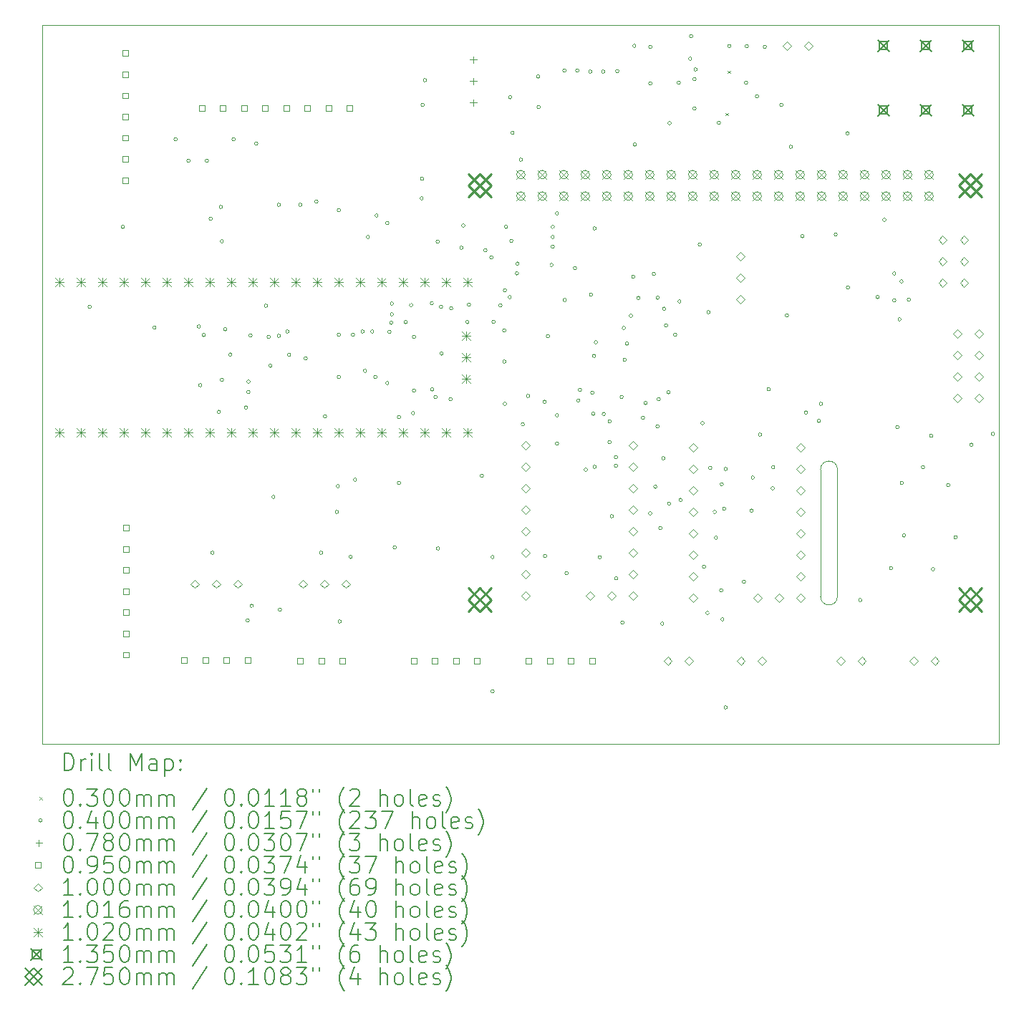
<source format=gbr>
%TF.GenerationSoftware,KiCad,Pcbnew,8.0.2*%
%TF.CreationDate,2024-05-29T13:56:08+02:00*%
%TF.ProjectId,universalConnectorBoard,756e6976-6572-4736-916c-436f6e6e6563,rev?*%
%TF.SameCoordinates,Original*%
%TF.FileFunction,Drillmap*%
%TF.FilePolarity,Positive*%
%FSLAX45Y45*%
G04 Gerber Fmt 4.5, Leading zero omitted, Abs format (unit mm)*
G04 Created by KiCad (PCBNEW 8.0.2) date 2024-05-29 13:56:08*
%MOMM*%
%LPD*%
G01*
G04 APERTURE LIST*
%ADD10C,0.100000*%
%ADD11C,0.200000*%
%ADD12C,0.101600*%
%ADD13C,0.102000*%
%ADD14C,0.135000*%
%ADD15C,0.275000*%
G04 APERTURE END LIST*
D10*
X13898200Y-11996800D02*
X13898200Y-10496800D01*
X14098200Y-11996800D02*
G75*
G02*
X13898200Y-11996800I-100000J0D01*
G01*
X13898200Y-10496800D02*
G75*
G02*
X14098200Y-10496800I100000J0D01*
G01*
X14098200Y-10496800D02*
X14098200Y-11996800D01*
X4700000Y-5238000D02*
X16010000Y-5238000D01*
X16010000Y-13738000D01*
X4700000Y-13738000D01*
X4700000Y-5238000D01*
D11*
D10*
X12773900Y-6279175D02*
X12803900Y-6309175D01*
X12803900Y-6279175D02*
X12773900Y-6309175D01*
X12799300Y-5781225D02*
X12829300Y-5811225D01*
X12829300Y-5781225D02*
X12799300Y-5811225D01*
X5277800Y-8572500D02*
G75*
G02*
X5237800Y-8572500I-20000J0D01*
G01*
X5237800Y-8572500D02*
G75*
G02*
X5277800Y-8572500I20000J0D01*
G01*
X5669500Y-7626100D02*
G75*
G02*
X5629500Y-7626100I-20000J0D01*
G01*
X5629500Y-7626100D02*
G75*
G02*
X5669500Y-7626100I20000J0D01*
G01*
X6042500Y-8817500D02*
G75*
G02*
X6002500Y-8817500I-20000J0D01*
G01*
X6002500Y-8817500D02*
G75*
G02*
X6042500Y-8817500I20000J0D01*
G01*
X6293800Y-6591300D02*
G75*
G02*
X6253800Y-6591300I-20000J0D01*
G01*
X6253800Y-6591300D02*
G75*
G02*
X6293800Y-6591300I20000J0D01*
G01*
X6446200Y-6845300D02*
G75*
G02*
X6406200Y-6845300I-20000J0D01*
G01*
X6406200Y-6845300D02*
G75*
G02*
X6446200Y-6845300I20000J0D01*
G01*
X6567500Y-8805000D02*
G75*
G02*
X6527500Y-8805000I-20000J0D01*
G01*
X6527500Y-8805000D02*
G75*
G02*
X6567500Y-8805000I20000J0D01*
G01*
X6585000Y-9500000D02*
G75*
G02*
X6545000Y-9500000I-20000J0D01*
G01*
X6545000Y-9500000D02*
G75*
G02*
X6585000Y-9500000I20000J0D01*
G01*
X6625000Y-8905000D02*
G75*
G02*
X6585000Y-8905000I-20000J0D01*
G01*
X6585000Y-8905000D02*
G75*
G02*
X6625000Y-8905000I20000J0D01*
G01*
X6662100Y-6845300D02*
G75*
G02*
X6622100Y-6845300I-20000J0D01*
G01*
X6622100Y-6845300D02*
G75*
G02*
X6662100Y-6845300I20000J0D01*
G01*
X6707500Y-7531100D02*
G75*
G02*
X6667500Y-7531100I-20000J0D01*
G01*
X6667500Y-7531100D02*
G75*
G02*
X6707500Y-7531100I20000J0D01*
G01*
X6728250Y-11480800D02*
G75*
G02*
X6688250Y-11480800I-20000J0D01*
G01*
X6688250Y-11480800D02*
G75*
G02*
X6728250Y-11480800I20000J0D01*
G01*
X6805000Y-9815000D02*
G75*
G02*
X6765000Y-9815000I-20000J0D01*
G01*
X6765000Y-9815000D02*
G75*
G02*
X6805000Y-9815000I20000J0D01*
G01*
X6827200Y-7391400D02*
G75*
G02*
X6787200Y-7391400I-20000J0D01*
G01*
X6787200Y-7391400D02*
G75*
G02*
X6827200Y-7391400I20000J0D01*
G01*
X6839900Y-7797800D02*
G75*
G02*
X6799900Y-7797800I-20000J0D01*
G01*
X6799900Y-7797800D02*
G75*
G02*
X6839900Y-7797800I20000J0D01*
G01*
X6839900Y-9436100D02*
G75*
G02*
X6799900Y-9436100I-20000J0D01*
G01*
X6799900Y-9436100D02*
G75*
G02*
X6839900Y-9436100I20000J0D01*
G01*
X6880000Y-8837500D02*
G75*
G02*
X6840000Y-8837500I-20000J0D01*
G01*
X6840000Y-8837500D02*
G75*
G02*
X6880000Y-8837500I20000J0D01*
G01*
X6940000Y-9137500D02*
G75*
G02*
X6900000Y-9137500I-20000J0D01*
G01*
X6900000Y-9137500D02*
G75*
G02*
X6940000Y-9137500I20000J0D01*
G01*
X6979600Y-6591300D02*
G75*
G02*
X6939600Y-6591300I-20000J0D01*
G01*
X6939600Y-6591300D02*
G75*
G02*
X6979600Y-6591300I20000J0D01*
G01*
X7125000Y-9765000D02*
G75*
G02*
X7085000Y-9765000I-20000J0D01*
G01*
X7085000Y-9765000D02*
G75*
G02*
X7125000Y-9765000I20000J0D01*
G01*
X7144700Y-12280900D02*
G75*
G02*
X7104700Y-12280900I-20000J0D01*
G01*
X7104700Y-12280900D02*
G75*
G02*
X7144700Y-12280900I20000J0D01*
G01*
X7152500Y-9580000D02*
G75*
G02*
X7112500Y-9580000I-20000J0D01*
G01*
X7112500Y-9580000D02*
G75*
G02*
X7152500Y-9580000I20000J0D01*
G01*
X7155000Y-9457500D02*
G75*
G02*
X7115000Y-9457500I-20000J0D01*
G01*
X7115000Y-9457500D02*
G75*
G02*
X7155000Y-9457500I20000J0D01*
G01*
X7179165Y-8910835D02*
G75*
G02*
X7139165Y-8910835I-20000J0D01*
G01*
X7139165Y-8910835D02*
G75*
G02*
X7179165Y-8910835I20000J0D01*
G01*
X7192500Y-12107500D02*
G75*
G02*
X7152500Y-12107500I-20000J0D01*
G01*
X7152500Y-12107500D02*
G75*
G02*
X7192500Y-12107500I20000J0D01*
G01*
X7246300Y-6642100D02*
G75*
G02*
X7206300Y-6642100I-20000J0D01*
G01*
X7206300Y-6642100D02*
G75*
G02*
X7246300Y-6642100I20000J0D01*
G01*
X7360600Y-8559800D02*
G75*
G02*
X7320600Y-8559800I-20000J0D01*
G01*
X7320600Y-8559800D02*
G75*
G02*
X7360600Y-8559800I20000J0D01*
G01*
X7392500Y-8927500D02*
G75*
G02*
X7352500Y-8927500I-20000J0D01*
G01*
X7352500Y-8927500D02*
G75*
G02*
X7392500Y-8927500I20000J0D01*
G01*
X7415000Y-9270000D02*
G75*
G02*
X7375000Y-9270000I-20000J0D01*
G01*
X7375000Y-9270000D02*
G75*
G02*
X7415000Y-9270000I20000J0D01*
G01*
X7449500Y-10820400D02*
G75*
G02*
X7409500Y-10820400I-20000J0D01*
G01*
X7409500Y-10820400D02*
G75*
G02*
X7449500Y-10820400I20000J0D01*
G01*
X7513000Y-7366000D02*
G75*
G02*
X7473000Y-7366000I-20000J0D01*
G01*
X7473000Y-7366000D02*
G75*
G02*
X7513000Y-7366000I20000J0D01*
G01*
X7513000Y-8915400D02*
G75*
G02*
X7473000Y-8915400I-20000J0D01*
G01*
X7473000Y-8915400D02*
G75*
G02*
X7513000Y-8915400I20000J0D01*
G01*
X7525000Y-12155000D02*
G75*
G02*
X7485000Y-12155000I-20000J0D01*
G01*
X7485000Y-12155000D02*
G75*
G02*
X7525000Y-12155000I20000J0D01*
G01*
X7614600Y-8864600D02*
G75*
G02*
X7574600Y-8864600I-20000J0D01*
G01*
X7574600Y-8864600D02*
G75*
G02*
X7614600Y-8864600I20000J0D01*
G01*
X7633785Y-9138715D02*
G75*
G02*
X7593785Y-9138715I-20000J0D01*
G01*
X7593785Y-9138715D02*
G75*
G02*
X7633785Y-9138715I20000J0D01*
G01*
X7767000Y-7366000D02*
G75*
G02*
X7727000Y-7366000I-20000J0D01*
G01*
X7727000Y-7366000D02*
G75*
G02*
X7767000Y-7366000I20000J0D01*
G01*
X7830500Y-9182100D02*
G75*
G02*
X7790500Y-9182100I-20000J0D01*
G01*
X7790500Y-9182100D02*
G75*
G02*
X7830500Y-9182100I20000J0D01*
G01*
X7957500Y-7327900D02*
G75*
G02*
X7917500Y-7327900I-20000J0D01*
G01*
X7917500Y-7327900D02*
G75*
G02*
X7957500Y-7327900I20000J0D01*
G01*
X8013600Y-11480800D02*
G75*
G02*
X7973600Y-11480800I-20000J0D01*
G01*
X7973600Y-11480800D02*
G75*
G02*
X8013600Y-11480800I20000J0D01*
G01*
X8059100Y-9867900D02*
G75*
G02*
X8019100Y-9867900I-20000J0D01*
G01*
X8019100Y-9867900D02*
G75*
G02*
X8059100Y-9867900I20000J0D01*
G01*
X8198800Y-10998200D02*
G75*
G02*
X8158800Y-10998200I-20000J0D01*
G01*
X8158800Y-10998200D02*
G75*
G02*
X8198800Y-10998200I20000J0D01*
G01*
X8211500Y-10693400D02*
G75*
G02*
X8171500Y-10693400I-20000J0D01*
G01*
X8171500Y-10693400D02*
G75*
G02*
X8211500Y-10693400I20000J0D01*
G01*
X8222500Y-9402500D02*
G75*
G02*
X8182500Y-9402500I-20000J0D01*
G01*
X8182500Y-9402500D02*
G75*
G02*
X8222500Y-9402500I20000J0D01*
G01*
X8224200Y-7429500D02*
G75*
G02*
X8184200Y-7429500I-20000J0D01*
G01*
X8184200Y-7429500D02*
G75*
G02*
X8224200Y-7429500I20000J0D01*
G01*
X8224200Y-8902700D02*
G75*
G02*
X8184200Y-8902700I-20000J0D01*
G01*
X8184200Y-8902700D02*
G75*
G02*
X8224200Y-8902700I20000J0D01*
G01*
X8232900Y-12293600D02*
G75*
G02*
X8192900Y-12293600I-20000J0D01*
G01*
X8192900Y-12293600D02*
G75*
G02*
X8232900Y-12293600I20000J0D01*
G01*
X8362500Y-11530000D02*
G75*
G02*
X8322500Y-11530000I-20000J0D01*
G01*
X8322500Y-11530000D02*
G75*
G02*
X8362500Y-11530000I20000J0D01*
G01*
X8389300Y-8902700D02*
G75*
G02*
X8349300Y-8902700I-20000J0D01*
G01*
X8349300Y-8902700D02*
G75*
G02*
X8389300Y-8902700I20000J0D01*
G01*
X8414700Y-10617200D02*
G75*
G02*
X8374700Y-10617200I-20000J0D01*
G01*
X8374700Y-10617200D02*
G75*
G02*
X8414700Y-10617200I20000J0D01*
G01*
X8503600Y-8864600D02*
G75*
G02*
X8463600Y-8864600I-20000J0D01*
G01*
X8463600Y-8864600D02*
G75*
G02*
X8503600Y-8864600I20000J0D01*
G01*
X8532500Y-9330000D02*
G75*
G02*
X8492500Y-9330000I-20000J0D01*
G01*
X8492500Y-9330000D02*
G75*
G02*
X8532500Y-9330000I20000J0D01*
G01*
X8567100Y-7747000D02*
G75*
G02*
X8527100Y-7747000I-20000J0D01*
G01*
X8527100Y-7747000D02*
G75*
G02*
X8567100Y-7747000I20000J0D01*
G01*
X8617900Y-8864600D02*
G75*
G02*
X8577900Y-8864600I-20000J0D01*
G01*
X8577900Y-8864600D02*
G75*
G02*
X8617900Y-8864600I20000J0D01*
G01*
X8655000Y-9402500D02*
G75*
G02*
X8615000Y-9402500I-20000J0D01*
G01*
X8615000Y-9402500D02*
G75*
G02*
X8655000Y-9402500I20000J0D01*
G01*
X8668700Y-7493000D02*
G75*
G02*
X8628700Y-7493000I-20000J0D01*
G01*
X8628700Y-7493000D02*
G75*
G02*
X8668700Y-7493000I20000J0D01*
G01*
X8795700Y-7581900D02*
G75*
G02*
X8755700Y-7581900I-20000J0D01*
G01*
X8755700Y-7581900D02*
G75*
G02*
X8795700Y-7581900I20000J0D01*
G01*
X8795700Y-9474200D02*
G75*
G02*
X8755700Y-9474200I-20000J0D01*
G01*
X8755700Y-9474200D02*
G75*
G02*
X8795700Y-9474200I20000J0D01*
G01*
X8821100Y-8868300D02*
G75*
G02*
X8781100Y-8868300I-20000J0D01*
G01*
X8781100Y-8868300D02*
G75*
G02*
X8821100Y-8868300I20000J0D01*
G01*
X8842414Y-8761097D02*
G75*
G02*
X8802414Y-8761097I-20000J0D01*
G01*
X8802414Y-8761097D02*
G75*
G02*
X8842414Y-8761097I20000J0D01*
G01*
X8850200Y-8534400D02*
G75*
G02*
X8810200Y-8534400I-20000J0D01*
G01*
X8810200Y-8534400D02*
G75*
G02*
X8850200Y-8534400I20000J0D01*
G01*
X8850200Y-8661400D02*
G75*
G02*
X8810200Y-8661400I-20000J0D01*
G01*
X8810200Y-8661400D02*
G75*
G02*
X8850200Y-8661400I20000J0D01*
G01*
X8884600Y-11417300D02*
G75*
G02*
X8844600Y-11417300I-20000J0D01*
G01*
X8844600Y-11417300D02*
G75*
G02*
X8884600Y-11417300I20000J0D01*
G01*
X8935000Y-9877500D02*
G75*
G02*
X8895000Y-9877500I-20000J0D01*
G01*
X8895000Y-9877500D02*
G75*
G02*
X8935000Y-9877500I20000J0D01*
G01*
X8935400Y-10655300D02*
G75*
G02*
X8895400Y-10655300I-20000J0D01*
G01*
X8895400Y-10655300D02*
G75*
G02*
X8935400Y-10655300I20000J0D01*
G01*
X9012500Y-8752500D02*
G75*
G02*
X8972500Y-8752500I-20000J0D01*
G01*
X8972500Y-8752500D02*
G75*
G02*
X9012500Y-8752500I20000J0D01*
G01*
X9077500Y-8552500D02*
G75*
G02*
X9037500Y-8552500I-20000J0D01*
G01*
X9037500Y-8552500D02*
G75*
G02*
X9077500Y-8552500I20000J0D01*
G01*
X9100500Y-9829800D02*
G75*
G02*
X9060500Y-9829800I-20000J0D01*
G01*
X9060500Y-9829800D02*
G75*
G02*
X9100500Y-9829800I20000J0D01*
G01*
X9112735Y-8927635D02*
G75*
G02*
X9072735Y-8927635I-20000J0D01*
G01*
X9072735Y-8927635D02*
G75*
G02*
X9112735Y-8927635I20000J0D01*
G01*
X9113200Y-9563100D02*
G75*
G02*
X9073200Y-9563100I-20000J0D01*
G01*
X9073200Y-9563100D02*
G75*
G02*
X9113200Y-9563100I20000J0D01*
G01*
X9202100Y-7289800D02*
G75*
G02*
X9162100Y-7289800I-20000J0D01*
G01*
X9162100Y-7289800D02*
G75*
G02*
X9202100Y-7289800I20000J0D01*
G01*
X9207500Y-7057500D02*
G75*
G02*
X9167500Y-7057500I-20000J0D01*
G01*
X9167500Y-7057500D02*
G75*
G02*
X9207500Y-7057500I20000J0D01*
G01*
X9214800Y-6184900D02*
G75*
G02*
X9174800Y-6184900I-20000J0D01*
G01*
X9174800Y-6184900D02*
G75*
G02*
X9214800Y-6184900I20000J0D01*
G01*
X9240200Y-5892800D02*
G75*
G02*
X9200200Y-5892800I-20000J0D01*
G01*
X9200200Y-5892800D02*
G75*
G02*
X9240200Y-5892800I20000J0D01*
G01*
X9322500Y-8530000D02*
G75*
G02*
X9282500Y-8530000I-20000J0D01*
G01*
X9282500Y-8530000D02*
G75*
G02*
X9322500Y-8530000I20000J0D01*
G01*
X9325966Y-9548197D02*
G75*
G02*
X9285966Y-9548197I-20000J0D01*
G01*
X9285966Y-9548197D02*
G75*
G02*
X9325966Y-9548197I20000J0D01*
G01*
X9367200Y-9639300D02*
G75*
G02*
X9327200Y-9639300I-20000J0D01*
G01*
X9327200Y-9639300D02*
G75*
G02*
X9367200Y-9639300I20000J0D01*
G01*
X9392500Y-7802500D02*
G75*
G02*
X9352500Y-7802500I-20000J0D01*
G01*
X9352500Y-7802500D02*
G75*
G02*
X9392500Y-7802500I20000J0D01*
G01*
X9395000Y-11430000D02*
G75*
G02*
X9355000Y-11430000I-20000J0D01*
G01*
X9355000Y-11430000D02*
G75*
G02*
X9395000Y-11430000I20000J0D01*
G01*
X9430700Y-8572500D02*
G75*
G02*
X9390700Y-8572500I-20000J0D01*
G01*
X9390700Y-8572500D02*
G75*
G02*
X9430700Y-8572500I20000J0D01*
G01*
X9437500Y-9124400D02*
G75*
G02*
X9397500Y-9124400I-20000J0D01*
G01*
X9397500Y-9124400D02*
G75*
G02*
X9437500Y-9124400I20000J0D01*
G01*
X9545000Y-9664700D02*
G75*
G02*
X9505000Y-9664700I-20000J0D01*
G01*
X9505000Y-9664700D02*
G75*
G02*
X9545000Y-9664700I20000J0D01*
G01*
X9551350Y-8591550D02*
G75*
G02*
X9511350Y-8591550I-20000J0D01*
G01*
X9511350Y-8591550D02*
G75*
G02*
X9551350Y-8591550I20000J0D01*
G01*
X9672000Y-7874000D02*
G75*
G02*
X9632000Y-7874000I-20000J0D01*
G01*
X9632000Y-7874000D02*
G75*
G02*
X9672000Y-7874000I20000J0D01*
G01*
X9695000Y-7612500D02*
G75*
G02*
X9655000Y-7612500I-20000J0D01*
G01*
X9655000Y-7612500D02*
G75*
G02*
X9695000Y-7612500I20000J0D01*
G01*
X9742500Y-8752500D02*
G75*
G02*
X9702500Y-8752500I-20000J0D01*
G01*
X9702500Y-8752500D02*
G75*
G02*
X9742500Y-8752500I20000J0D01*
G01*
X9760900Y-8547100D02*
G75*
G02*
X9720900Y-8547100I-20000J0D01*
G01*
X9720900Y-8547100D02*
G75*
G02*
X9760900Y-8547100I20000J0D01*
G01*
X9912500Y-10570000D02*
G75*
G02*
X9872500Y-10570000I-20000J0D01*
G01*
X9872500Y-10570000D02*
G75*
G02*
X9912500Y-10570000I20000J0D01*
G01*
X9955000Y-7905000D02*
G75*
G02*
X9915000Y-7905000I-20000J0D01*
G01*
X9915000Y-7905000D02*
G75*
G02*
X9955000Y-7905000I20000J0D01*
G01*
X10027600Y-7988300D02*
G75*
G02*
X9987600Y-7988300I-20000J0D01*
G01*
X9987600Y-7988300D02*
G75*
G02*
X10027600Y-7988300I20000J0D01*
G01*
X10040300Y-11531600D02*
G75*
G02*
X10000300Y-11531600I-20000J0D01*
G01*
X10000300Y-11531600D02*
G75*
G02*
X10040300Y-11531600I20000J0D01*
G01*
X10040300Y-13119100D02*
G75*
G02*
X10000300Y-13119100I-20000J0D01*
G01*
X10000300Y-13119100D02*
G75*
G02*
X10040300Y-13119100I20000J0D01*
G01*
X10053000Y-8750300D02*
G75*
G02*
X10013000Y-8750300I-20000J0D01*
G01*
X10013000Y-8750300D02*
G75*
G02*
X10053000Y-8750300I20000J0D01*
G01*
X10132500Y-8555000D02*
G75*
G02*
X10092500Y-8555000I-20000J0D01*
G01*
X10092500Y-8555000D02*
G75*
G02*
X10132500Y-8555000I20000J0D01*
G01*
X10180000Y-8851900D02*
G75*
G02*
X10140000Y-8851900I-20000J0D01*
G01*
X10140000Y-8851900D02*
G75*
G02*
X10180000Y-8851900I20000J0D01*
G01*
X10180000Y-9220200D02*
G75*
G02*
X10140000Y-9220200I-20000J0D01*
G01*
X10140000Y-9220200D02*
G75*
G02*
X10180000Y-9220200I20000J0D01*
G01*
X10185000Y-9720000D02*
G75*
G02*
X10145000Y-9720000I-20000J0D01*
G01*
X10145000Y-9720000D02*
G75*
G02*
X10185000Y-9720000I20000J0D01*
G01*
X10186090Y-8376321D02*
G75*
G02*
X10146090Y-8376321I-20000J0D01*
G01*
X10146090Y-8376321D02*
G75*
G02*
X10186090Y-8376321I20000J0D01*
G01*
X10200000Y-7627500D02*
G75*
G02*
X10160000Y-7627500I-20000J0D01*
G01*
X10160000Y-7627500D02*
G75*
G02*
X10200000Y-7627500I20000J0D01*
G01*
X10243500Y-8458200D02*
G75*
G02*
X10203500Y-8458200I-20000J0D01*
G01*
X10203500Y-8458200D02*
G75*
G02*
X10243500Y-8458200I20000J0D01*
G01*
X10247500Y-6095000D02*
G75*
G02*
X10207500Y-6095000I-20000J0D01*
G01*
X10207500Y-6095000D02*
G75*
G02*
X10247500Y-6095000I20000J0D01*
G01*
X10262550Y-7791450D02*
G75*
G02*
X10222550Y-7791450I-20000J0D01*
G01*
X10222550Y-7791450D02*
G75*
G02*
X10262550Y-7791450I20000J0D01*
G01*
X10275000Y-6515000D02*
G75*
G02*
X10235000Y-6515000I-20000J0D01*
G01*
X10235000Y-6515000D02*
G75*
G02*
X10275000Y-6515000I20000J0D01*
G01*
X10328700Y-8177500D02*
G75*
G02*
X10288700Y-8177500I-20000J0D01*
G01*
X10288700Y-8177500D02*
G75*
G02*
X10328700Y-8177500I20000J0D01*
G01*
X10335000Y-8062500D02*
G75*
G02*
X10295000Y-8062500I-20000J0D01*
G01*
X10295000Y-8062500D02*
G75*
G02*
X10335000Y-8062500I20000J0D01*
G01*
X10375000Y-6832500D02*
G75*
G02*
X10335000Y-6832500I-20000J0D01*
G01*
X10335000Y-6832500D02*
G75*
G02*
X10375000Y-6832500I20000J0D01*
G01*
X10397500Y-9962500D02*
G75*
G02*
X10357500Y-9962500I-20000J0D01*
G01*
X10357500Y-9962500D02*
G75*
G02*
X10397500Y-9962500I20000J0D01*
G01*
X10459400Y-9626600D02*
G75*
G02*
X10419400Y-9626600I-20000J0D01*
G01*
X10419400Y-9626600D02*
G75*
G02*
X10459400Y-9626600I20000J0D01*
G01*
X10580050Y-5848350D02*
G75*
G02*
X10540050Y-5848350I-20000J0D01*
G01*
X10540050Y-5848350D02*
G75*
G02*
X10580050Y-5848350I20000J0D01*
G01*
X10586400Y-6210300D02*
G75*
G02*
X10546400Y-6210300I-20000J0D01*
G01*
X10546400Y-6210300D02*
G75*
G02*
X10586400Y-6210300I20000J0D01*
G01*
X10655000Y-9695000D02*
G75*
G02*
X10615000Y-9695000I-20000J0D01*
G01*
X10615000Y-9695000D02*
G75*
G02*
X10655000Y-9695000I20000J0D01*
G01*
X10662600Y-11518900D02*
G75*
G02*
X10622600Y-11518900I-20000J0D01*
G01*
X10622600Y-11518900D02*
G75*
G02*
X10662600Y-11518900I20000J0D01*
G01*
X10696570Y-8919100D02*
G75*
G02*
X10656570Y-8919100I-20000J0D01*
G01*
X10656570Y-8919100D02*
G75*
G02*
X10696570Y-8919100I20000J0D01*
G01*
X10737500Y-8077500D02*
G75*
G02*
X10697500Y-8077500I-20000J0D01*
G01*
X10697500Y-8077500D02*
G75*
G02*
X10737500Y-8077500I20000J0D01*
G01*
X10751500Y-7627500D02*
G75*
G02*
X10711500Y-7627500I-20000J0D01*
G01*
X10711500Y-7627500D02*
G75*
G02*
X10751500Y-7627500I20000J0D01*
G01*
X10751500Y-7747000D02*
G75*
G02*
X10711500Y-7747000I-20000J0D01*
G01*
X10711500Y-7747000D02*
G75*
G02*
X10751500Y-7747000I20000J0D01*
G01*
X10751500Y-7861300D02*
G75*
G02*
X10711500Y-7861300I-20000J0D01*
G01*
X10711500Y-7861300D02*
G75*
G02*
X10751500Y-7861300I20000J0D01*
G01*
X10802300Y-7467600D02*
G75*
G02*
X10762300Y-7467600I-20000J0D01*
G01*
X10762300Y-7467600D02*
G75*
G02*
X10802300Y-7467600I20000J0D01*
G01*
X10802300Y-9855200D02*
G75*
G02*
X10762300Y-9855200I-20000J0D01*
G01*
X10762300Y-9855200D02*
G75*
G02*
X10802300Y-9855200I20000J0D01*
G01*
X10802500Y-10190000D02*
G75*
G02*
X10762500Y-10190000I-20000J0D01*
G01*
X10762500Y-10190000D02*
G75*
G02*
X10802500Y-10190000I20000J0D01*
G01*
X10891200Y-5778500D02*
G75*
G02*
X10851200Y-5778500I-20000J0D01*
G01*
X10851200Y-5778500D02*
G75*
G02*
X10891200Y-5778500I20000J0D01*
G01*
X10894535Y-8492035D02*
G75*
G02*
X10854535Y-8492035I-20000J0D01*
G01*
X10854535Y-8492035D02*
G75*
G02*
X10894535Y-8492035I20000J0D01*
G01*
X10916600Y-11722100D02*
G75*
G02*
X10876600Y-11722100I-20000J0D01*
G01*
X10876600Y-11722100D02*
G75*
G02*
X10916600Y-11722100I20000J0D01*
G01*
X11015000Y-8115000D02*
G75*
G02*
X10975000Y-8115000I-20000J0D01*
G01*
X10975000Y-8115000D02*
G75*
G02*
X11015000Y-8115000I20000J0D01*
G01*
X11043600Y-5778500D02*
G75*
G02*
X11003600Y-5778500I-20000J0D01*
G01*
X11003600Y-5778500D02*
G75*
G02*
X11043600Y-5778500I20000J0D01*
G01*
X11055000Y-9680000D02*
G75*
G02*
X11015000Y-9680000I-20000J0D01*
G01*
X11015000Y-9680000D02*
G75*
G02*
X11055000Y-9680000I20000J0D01*
G01*
X11072700Y-9555000D02*
G75*
G02*
X11032700Y-9555000I-20000J0D01*
G01*
X11032700Y-9555000D02*
G75*
G02*
X11072700Y-9555000I20000J0D01*
G01*
X11142500Y-10500000D02*
G75*
G02*
X11102500Y-10500000I-20000J0D01*
G01*
X11102500Y-10500000D02*
G75*
G02*
X11142500Y-10500000I20000J0D01*
G01*
X11196000Y-5791200D02*
G75*
G02*
X11156000Y-5791200I-20000J0D01*
G01*
X11156000Y-5791200D02*
G75*
G02*
X11196000Y-5791200I20000J0D01*
G01*
X11205000Y-8430000D02*
G75*
G02*
X11165000Y-8430000I-20000J0D01*
G01*
X11165000Y-8430000D02*
G75*
G02*
X11205000Y-8430000I20000J0D01*
G01*
X11220000Y-9590000D02*
G75*
G02*
X11180000Y-9590000I-20000J0D01*
G01*
X11180000Y-9590000D02*
G75*
G02*
X11220000Y-9590000I20000J0D01*
G01*
X11232500Y-9837500D02*
G75*
G02*
X11192500Y-9837500I-20000J0D01*
G01*
X11192500Y-9837500D02*
G75*
G02*
X11232500Y-9837500I20000J0D01*
G01*
X11240000Y-9152500D02*
G75*
G02*
X11200000Y-9152500I-20000J0D01*
G01*
X11200000Y-9152500D02*
G75*
G02*
X11240000Y-9152500I20000J0D01*
G01*
X11246800Y-7645400D02*
G75*
G02*
X11206800Y-7645400I-20000J0D01*
G01*
X11206800Y-7645400D02*
G75*
G02*
X11246800Y-7645400I20000J0D01*
G01*
X11246800Y-10464800D02*
G75*
G02*
X11206800Y-10464800I-20000J0D01*
G01*
X11206800Y-10464800D02*
G75*
G02*
X11246800Y-10464800I20000J0D01*
G01*
X11262500Y-8992500D02*
G75*
G02*
X11222500Y-8992500I-20000J0D01*
G01*
X11222500Y-8992500D02*
G75*
G02*
X11262500Y-8992500I20000J0D01*
G01*
X11307500Y-11535000D02*
G75*
G02*
X11267500Y-11535000I-20000J0D01*
G01*
X11267500Y-11535000D02*
G75*
G02*
X11307500Y-11535000I20000J0D01*
G01*
X11348400Y-5791200D02*
G75*
G02*
X11308400Y-5791200I-20000J0D01*
G01*
X11308400Y-5791200D02*
G75*
G02*
X11348400Y-5791200I20000J0D01*
G01*
X11355000Y-9840000D02*
G75*
G02*
X11315000Y-9840000I-20000J0D01*
G01*
X11315000Y-9840000D02*
G75*
G02*
X11355000Y-9840000I20000J0D01*
G01*
X11423915Y-10171085D02*
G75*
G02*
X11383915Y-10171085I-20000J0D01*
G01*
X11383915Y-10171085D02*
G75*
G02*
X11423915Y-10171085I20000J0D01*
G01*
X11425000Y-9927500D02*
G75*
G02*
X11385000Y-9927500I-20000J0D01*
G01*
X11385000Y-9927500D02*
G75*
G02*
X11425000Y-9927500I20000J0D01*
G01*
X11450000Y-11049000D02*
G75*
G02*
X11410000Y-11049000I-20000J0D01*
G01*
X11410000Y-11049000D02*
G75*
G02*
X11450000Y-11049000I20000J0D01*
G01*
X11500128Y-10450498D02*
G75*
G02*
X11460128Y-10450498I-20000J0D01*
G01*
X11460128Y-10450498D02*
G75*
G02*
X11500128Y-10450498I20000J0D01*
G01*
X11500800Y-10350500D02*
G75*
G02*
X11460800Y-10350500I-20000J0D01*
G01*
X11460800Y-10350500D02*
G75*
G02*
X11500800Y-10350500I20000J0D01*
G01*
X11502500Y-11782500D02*
G75*
G02*
X11462500Y-11782500I-20000J0D01*
G01*
X11462500Y-11782500D02*
G75*
G02*
X11502500Y-11782500I20000J0D01*
G01*
X11515000Y-5785000D02*
G75*
G02*
X11475000Y-5785000I-20000J0D01*
G01*
X11475000Y-5785000D02*
G75*
G02*
X11515000Y-5785000I20000J0D01*
G01*
X11566235Y-9638765D02*
G75*
G02*
X11526235Y-9638765I-20000J0D01*
G01*
X11526235Y-9638765D02*
G75*
G02*
X11566235Y-9638765I20000J0D01*
G01*
X11577000Y-12306300D02*
G75*
G02*
X11537000Y-12306300I-20000J0D01*
G01*
X11537000Y-12306300D02*
G75*
G02*
X11577000Y-12306300I20000J0D01*
G01*
X11592500Y-8822500D02*
G75*
G02*
X11552500Y-8822500I-20000J0D01*
G01*
X11552500Y-8822500D02*
G75*
G02*
X11592500Y-8822500I20000J0D01*
G01*
X11602500Y-9200000D02*
G75*
G02*
X11562500Y-9200000I-20000J0D01*
G01*
X11562500Y-9200000D02*
G75*
G02*
X11602500Y-9200000I20000J0D01*
G01*
X11630000Y-9007500D02*
G75*
G02*
X11590000Y-9007500I-20000J0D01*
G01*
X11590000Y-9007500D02*
G75*
G02*
X11630000Y-9007500I20000J0D01*
G01*
X11675000Y-8677500D02*
G75*
G02*
X11635000Y-8677500I-20000J0D01*
G01*
X11635000Y-8677500D02*
G75*
G02*
X11675000Y-8677500I20000J0D01*
G01*
X11705000Y-8217500D02*
G75*
G02*
X11665000Y-8217500I-20000J0D01*
G01*
X11665000Y-8217500D02*
G75*
G02*
X11705000Y-8217500I20000J0D01*
G01*
X11716700Y-5486400D02*
G75*
G02*
X11676700Y-5486400I-20000J0D01*
G01*
X11676700Y-5486400D02*
G75*
G02*
X11716700Y-5486400I20000J0D01*
G01*
X11722500Y-6652500D02*
G75*
G02*
X11682500Y-6652500I-20000J0D01*
G01*
X11682500Y-6652500D02*
G75*
G02*
X11722500Y-6652500I20000J0D01*
G01*
X11765000Y-8467500D02*
G75*
G02*
X11725000Y-8467500I-20000J0D01*
G01*
X11725000Y-8467500D02*
G75*
G02*
X11765000Y-8467500I20000J0D01*
G01*
X11818735Y-9883765D02*
G75*
G02*
X11778735Y-9883765I-20000J0D01*
G01*
X11778735Y-9883765D02*
G75*
G02*
X11818735Y-9883765I20000J0D01*
G01*
X11850000Y-9710000D02*
G75*
G02*
X11810000Y-9710000I-20000J0D01*
G01*
X11810000Y-9710000D02*
G75*
G02*
X11850000Y-9710000I20000J0D01*
G01*
X11905000Y-11015000D02*
G75*
G02*
X11865000Y-11015000I-20000J0D01*
G01*
X11865000Y-11015000D02*
G75*
G02*
X11905000Y-11015000I20000J0D01*
G01*
X11907200Y-5499100D02*
G75*
G02*
X11867200Y-5499100I-20000J0D01*
G01*
X11867200Y-5499100D02*
G75*
G02*
X11907200Y-5499100I20000J0D01*
G01*
X11907200Y-5930900D02*
G75*
G02*
X11867200Y-5930900I-20000J0D01*
G01*
X11867200Y-5930900D02*
G75*
G02*
X11907200Y-5930900I20000J0D01*
G01*
X11947500Y-8185000D02*
G75*
G02*
X11907500Y-8185000I-20000J0D01*
G01*
X11907500Y-8185000D02*
G75*
G02*
X11947500Y-8185000I20000J0D01*
G01*
X11965000Y-10700000D02*
G75*
G02*
X11925000Y-10700000I-20000J0D01*
G01*
X11925000Y-10700000D02*
G75*
G02*
X11965000Y-10700000I20000J0D01*
G01*
X11990000Y-9985900D02*
G75*
G02*
X11950000Y-9985900I-20000J0D01*
G01*
X11950000Y-9985900D02*
G75*
G02*
X11990000Y-9985900I20000J0D01*
G01*
X11991510Y-8464600D02*
G75*
G02*
X11951510Y-8464600I-20000J0D01*
G01*
X11951510Y-8464600D02*
G75*
G02*
X11991510Y-8464600I20000J0D01*
G01*
X12005000Y-9665000D02*
G75*
G02*
X11965000Y-9665000I-20000J0D01*
G01*
X11965000Y-9665000D02*
G75*
G02*
X12005000Y-9665000I20000J0D01*
G01*
X12025000Y-11187500D02*
G75*
G02*
X11985000Y-11187500I-20000J0D01*
G01*
X11985000Y-11187500D02*
G75*
G02*
X12025000Y-11187500I20000J0D01*
G01*
X12046900Y-12319000D02*
G75*
G02*
X12006900Y-12319000I-20000J0D01*
G01*
X12006900Y-12319000D02*
G75*
G02*
X12046900Y-12319000I20000J0D01*
G01*
X12059600Y-10363200D02*
G75*
G02*
X12019600Y-10363200I-20000J0D01*
G01*
X12019600Y-10363200D02*
G75*
G02*
X12059600Y-10363200I20000J0D01*
G01*
X12068000Y-8594531D02*
G75*
G02*
X12028000Y-8594531I-20000J0D01*
G01*
X12028000Y-8594531D02*
G75*
G02*
X12068000Y-8594531I20000J0D01*
G01*
X12092500Y-8792500D02*
G75*
G02*
X12052500Y-8792500I-20000J0D01*
G01*
X12052500Y-8792500D02*
G75*
G02*
X12092500Y-8792500I20000J0D01*
G01*
X12120000Y-9582500D02*
G75*
G02*
X12080000Y-9582500I-20000J0D01*
G01*
X12080000Y-9582500D02*
G75*
G02*
X12120000Y-9582500I20000J0D01*
G01*
X12127500Y-10899200D02*
G75*
G02*
X12087500Y-10899200I-20000J0D01*
G01*
X12087500Y-10899200D02*
G75*
G02*
X12127500Y-10899200I20000J0D01*
G01*
X12132500Y-6400000D02*
G75*
G02*
X12092500Y-6400000I-20000J0D01*
G01*
X12092500Y-6400000D02*
G75*
G02*
X12132500Y-6400000I20000J0D01*
G01*
X12200215Y-8902715D02*
G75*
G02*
X12160215Y-8902715I-20000J0D01*
G01*
X12160215Y-8902715D02*
G75*
G02*
X12200215Y-8902715I20000J0D01*
G01*
X12241635Y-5923365D02*
G75*
G02*
X12201635Y-5923365I-20000J0D01*
G01*
X12201635Y-5923365D02*
G75*
G02*
X12241635Y-5923365I20000J0D01*
G01*
X12250100Y-8509000D02*
G75*
G02*
X12210100Y-8509000I-20000J0D01*
G01*
X12210100Y-8509000D02*
G75*
G02*
X12250100Y-8509000I20000J0D01*
G01*
X12262500Y-10855000D02*
G75*
G02*
X12222500Y-10855000I-20000J0D01*
G01*
X12222500Y-10855000D02*
G75*
G02*
X12262500Y-10855000I20000J0D01*
G01*
X12377100Y-5638800D02*
G75*
G02*
X12337100Y-5638800I-20000J0D01*
G01*
X12337100Y-5638800D02*
G75*
G02*
X12377100Y-5638800I20000J0D01*
G01*
X12389800Y-5372100D02*
G75*
G02*
X12349800Y-5372100I-20000J0D01*
G01*
X12349800Y-5372100D02*
G75*
G02*
X12389800Y-5372100I20000J0D01*
G01*
X12427900Y-5880100D02*
G75*
G02*
X12387900Y-5880100I-20000J0D01*
G01*
X12387900Y-5880100D02*
G75*
G02*
X12427900Y-5880100I20000J0D01*
G01*
X12427900Y-6226700D02*
G75*
G02*
X12387900Y-6226700I-20000J0D01*
G01*
X12387900Y-6226700D02*
G75*
G02*
X12427900Y-6226700I20000J0D01*
G01*
X12440600Y-5765800D02*
G75*
G02*
X12400600Y-5765800I-20000J0D01*
G01*
X12400600Y-5765800D02*
G75*
G02*
X12440600Y-5765800I20000J0D01*
G01*
X12491400Y-7835900D02*
G75*
G02*
X12451400Y-7835900I-20000J0D01*
G01*
X12451400Y-7835900D02*
G75*
G02*
X12491400Y-7835900I20000J0D01*
G01*
X12522500Y-9947500D02*
G75*
G02*
X12482500Y-9947500I-20000J0D01*
G01*
X12482500Y-9947500D02*
G75*
G02*
X12522500Y-9947500I20000J0D01*
G01*
X12542200Y-11645900D02*
G75*
G02*
X12502200Y-11645900I-20000J0D01*
G01*
X12502200Y-11645900D02*
G75*
G02*
X12542200Y-11645900I20000J0D01*
G01*
X12580765Y-12192465D02*
G75*
G02*
X12540765Y-12192465I-20000J0D01*
G01*
X12540765Y-12192465D02*
G75*
G02*
X12580765Y-12192465I20000J0D01*
G01*
X12593000Y-8636000D02*
G75*
G02*
X12553000Y-8636000I-20000J0D01*
G01*
X12553000Y-8636000D02*
G75*
G02*
X12593000Y-8636000I20000J0D01*
G01*
X12615000Y-10477500D02*
G75*
G02*
X12575000Y-10477500I-20000J0D01*
G01*
X12575000Y-10477500D02*
G75*
G02*
X12615000Y-10477500I20000J0D01*
G01*
X12667500Y-10997500D02*
G75*
G02*
X12627500Y-10997500I-20000J0D01*
G01*
X12627500Y-10997500D02*
G75*
G02*
X12667500Y-10997500I20000J0D01*
G01*
X12681900Y-11303000D02*
G75*
G02*
X12641900Y-11303000I-20000J0D01*
G01*
X12641900Y-11303000D02*
G75*
G02*
X12681900Y-11303000I20000J0D01*
G01*
X12715000Y-6397500D02*
G75*
G02*
X12675000Y-6397500I-20000J0D01*
G01*
X12675000Y-6397500D02*
G75*
G02*
X12715000Y-6397500I20000J0D01*
G01*
X12745400Y-11925300D02*
G75*
G02*
X12705400Y-11925300I-20000J0D01*
G01*
X12705400Y-11925300D02*
G75*
G02*
X12745400Y-11925300I20000J0D01*
G01*
X12750000Y-10670000D02*
G75*
G02*
X12710000Y-10670000I-20000J0D01*
G01*
X12710000Y-10670000D02*
G75*
G02*
X12750000Y-10670000I20000J0D01*
G01*
X12758100Y-12268200D02*
G75*
G02*
X12718100Y-12268200I-20000J0D01*
G01*
X12718100Y-12268200D02*
G75*
G02*
X12758100Y-12268200I20000J0D01*
G01*
X12780000Y-10960000D02*
G75*
G02*
X12740000Y-10960000I-20000J0D01*
G01*
X12740000Y-10960000D02*
G75*
G02*
X12780000Y-10960000I20000J0D01*
G01*
X12796200Y-10490200D02*
G75*
G02*
X12756200Y-10490200I-20000J0D01*
G01*
X12756200Y-10490200D02*
G75*
G02*
X12796200Y-10490200I20000J0D01*
G01*
X12796200Y-13309600D02*
G75*
G02*
X12756200Y-13309600I-20000J0D01*
G01*
X12756200Y-13309600D02*
G75*
G02*
X12796200Y-13309600I20000J0D01*
G01*
X12840000Y-5490000D02*
G75*
G02*
X12800000Y-5490000I-20000J0D01*
G01*
X12800000Y-5490000D02*
G75*
G02*
X12840000Y-5490000I20000J0D01*
G01*
X13012100Y-11823700D02*
G75*
G02*
X12972100Y-11823700I-20000J0D01*
G01*
X12972100Y-11823700D02*
G75*
G02*
X13012100Y-11823700I20000J0D01*
G01*
X13037500Y-5922500D02*
G75*
G02*
X12997500Y-5922500I-20000J0D01*
G01*
X12997500Y-5922500D02*
G75*
G02*
X13037500Y-5922500I20000J0D01*
G01*
X13045000Y-5490000D02*
G75*
G02*
X13005000Y-5490000I-20000J0D01*
G01*
X13005000Y-5490000D02*
G75*
G02*
X13045000Y-5490000I20000J0D01*
G01*
X13102500Y-10982500D02*
G75*
G02*
X13062500Y-10982500I-20000J0D01*
G01*
X13062500Y-10982500D02*
G75*
G02*
X13102500Y-10982500I20000J0D01*
G01*
X13117400Y-10591800D02*
G75*
G02*
X13077400Y-10591800I-20000J0D01*
G01*
X13077400Y-10591800D02*
G75*
G02*
X13117400Y-10591800I20000J0D01*
G01*
X13167500Y-6082500D02*
G75*
G02*
X13127500Y-6082500I-20000J0D01*
G01*
X13127500Y-6082500D02*
G75*
G02*
X13167500Y-6082500I20000J0D01*
G01*
X13202600Y-10083800D02*
G75*
G02*
X13162600Y-10083800I-20000J0D01*
G01*
X13162600Y-10083800D02*
G75*
G02*
X13202600Y-10083800I20000J0D01*
G01*
X13260000Y-5497500D02*
G75*
G02*
X13220000Y-5497500I-20000J0D01*
G01*
X13220000Y-5497500D02*
G75*
G02*
X13260000Y-5497500I20000J0D01*
G01*
X13305000Y-9547500D02*
G75*
G02*
X13265000Y-9547500I-20000J0D01*
G01*
X13265000Y-9547500D02*
G75*
G02*
X13305000Y-9547500I20000J0D01*
G01*
X13352500Y-10720000D02*
G75*
G02*
X13312500Y-10720000I-20000J0D01*
G01*
X13312500Y-10720000D02*
G75*
G02*
X13352500Y-10720000I20000J0D01*
G01*
X13357500Y-10470000D02*
G75*
G02*
X13317500Y-10470000I-20000J0D01*
G01*
X13317500Y-10470000D02*
G75*
G02*
X13357500Y-10470000I20000J0D01*
G01*
X13456600Y-6184900D02*
G75*
G02*
X13416600Y-6184900I-20000J0D01*
G01*
X13416600Y-6184900D02*
G75*
G02*
X13456600Y-6184900I20000J0D01*
G01*
X13520100Y-8674100D02*
G75*
G02*
X13480100Y-8674100I-20000J0D01*
G01*
X13480100Y-8674100D02*
G75*
G02*
X13520100Y-8674100I20000J0D01*
G01*
X13567500Y-6680000D02*
G75*
G02*
X13527500Y-6680000I-20000J0D01*
G01*
X13527500Y-6680000D02*
G75*
G02*
X13567500Y-6680000I20000J0D01*
G01*
X13705000Y-7737500D02*
G75*
G02*
X13665000Y-7737500I-20000J0D01*
G01*
X13665000Y-7737500D02*
G75*
G02*
X13705000Y-7737500I20000J0D01*
G01*
X13747500Y-9822500D02*
G75*
G02*
X13707500Y-9822500I-20000J0D01*
G01*
X13707500Y-9822500D02*
G75*
G02*
X13747500Y-9822500I20000J0D01*
G01*
X13897500Y-9922400D02*
G75*
G02*
X13857500Y-9922400I-20000J0D01*
G01*
X13857500Y-9922400D02*
G75*
G02*
X13897500Y-9922400I20000J0D01*
G01*
X13922500Y-9720000D02*
G75*
G02*
X13882500Y-9720000I-20000J0D01*
G01*
X13882500Y-9720000D02*
G75*
G02*
X13922500Y-9720000I20000J0D01*
G01*
X14097500Y-7717500D02*
G75*
G02*
X14057500Y-7717500I-20000J0D01*
G01*
X14057500Y-7717500D02*
G75*
G02*
X14097500Y-7717500I20000J0D01*
G01*
X14237500Y-6520000D02*
G75*
G02*
X14197500Y-6520000I-20000J0D01*
G01*
X14197500Y-6520000D02*
G75*
G02*
X14237500Y-6520000I20000J0D01*
G01*
X14244000Y-8343900D02*
G75*
G02*
X14204000Y-8343900I-20000J0D01*
G01*
X14204000Y-8343900D02*
G75*
G02*
X14244000Y-8343900I20000J0D01*
G01*
X14387500Y-12040000D02*
G75*
G02*
X14347500Y-12040000I-20000J0D01*
G01*
X14347500Y-12040000D02*
G75*
G02*
X14387500Y-12040000I20000J0D01*
G01*
X14592500Y-8457500D02*
G75*
G02*
X14552500Y-8457500I-20000J0D01*
G01*
X14552500Y-8457500D02*
G75*
G02*
X14592500Y-8457500I20000J0D01*
G01*
X14672500Y-7545000D02*
G75*
G02*
X14632500Y-7545000I-20000J0D01*
G01*
X14632500Y-7545000D02*
G75*
G02*
X14672500Y-7545000I20000J0D01*
G01*
X14752500Y-11662500D02*
G75*
G02*
X14712500Y-11662500I-20000J0D01*
G01*
X14712500Y-11662500D02*
G75*
G02*
X14752500Y-11662500I20000J0D01*
G01*
X14790100Y-8178800D02*
G75*
G02*
X14750100Y-8178800I-20000J0D01*
G01*
X14750100Y-8178800D02*
G75*
G02*
X14790100Y-8178800I20000J0D01*
G01*
X14790100Y-8496300D02*
G75*
G02*
X14750100Y-8496300I-20000J0D01*
G01*
X14750100Y-8496300D02*
G75*
G02*
X14790100Y-8496300I20000J0D01*
G01*
X14828200Y-9994900D02*
G75*
G02*
X14788200Y-9994900I-20000J0D01*
G01*
X14788200Y-9994900D02*
G75*
G02*
X14828200Y-9994900I20000J0D01*
G01*
X14852500Y-8720000D02*
G75*
G02*
X14812500Y-8720000I-20000J0D01*
G01*
X14812500Y-8720000D02*
G75*
G02*
X14852500Y-8720000I20000J0D01*
G01*
X14875000Y-8272500D02*
G75*
G02*
X14835000Y-8272500I-20000J0D01*
G01*
X14835000Y-8272500D02*
G75*
G02*
X14875000Y-8272500I20000J0D01*
G01*
X14880000Y-10655000D02*
G75*
G02*
X14840000Y-10655000I-20000J0D01*
G01*
X14840000Y-10655000D02*
G75*
G02*
X14880000Y-10655000I20000J0D01*
G01*
X14905000Y-11275000D02*
G75*
G02*
X14865000Y-11275000I-20000J0D01*
G01*
X14865000Y-11275000D02*
G75*
G02*
X14905000Y-11275000I20000J0D01*
G01*
X14962500Y-8487500D02*
G75*
G02*
X14922500Y-8487500I-20000J0D01*
G01*
X14922500Y-8487500D02*
G75*
G02*
X14962500Y-8487500I20000J0D01*
G01*
X15130000Y-10467500D02*
G75*
G02*
X15090000Y-10467500I-20000J0D01*
G01*
X15090000Y-10467500D02*
G75*
G02*
X15130000Y-10467500I20000J0D01*
G01*
X15227500Y-10096500D02*
G75*
G02*
X15187500Y-10096500I-20000J0D01*
G01*
X15187500Y-10096500D02*
G75*
G02*
X15227500Y-10096500I20000J0D01*
G01*
X15247500Y-11675000D02*
G75*
G02*
X15207500Y-11675000I-20000J0D01*
G01*
X15207500Y-11675000D02*
G75*
G02*
X15247500Y-11675000I20000J0D01*
G01*
X15427500Y-10680000D02*
G75*
G02*
X15387500Y-10680000I-20000J0D01*
G01*
X15387500Y-10680000D02*
G75*
G02*
X15427500Y-10680000I20000J0D01*
G01*
X15515000Y-11297500D02*
G75*
G02*
X15475000Y-11297500I-20000J0D01*
G01*
X15475000Y-11297500D02*
G75*
G02*
X15515000Y-11297500I20000J0D01*
G01*
X15702500Y-10205000D02*
G75*
G02*
X15662500Y-10205000I-20000J0D01*
G01*
X15662500Y-10205000D02*
G75*
G02*
X15702500Y-10205000I20000J0D01*
G01*
X15957500Y-10075000D02*
G75*
G02*
X15917500Y-10075000I-20000J0D01*
G01*
X15917500Y-10075000D02*
G75*
G02*
X15957500Y-10075000I20000J0D01*
G01*
X9792500Y-5609500D02*
X9792500Y-5687500D01*
X9753500Y-5648500D02*
X9831500Y-5648500D01*
X9792500Y-5863500D02*
X9792500Y-5941500D01*
X9753500Y-5902500D02*
X9831500Y-5902500D01*
X9792500Y-6117500D02*
X9792500Y-6195500D01*
X9753500Y-6156500D02*
X9831500Y-6156500D01*
X5712588Y-5608188D02*
X5712588Y-5541012D01*
X5645412Y-5541012D01*
X5645412Y-5608188D01*
X5712588Y-5608188D01*
X5712588Y-5858188D02*
X5712588Y-5791012D01*
X5645412Y-5791012D01*
X5645412Y-5858188D01*
X5712588Y-5858188D01*
X5712588Y-6108188D02*
X5712588Y-6041012D01*
X5645412Y-6041012D01*
X5645412Y-6108188D01*
X5712588Y-6108188D01*
X5712588Y-6358188D02*
X5712588Y-6291012D01*
X5645412Y-6291012D01*
X5645412Y-6358188D01*
X5712588Y-6358188D01*
X5712588Y-6608188D02*
X5712588Y-6541012D01*
X5645412Y-6541012D01*
X5645412Y-6608188D01*
X5712588Y-6608188D01*
X5712588Y-6858188D02*
X5712588Y-6791012D01*
X5645412Y-6791012D01*
X5645412Y-6858188D01*
X5712588Y-6858188D01*
X5712588Y-7108188D02*
X5712588Y-7041012D01*
X5645412Y-7041012D01*
X5645412Y-7108188D01*
X5712588Y-7108188D01*
X5723188Y-11220888D02*
X5723188Y-11153712D01*
X5656012Y-11153712D01*
X5656012Y-11220888D01*
X5723188Y-11220888D01*
X5723188Y-11470888D02*
X5723188Y-11403712D01*
X5656012Y-11403712D01*
X5656012Y-11470888D01*
X5723188Y-11470888D01*
X5723188Y-11720888D02*
X5723188Y-11653712D01*
X5656012Y-11653712D01*
X5656012Y-11720888D01*
X5723188Y-11720888D01*
X5723188Y-11970888D02*
X5723188Y-11903712D01*
X5656012Y-11903712D01*
X5656012Y-11970888D01*
X5723188Y-11970888D01*
X5723188Y-12220888D02*
X5723188Y-12153712D01*
X5656012Y-12153712D01*
X5656012Y-12220888D01*
X5723188Y-12220888D01*
X5723188Y-12470888D02*
X5723188Y-12403712D01*
X5656012Y-12403712D01*
X5656012Y-12470888D01*
X5723188Y-12470888D01*
X5723188Y-12720888D02*
X5723188Y-12653712D01*
X5656012Y-12653712D01*
X5656012Y-12720888D01*
X5723188Y-12720888D01*
X6408288Y-12784388D02*
X6408288Y-12717212D01*
X6341112Y-12717212D01*
X6341112Y-12784388D01*
X6408288Y-12784388D01*
X6614788Y-6256588D02*
X6614788Y-6189412D01*
X6547612Y-6189412D01*
X6547612Y-6256588D01*
X6614788Y-6256588D01*
X6658288Y-12784388D02*
X6658288Y-12717212D01*
X6591112Y-12717212D01*
X6591112Y-12784388D01*
X6658288Y-12784388D01*
X6864788Y-6256588D02*
X6864788Y-6189412D01*
X6797612Y-6189412D01*
X6797612Y-6256588D01*
X6864788Y-6256588D01*
X6908288Y-12784388D02*
X6908288Y-12717212D01*
X6841112Y-12717212D01*
X6841112Y-12784388D01*
X6908288Y-12784388D01*
X7114788Y-6256588D02*
X7114788Y-6189412D01*
X7047612Y-6189412D01*
X7047612Y-6256588D01*
X7114788Y-6256588D01*
X7158288Y-12784388D02*
X7158288Y-12717212D01*
X7091112Y-12717212D01*
X7091112Y-12784388D01*
X7158288Y-12784388D01*
X7364788Y-6256588D02*
X7364788Y-6189412D01*
X7297612Y-6189412D01*
X7297612Y-6256588D01*
X7364788Y-6256588D01*
X7614788Y-6256588D02*
X7614788Y-6189412D01*
X7547612Y-6189412D01*
X7547612Y-6256588D01*
X7614788Y-6256588D01*
X7780588Y-12794988D02*
X7780588Y-12727812D01*
X7713412Y-12727812D01*
X7713412Y-12794988D01*
X7780588Y-12794988D01*
X7864788Y-6256588D02*
X7864788Y-6189412D01*
X7797612Y-6189412D01*
X7797612Y-6256588D01*
X7864788Y-6256588D01*
X8030588Y-12794988D02*
X8030588Y-12727812D01*
X7963412Y-12727812D01*
X7963412Y-12794988D01*
X8030588Y-12794988D01*
X8114788Y-6256588D02*
X8114788Y-6189412D01*
X8047612Y-6189412D01*
X8047612Y-6256588D01*
X8114788Y-6256588D01*
X8280588Y-12794988D02*
X8280588Y-12727812D01*
X8213412Y-12727812D01*
X8213412Y-12794988D01*
X8280588Y-12794988D01*
X8364788Y-6256588D02*
X8364788Y-6189412D01*
X8297612Y-6189412D01*
X8297612Y-6256588D01*
X8364788Y-6256588D01*
X9120088Y-12794988D02*
X9120088Y-12727812D01*
X9052912Y-12727812D01*
X9052912Y-12794988D01*
X9120088Y-12794988D01*
X9370088Y-12794988D02*
X9370088Y-12727812D01*
X9302912Y-12727812D01*
X9302912Y-12794988D01*
X9370088Y-12794988D01*
X9620088Y-12794988D02*
X9620088Y-12727812D01*
X9552912Y-12727812D01*
X9552912Y-12794988D01*
X9620088Y-12794988D01*
X9870088Y-12794988D02*
X9870088Y-12727812D01*
X9802912Y-12727812D01*
X9802912Y-12794988D01*
X9870088Y-12794988D01*
X10478988Y-12794988D02*
X10478988Y-12727812D01*
X10411812Y-12727812D01*
X10411812Y-12794988D01*
X10478988Y-12794988D01*
X10728988Y-12794988D02*
X10728988Y-12727812D01*
X10661812Y-12727812D01*
X10661812Y-12794988D01*
X10728988Y-12794988D01*
X10978988Y-12794988D02*
X10978988Y-12727812D01*
X10911812Y-12727812D01*
X10911812Y-12794988D01*
X10978988Y-12794988D01*
X11228988Y-12794988D02*
X11228988Y-12727812D01*
X11161812Y-12727812D01*
X11161812Y-12794988D01*
X11228988Y-12794988D01*
X6502400Y-11899100D02*
X6552400Y-11849100D01*
X6502400Y-11799100D01*
X6452400Y-11849100D01*
X6502400Y-11899100D01*
X6756400Y-11899100D02*
X6806400Y-11849100D01*
X6756400Y-11799100D01*
X6706400Y-11849100D01*
X6756400Y-11899100D01*
X7010400Y-11899100D02*
X7060400Y-11849100D01*
X7010400Y-11799100D01*
X6960400Y-11849100D01*
X7010400Y-11899100D01*
X7780400Y-11899100D02*
X7830400Y-11849100D01*
X7780400Y-11799100D01*
X7730400Y-11849100D01*
X7780400Y-11899100D01*
X8034400Y-11899100D02*
X8084400Y-11849100D01*
X8034400Y-11799100D01*
X7984400Y-11849100D01*
X8034400Y-11899100D01*
X8288400Y-11899100D02*
X8338400Y-11849100D01*
X8288400Y-11799100D01*
X8238400Y-11849100D01*
X8288400Y-11899100D01*
X10414000Y-10260800D02*
X10464000Y-10210800D01*
X10414000Y-10160800D01*
X10364000Y-10210800D01*
X10414000Y-10260800D01*
X10414000Y-10514800D02*
X10464000Y-10464800D01*
X10414000Y-10414800D01*
X10364000Y-10464800D01*
X10414000Y-10514800D01*
X10414000Y-10768800D02*
X10464000Y-10718800D01*
X10414000Y-10668800D01*
X10364000Y-10718800D01*
X10414000Y-10768800D01*
X10414000Y-11022800D02*
X10464000Y-10972800D01*
X10414000Y-10922800D01*
X10364000Y-10972800D01*
X10414000Y-11022800D01*
X10414000Y-11276800D02*
X10464000Y-11226800D01*
X10414000Y-11176800D01*
X10364000Y-11226800D01*
X10414000Y-11276800D01*
X10414000Y-11530800D02*
X10464000Y-11480800D01*
X10414000Y-11430800D01*
X10364000Y-11480800D01*
X10414000Y-11530800D01*
X10414000Y-11784800D02*
X10464000Y-11734800D01*
X10414000Y-11684800D01*
X10364000Y-11734800D01*
X10414000Y-11784800D01*
X10414000Y-12038800D02*
X10464000Y-11988800D01*
X10414000Y-11938800D01*
X10364000Y-11988800D01*
X10414000Y-12038800D01*
X11176000Y-12038800D02*
X11226000Y-11988800D01*
X11176000Y-11938800D01*
X11126000Y-11988800D01*
X11176000Y-12038800D01*
X11430000Y-12038800D02*
X11480000Y-11988800D01*
X11430000Y-11938800D01*
X11380000Y-11988800D01*
X11430000Y-12038800D01*
X11684000Y-10260800D02*
X11734000Y-10210800D01*
X11684000Y-10160800D01*
X11634000Y-10210800D01*
X11684000Y-10260800D01*
X11684000Y-10514800D02*
X11734000Y-10464800D01*
X11684000Y-10414800D01*
X11634000Y-10464800D01*
X11684000Y-10514800D01*
X11684000Y-10768800D02*
X11734000Y-10718800D01*
X11684000Y-10668800D01*
X11634000Y-10718800D01*
X11684000Y-10768800D01*
X11684000Y-11022800D02*
X11734000Y-10972800D01*
X11684000Y-10922800D01*
X11634000Y-10972800D01*
X11684000Y-11022800D01*
X11684000Y-11276800D02*
X11734000Y-11226800D01*
X11684000Y-11176800D01*
X11634000Y-11226800D01*
X11684000Y-11276800D01*
X11684000Y-11530800D02*
X11734000Y-11480800D01*
X11684000Y-11430800D01*
X11634000Y-11480800D01*
X11684000Y-11530800D01*
X11684000Y-11784800D02*
X11734000Y-11734800D01*
X11684000Y-11684800D01*
X11634000Y-11734800D01*
X11684000Y-11784800D01*
X11684000Y-12038800D02*
X11734000Y-11988800D01*
X11684000Y-11938800D01*
X11634000Y-11988800D01*
X11684000Y-12038800D01*
X12092400Y-12811400D02*
X12142400Y-12761400D01*
X12092400Y-12711400D01*
X12042400Y-12761400D01*
X12092400Y-12811400D01*
X12342400Y-12811400D02*
X12392400Y-12761400D01*
X12342400Y-12711400D01*
X12292400Y-12761400D01*
X12342400Y-12811400D01*
X12395200Y-10286200D02*
X12445200Y-10236200D01*
X12395200Y-10186200D01*
X12345200Y-10236200D01*
X12395200Y-10286200D01*
X12395200Y-10540200D02*
X12445200Y-10490200D01*
X12395200Y-10440200D01*
X12345200Y-10490200D01*
X12395200Y-10540200D01*
X12395200Y-10794200D02*
X12445200Y-10744200D01*
X12395200Y-10694200D01*
X12345200Y-10744200D01*
X12395200Y-10794200D01*
X12395200Y-11048200D02*
X12445200Y-10998200D01*
X12395200Y-10948200D01*
X12345200Y-10998200D01*
X12395200Y-11048200D01*
X12395200Y-11302200D02*
X12445200Y-11252200D01*
X12395200Y-11202200D01*
X12345200Y-11252200D01*
X12395200Y-11302200D01*
X12395200Y-11556200D02*
X12445200Y-11506200D01*
X12395200Y-11456200D01*
X12345200Y-11506200D01*
X12395200Y-11556200D01*
X12395200Y-11810200D02*
X12445200Y-11760200D01*
X12395200Y-11710200D01*
X12345200Y-11760200D01*
X12395200Y-11810200D01*
X12395200Y-12064200D02*
X12445200Y-12014200D01*
X12395200Y-11964200D01*
X12345200Y-12014200D01*
X12395200Y-12064200D01*
X12954000Y-8025600D02*
X13004000Y-7975600D01*
X12954000Y-7925600D01*
X12904000Y-7975600D01*
X12954000Y-8025600D01*
X12954000Y-8279600D02*
X13004000Y-8229600D01*
X12954000Y-8179600D01*
X12904000Y-8229600D01*
X12954000Y-8279600D01*
X12954000Y-8533600D02*
X13004000Y-8483600D01*
X12954000Y-8433600D01*
X12904000Y-8483600D01*
X12954000Y-8533600D01*
X12956000Y-12811400D02*
X13006000Y-12761400D01*
X12956000Y-12711400D01*
X12906000Y-12761400D01*
X12956000Y-12811400D01*
X13157200Y-12064200D02*
X13207200Y-12014200D01*
X13157200Y-11964200D01*
X13107200Y-12014200D01*
X13157200Y-12064200D01*
X13206000Y-12811400D02*
X13256000Y-12761400D01*
X13206000Y-12711400D01*
X13156000Y-12761400D01*
X13206000Y-12811400D01*
X13411200Y-12064200D02*
X13461200Y-12014200D01*
X13411200Y-11964200D01*
X13361200Y-12014200D01*
X13411200Y-12064200D01*
X13500100Y-5536400D02*
X13550100Y-5486400D01*
X13500100Y-5436400D01*
X13450100Y-5486400D01*
X13500100Y-5536400D01*
X13665200Y-10286200D02*
X13715200Y-10236200D01*
X13665200Y-10186200D01*
X13615200Y-10236200D01*
X13665200Y-10286200D01*
X13665200Y-10540200D02*
X13715200Y-10490200D01*
X13665200Y-10440200D01*
X13615200Y-10490200D01*
X13665200Y-10540200D01*
X13665200Y-10794200D02*
X13715200Y-10744200D01*
X13665200Y-10694200D01*
X13615200Y-10744200D01*
X13665200Y-10794200D01*
X13665200Y-11048200D02*
X13715200Y-10998200D01*
X13665200Y-10948200D01*
X13615200Y-10998200D01*
X13665200Y-11048200D01*
X13665200Y-11302200D02*
X13715200Y-11252200D01*
X13665200Y-11202200D01*
X13615200Y-11252200D01*
X13665200Y-11302200D01*
X13665200Y-11556200D02*
X13715200Y-11506200D01*
X13665200Y-11456200D01*
X13615200Y-11506200D01*
X13665200Y-11556200D01*
X13665200Y-11810200D02*
X13715200Y-11760200D01*
X13665200Y-11710200D01*
X13615200Y-11760200D01*
X13665200Y-11810200D01*
X13665200Y-12064200D02*
X13715200Y-12014200D01*
X13665200Y-11964200D01*
X13615200Y-12014200D01*
X13665200Y-12064200D01*
X13754100Y-5536400D02*
X13804100Y-5486400D01*
X13754100Y-5436400D01*
X13704100Y-5486400D01*
X13754100Y-5536400D01*
X14137100Y-12811400D02*
X14187100Y-12761400D01*
X14137100Y-12711400D01*
X14087100Y-12761400D01*
X14137100Y-12811400D01*
X14387100Y-12811400D02*
X14437100Y-12761400D01*
X14387100Y-12711400D01*
X14337100Y-12761400D01*
X14387100Y-12811400D01*
X15000700Y-12811400D02*
X15050700Y-12761400D01*
X15000700Y-12711400D01*
X14950700Y-12761400D01*
X15000700Y-12811400D01*
X15250700Y-12811400D02*
X15300700Y-12761400D01*
X15250700Y-12711400D01*
X15200700Y-12761400D01*
X15250700Y-12811400D01*
X15342500Y-7832500D02*
X15392500Y-7782500D01*
X15342500Y-7732500D01*
X15292500Y-7782500D01*
X15342500Y-7832500D01*
X15342500Y-8086500D02*
X15392500Y-8036500D01*
X15342500Y-7986500D01*
X15292500Y-8036500D01*
X15342500Y-8086500D01*
X15342500Y-8340500D02*
X15392500Y-8290500D01*
X15342500Y-8240500D01*
X15292500Y-8290500D01*
X15342500Y-8340500D01*
X15519400Y-8940000D02*
X15569400Y-8890000D01*
X15519400Y-8840000D01*
X15469400Y-8890000D01*
X15519400Y-8940000D01*
X15519400Y-9194000D02*
X15569400Y-9144000D01*
X15519400Y-9094000D01*
X15469400Y-9144000D01*
X15519400Y-9194000D01*
X15519400Y-9448000D02*
X15569400Y-9398000D01*
X15519400Y-9348000D01*
X15469400Y-9398000D01*
X15519400Y-9448000D01*
X15519400Y-9702000D02*
X15569400Y-9652000D01*
X15519400Y-9602000D01*
X15469400Y-9652000D01*
X15519400Y-9702000D01*
X15596500Y-7832500D02*
X15646500Y-7782500D01*
X15596500Y-7732500D01*
X15546500Y-7782500D01*
X15596500Y-7832500D01*
X15596500Y-8086500D02*
X15646500Y-8036500D01*
X15596500Y-7986500D01*
X15546500Y-8036500D01*
X15596500Y-8086500D01*
X15596500Y-8340500D02*
X15646500Y-8290500D01*
X15596500Y-8240500D01*
X15546500Y-8290500D01*
X15596500Y-8340500D01*
X15773400Y-8940000D02*
X15823400Y-8890000D01*
X15773400Y-8840000D01*
X15723400Y-8890000D01*
X15773400Y-8940000D01*
X15773400Y-9194000D02*
X15823400Y-9144000D01*
X15773400Y-9094000D01*
X15723400Y-9144000D01*
X15773400Y-9194000D01*
X15773400Y-9448000D02*
X15823400Y-9398000D01*
X15773400Y-9348000D01*
X15723400Y-9398000D01*
X15773400Y-9448000D01*
X15773400Y-9702000D02*
X15823400Y-9652000D01*
X15773400Y-9602000D01*
X15723400Y-9652000D01*
X15773400Y-9702000D01*
D12*
X10304400Y-6959000D02*
X10406000Y-7060600D01*
X10406000Y-6959000D02*
X10304400Y-7060600D01*
X10406000Y-7009800D02*
G75*
G02*
X10304400Y-7009800I-50800J0D01*
G01*
X10304400Y-7009800D02*
G75*
G02*
X10406000Y-7009800I50800J0D01*
G01*
X10304400Y-7213000D02*
X10406000Y-7314600D01*
X10406000Y-7213000D02*
X10304400Y-7314600D01*
X10406000Y-7263800D02*
G75*
G02*
X10304400Y-7263800I-50800J0D01*
G01*
X10304400Y-7263800D02*
G75*
G02*
X10406000Y-7263800I50800J0D01*
G01*
X10558400Y-6959000D02*
X10660000Y-7060600D01*
X10660000Y-6959000D02*
X10558400Y-7060600D01*
X10660000Y-7009800D02*
G75*
G02*
X10558400Y-7009800I-50800J0D01*
G01*
X10558400Y-7009800D02*
G75*
G02*
X10660000Y-7009800I50800J0D01*
G01*
X10558400Y-7213000D02*
X10660000Y-7314600D01*
X10660000Y-7213000D02*
X10558400Y-7314600D01*
X10660000Y-7263800D02*
G75*
G02*
X10558400Y-7263800I-50800J0D01*
G01*
X10558400Y-7263800D02*
G75*
G02*
X10660000Y-7263800I50800J0D01*
G01*
X10812400Y-6959000D02*
X10914000Y-7060600D01*
X10914000Y-6959000D02*
X10812400Y-7060600D01*
X10914000Y-7009800D02*
G75*
G02*
X10812400Y-7009800I-50800J0D01*
G01*
X10812400Y-7009800D02*
G75*
G02*
X10914000Y-7009800I50800J0D01*
G01*
X10812400Y-7213000D02*
X10914000Y-7314600D01*
X10914000Y-7213000D02*
X10812400Y-7314600D01*
X10914000Y-7263800D02*
G75*
G02*
X10812400Y-7263800I-50800J0D01*
G01*
X10812400Y-7263800D02*
G75*
G02*
X10914000Y-7263800I50800J0D01*
G01*
X11066400Y-6959000D02*
X11168000Y-7060600D01*
X11168000Y-6959000D02*
X11066400Y-7060600D01*
X11168000Y-7009800D02*
G75*
G02*
X11066400Y-7009800I-50800J0D01*
G01*
X11066400Y-7009800D02*
G75*
G02*
X11168000Y-7009800I50800J0D01*
G01*
X11066400Y-7213000D02*
X11168000Y-7314600D01*
X11168000Y-7213000D02*
X11066400Y-7314600D01*
X11168000Y-7263800D02*
G75*
G02*
X11066400Y-7263800I-50800J0D01*
G01*
X11066400Y-7263800D02*
G75*
G02*
X11168000Y-7263800I50800J0D01*
G01*
X11320400Y-6959000D02*
X11422000Y-7060600D01*
X11422000Y-6959000D02*
X11320400Y-7060600D01*
X11422000Y-7009800D02*
G75*
G02*
X11320400Y-7009800I-50800J0D01*
G01*
X11320400Y-7009800D02*
G75*
G02*
X11422000Y-7009800I50800J0D01*
G01*
X11320400Y-7213000D02*
X11422000Y-7314600D01*
X11422000Y-7213000D02*
X11320400Y-7314600D01*
X11422000Y-7263800D02*
G75*
G02*
X11320400Y-7263800I-50800J0D01*
G01*
X11320400Y-7263800D02*
G75*
G02*
X11422000Y-7263800I50800J0D01*
G01*
X11574400Y-6959000D02*
X11676000Y-7060600D01*
X11676000Y-6959000D02*
X11574400Y-7060600D01*
X11676000Y-7009800D02*
G75*
G02*
X11574400Y-7009800I-50800J0D01*
G01*
X11574400Y-7009800D02*
G75*
G02*
X11676000Y-7009800I50800J0D01*
G01*
X11574400Y-7213000D02*
X11676000Y-7314600D01*
X11676000Y-7213000D02*
X11574400Y-7314600D01*
X11676000Y-7263800D02*
G75*
G02*
X11574400Y-7263800I-50800J0D01*
G01*
X11574400Y-7263800D02*
G75*
G02*
X11676000Y-7263800I50800J0D01*
G01*
X11828400Y-6959000D02*
X11930000Y-7060600D01*
X11930000Y-6959000D02*
X11828400Y-7060600D01*
X11930000Y-7009800D02*
G75*
G02*
X11828400Y-7009800I-50800J0D01*
G01*
X11828400Y-7009800D02*
G75*
G02*
X11930000Y-7009800I50800J0D01*
G01*
X11828400Y-7213000D02*
X11930000Y-7314600D01*
X11930000Y-7213000D02*
X11828400Y-7314600D01*
X11930000Y-7263800D02*
G75*
G02*
X11828400Y-7263800I-50800J0D01*
G01*
X11828400Y-7263800D02*
G75*
G02*
X11930000Y-7263800I50800J0D01*
G01*
X12082400Y-6959000D02*
X12184000Y-7060600D01*
X12184000Y-6959000D02*
X12082400Y-7060600D01*
X12184000Y-7009800D02*
G75*
G02*
X12082400Y-7009800I-50800J0D01*
G01*
X12082400Y-7009800D02*
G75*
G02*
X12184000Y-7009800I50800J0D01*
G01*
X12082400Y-7213000D02*
X12184000Y-7314600D01*
X12184000Y-7213000D02*
X12082400Y-7314600D01*
X12184000Y-7263800D02*
G75*
G02*
X12082400Y-7263800I-50800J0D01*
G01*
X12082400Y-7263800D02*
G75*
G02*
X12184000Y-7263800I50800J0D01*
G01*
X12336400Y-6959000D02*
X12438000Y-7060600D01*
X12438000Y-6959000D02*
X12336400Y-7060600D01*
X12438000Y-7009800D02*
G75*
G02*
X12336400Y-7009800I-50800J0D01*
G01*
X12336400Y-7009800D02*
G75*
G02*
X12438000Y-7009800I50800J0D01*
G01*
X12336400Y-7213000D02*
X12438000Y-7314600D01*
X12438000Y-7213000D02*
X12336400Y-7314600D01*
X12438000Y-7263800D02*
G75*
G02*
X12336400Y-7263800I-50800J0D01*
G01*
X12336400Y-7263800D02*
G75*
G02*
X12438000Y-7263800I50800J0D01*
G01*
X12590400Y-6959000D02*
X12692000Y-7060600D01*
X12692000Y-6959000D02*
X12590400Y-7060600D01*
X12692000Y-7009800D02*
G75*
G02*
X12590400Y-7009800I-50800J0D01*
G01*
X12590400Y-7009800D02*
G75*
G02*
X12692000Y-7009800I50800J0D01*
G01*
X12590400Y-7213000D02*
X12692000Y-7314600D01*
X12692000Y-7213000D02*
X12590400Y-7314600D01*
X12692000Y-7263800D02*
G75*
G02*
X12590400Y-7263800I-50800J0D01*
G01*
X12590400Y-7263800D02*
G75*
G02*
X12692000Y-7263800I50800J0D01*
G01*
X12844400Y-6959000D02*
X12946000Y-7060600D01*
X12946000Y-6959000D02*
X12844400Y-7060600D01*
X12946000Y-7009800D02*
G75*
G02*
X12844400Y-7009800I-50800J0D01*
G01*
X12844400Y-7009800D02*
G75*
G02*
X12946000Y-7009800I50800J0D01*
G01*
X12844400Y-7213000D02*
X12946000Y-7314600D01*
X12946000Y-7213000D02*
X12844400Y-7314600D01*
X12946000Y-7263800D02*
G75*
G02*
X12844400Y-7263800I-50800J0D01*
G01*
X12844400Y-7263800D02*
G75*
G02*
X12946000Y-7263800I50800J0D01*
G01*
X13098400Y-6959000D02*
X13200000Y-7060600D01*
X13200000Y-6959000D02*
X13098400Y-7060600D01*
X13200000Y-7009800D02*
G75*
G02*
X13098400Y-7009800I-50800J0D01*
G01*
X13098400Y-7009800D02*
G75*
G02*
X13200000Y-7009800I50800J0D01*
G01*
X13098400Y-7213000D02*
X13200000Y-7314600D01*
X13200000Y-7213000D02*
X13098400Y-7314600D01*
X13200000Y-7263800D02*
G75*
G02*
X13098400Y-7263800I-50800J0D01*
G01*
X13098400Y-7263800D02*
G75*
G02*
X13200000Y-7263800I50800J0D01*
G01*
X13352400Y-6959000D02*
X13454000Y-7060600D01*
X13454000Y-6959000D02*
X13352400Y-7060600D01*
X13454000Y-7009800D02*
G75*
G02*
X13352400Y-7009800I-50800J0D01*
G01*
X13352400Y-7009800D02*
G75*
G02*
X13454000Y-7009800I50800J0D01*
G01*
X13352400Y-7213000D02*
X13454000Y-7314600D01*
X13454000Y-7213000D02*
X13352400Y-7314600D01*
X13454000Y-7263800D02*
G75*
G02*
X13352400Y-7263800I-50800J0D01*
G01*
X13352400Y-7263800D02*
G75*
G02*
X13454000Y-7263800I50800J0D01*
G01*
X13606400Y-6959000D02*
X13708000Y-7060600D01*
X13708000Y-6959000D02*
X13606400Y-7060600D01*
X13708000Y-7009800D02*
G75*
G02*
X13606400Y-7009800I-50800J0D01*
G01*
X13606400Y-7009800D02*
G75*
G02*
X13708000Y-7009800I50800J0D01*
G01*
X13606400Y-7213000D02*
X13708000Y-7314600D01*
X13708000Y-7213000D02*
X13606400Y-7314600D01*
X13708000Y-7263800D02*
G75*
G02*
X13606400Y-7263800I-50800J0D01*
G01*
X13606400Y-7263800D02*
G75*
G02*
X13708000Y-7263800I50800J0D01*
G01*
X13860400Y-6959000D02*
X13962000Y-7060600D01*
X13962000Y-6959000D02*
X13860400Y-7060600D01*
X13962000Y-7009800D02*
G75*
G02*
X13860400Y-7009800I-50800J0D01*
G01*
X13860400Y-7009800D02*
G75*
G02*
X13962000Y-7009800I50800J0D01*
G01*
X13860400Y-7213000D02*
X13962000Y-7314600D01*
X13962000Y-7213000D02*
X13860400Y-7314600D01*
X13962000Y-7263800D02*
G75*
G02*
X13860400Y-7263800I-50800J0D01*
G01*
X13860400Y-7263800D02*
G75*
G02*
X13962000Y-7263800I50800J0D01*
G01*
X14114400Y-6959000D02*
X14216000Y-7060600D01*
X14216000Y-6959000D02*
X14114400Y-7060600D01*
X14216000Y-7009800D02*
G75*
G02*
X14114400Y-7009800I-50800J0D01*
G01*
X14114400Y-7009800D02*
G75*
G02*
X14216000Y-7009800I50800J0D01*
G01*
X14114400Y-7213000D02*
X14216000Y-7314600D01*
X14216000Y-7213000D02*
X14114400Y-7314600D01*
X14216000Y-7263800D02*
G75*
G02*
X14114400Y-7263800I-50800J0D01*
G01*
X14114400Y-7263800D02*
G75*
G02*
X14216000Y-7263800I50800J0D01*
G01*
X14368400Y-6959000D02*
X14470000Y-7060600D01*
X14470000Y-6959000D02*
X14368400Y-7060600D01*
X14470000Y-7009800D02*
G75*
G02*
X14368400Y-7009800I-50800J0D01*
G01*
X14368400Y-7009800D02*
G75*
G02*
X14470000Y-7009800I50800J0D01*
G01*
X14368400Y-7213000D02*
X14470000Y-7314600D01*
X14470000Y-7213000D02*
X14368400Y-7314600D01*
X14470000Y-7263800D02*
G75*
G02*
X14368400Y-7263800I-50800J0D01*
G01*
X14368400Y-7263800D02*
G75*
G02*
X14470000Y-7263800I50800J0D01*
G01*
X14622400Y-6959000D02*
X14724000Y-7060600D01*
X14724000Y-6959000D02*
X14622400Y-7060600D01*
X14724000Y-7009800D02*
G75*
G02*
X14622400Y-7009800I-50800J0D01*
G01*
X14622400Y-7009800D02*
G75*
G02*
X14724000Y-7009800I50800J0D01*
G01*
X14622400Y-7213000D02*
X14724000Y-7314600D01*
X14724000Y-7213000D02*
X14622400Y-7314600D01*
X14724000Y-7263800D02*
G75*
G02*
X14622400Y-7263800I-50800J0D01*
G01*
X14622400Y-7263800D02*
G75*
G02*
X14724000Y-7263800I50800J0D01*
G01*
X14876400Y-6959000D02*
X14978000Y-7060600D01*
X14978000Y-6959000D02*
X14876400Y-7060600D01*
X14978000Y-7009800D02*
G75*
G02*
X14876400Y-7009800I-50800J0D01*
G01*
X14876400Y-7009800D02*
G75*
G02*
X14978000Y-7009800I50800J0D01*
G01*
X14876400Y-7213000D02*
X14978000Y-7314600D01*
X14978000Y-7213000D02*
X14876400Y-7314600D01*
X14978000Y-7263800D02*
G75*
G02*
X14876400Y-7263800I-50800J0D01*
G01*
X14876400Y-7263800D02*
G75*
G02*
X14978000Y-7263800I50800J0D01*
G01*
X15130400Y-6959000D02*
X15232000Y-7060600D01*
X15232000Y-6959000D02*
X15130400Y-7060600D01*
X15232000Y-7009800D02*
G75*
G02*
X15130400Y-7009800I-50800J0D01*
G01*
X15130400Y-7009800D02*
G75*
G02*
X15232000Y-7009800I50800J0D01*
G01*
X15130400Y-7213000D02*
X15232000Y-7314600D01*
X15232000Y-7213000D02*
X15130400Y-7314600D01*
X15232000Y-7263800D02*
G75*
G02*
X15130400Y-7263800I-50800J0D01*
G01*
X15130400Y-7263800D02*
G75*
G02*
X15232000Y-7263800I50800J0D01*
G01*
D13*
X4851200Y-8229400D02*
X4953200Y-8331400D01*
X4953200Y-8229400D02*
X4851200Y-8331400D01*
X4902200Y-8229400D02*
X4902200Y-8331400D01*
X4851200Y-8280400D02*
X4953200Y-8280400D01*
X4851200Y-10007400D02*
X4953200Y-10109400D01*
X4953200Y-10007400D02*
X4851200Y-10109400D01*
X4902200Y-10007400D02*
X4902200Y-10109400D01*
X4851200Y-10058400D02*
X4953200Y-10058400D01*
X5105200Y-8229400D02*
X5207200Y-8331400D01*
X5207200Y-8229400D02*
X5105200Y-8331400D01*
X5156200Y-8229400D02*
X5156200Y-8331400D01*
X5105200Y-8280400D02*
X5207200Y-8280400D01*
X5105200Y-10007400D02*
X5207200Y-10109400D01*
X5207200Y-10007400D02*
X5105200Y-10109400D01*
X5156200Y-10007400D02*
X5156200Y-10109400D01*
X5105200Y-10058400D02*
X5207200Y-10058400D01*
X5359200Y-8229400D02*
X5461200Y-8331400D01*
X5461200Y-8229400D02*
X5359200Y-8331400D01*
X5410200Y-8229400D02*
X5410200Y-8331400D01*
X5359200Y-8280400D02*
X5461200Y-8280400D01*
X5359200Y-10007400D02*
X5461200Y-10109400D01*
X5461200Y-10007400D02*
X5359200Y-10109400D01*
X5410200Y-10007400D02*
X5410200Y-10109400D01*
X5359200Y-10058400D02*
X5461200Y-10058400D01*
X5613200Y-8229400D02*
X5715200Y-8331400D01*
X5715200Y-8229400D02*
X5613200Y-8331400D01*
X5664200Y-8229400D02*
X5664200Y-8331400D01*
X5613200Y-8280400D02*
X5715200Y-8280400D01*
X5613200Y-10007400D02*
X5715200Y-10109400D01*
X5715200Y-10007400D02*
X5613200Y-10109400D01*
X5664200Y-10007400D02*
X5664200Y-10109400D01*
X5613200Y-10058400D02*
X5715200Y-10058400D01*
X5867200Y-8229400D02*
X5969200Y-8331400D01*
X5969200Y-8229400D02*
X5867200Y-8331400D01*
X5918200Y-8229400D02*
X5918200Y-8331400D01*
X5867200Y-8280400D02*
X5969200Y-8280400D01*
X5867200Y-10007400D02*
X5969200Y-10109400D01*
X5969200Y-10007400D02*
X5867200Y-10109400D01*
X5918200Y-10007400D02*
X5918200Y-10109400D01*
X5867200Y-10058400D02*
X5969200Y-10058400D01*
X6121200Y-8229400D02*
X6223200Y-8331400D01*
X6223200Y-8229400D02*
X6121200Y-8331400D01*
X6172200Y-8229400D02*
X6172200Y-8331400D01*
X6121200Y-8280400D02*
X6223200Y-8280400D01*
X6121200Y-10007400D02*
X6223200Y-10109400D01*
X6223200Y-10007400D02*
X6121200Y-10109400D01*
X6172200Y-10007400D02*
X6172200Y-10109400D01*
X6121200Y-10058400D02*
X6223200Y-10058400D01*
X6375200Y-8229400D02*
X6477200Y-8331400D01*
X6477200Y-8229400D02*
X6375200Y-8331400D01*
X6426200Y-8229400D02*
X6426200Y-8331400D01*
X6375200Y-8280400D02*
X6477200Y-8280400D01*
X6375200Y-10007400D02*
X6477200Y-10109400D01*
X6477200Y-10007400D02*
X6375200Y-10109400D01*
X6426200Y-10007400D02*
X6426200Y-10109400D01*
X6375200Y-10058400D02*
X6477200Y-10058400D01*
X6629200Y-8229400D02*
X6731200Y-8331400D01*
X6731200Y-8229400D02*
X6629200Y-8331400D01*
X6680200Y-8229400D02*
X6680200Y-8331400D01*
X6629200Y-8280400D02*
X6731200Y-8280400D01*
X6629200Y-10007400D02*
X6731200Y-10109400D01*
X6731200Y-10007400D02*
X6629200Y-10109400D01*
X6680200Y-10007400D02*
X6680200Y-10109400D01*
X6629200Y-10058400D02*
X6731200Y-10058400D01*
X6883200Y-8229400D02*
X6985200Y-8331400D01*
X6985200Y-8229400D02*
X6883200Y-8331400D01*
X6934200Y-8229400D02*
X6934200Y-8331400D01*
X6883200Y-8280400D02*
X6985200Y-8280400D01*
X6883200Y-10007400D02*
X6985200Y-10109400D01*
X6985200Y-10007400D02*
X6883200Y-10109400D01*
X6934200Y-10007400D02*
X6934200Y-10109400D01*
X6883200Y-10058400D02*
X6985200Y-10058400D01*
X7137200Y-8229400D02*
X7239200Y-8331400D01*
X7239200Y-8229400D02*
X7137200Y-8331400D01*
X7188200Y-8229400D02*
X7188200Y-8331400D01*
X7137200Y-8280400D02*
X7239200Y-8280400D01*
X7137200Y-10007400D02*
X7239200Y-10109400D01*
X7239200Y-10007400D02*
X7137200Y-10109400D01*
X7188200Y-10007400D02*
X7188200Y-10109400D01*
X7137200Y-10058400D02*
X7239200Y-10058400D01*
X7391200Y-8229400D02*
X7493200Y-8331400D01*
X7493200Y-8229400D02*
X7391200Y-8331400D01*
X7442200Y-8229400D02*
X7442200Y-8331400D01*
X7391200Y-8280400D02*
X7493200Y-8280400D01*
X7391200Y-10007400D02*
X7493200Y-10109400D01*
X7493200Y-10007400D02*
X7391200Y-10109400D01*
X7442200Y-10007400D02*
X7442200Y-10109400D01*
X7391200Y-10058400D02*
X7493200Y-10058400D01*
X7645200Y-8229400D02*
X7747200Y-8331400D01*
X7747200Y-8229400D02*
X7645200Y-8331400D01*
X7696200Y-8229400D02*
X7696200Y-8331400D01*
X7645200Y-8280400D02*
X7747200Y-8280400D01*
X7645200Y-10007400D02*
X7747200Y-10109400D01*
X7747200Y-10007400D02*
X7645200Y-10109400D01*
X7696200Y-10007400D02*
X7696200Y-10109400D01*
X7645200Y-10058400D02*
X7747200Y-10058400D01*
X7899200Y-8229400D02*
X8001200Y-8331400D01*
X8001200Y-8229400D02*
X7899200Y-8331400D01*
X7950200Y-8229400D02*
X7950200Y-8331400D01*
X7899200Y-8280400D02*
X8001200Y-8280400D01*
X7899200Y-10007400D02*
X8001200Y-10109400D01*
X8001200Y-10007400D02*
X7899200Y-10109400D01*
X7950200Y-10007400D02*
X7950200Y-10109400D01*
X7899200Y-10058400D02*
X8001200Y-10058400D01*
X8153200Y-8229400D02*
X8255200Y-8331400D01*
X8255200Y-8229400D02*
X8153200Y-8331400D01*
X8204200Y-8229400D02*
X8204200Y-8331400D01*
X8153200Y-8280400D02*
X8255200Y-8280400D01*
X8153200Y-10007400D02*
X8255200Y-10109400D01*
X8255200Y-10007400D02*
X8153200Y-10109400D01*
X8204200Y-10007400D02*
X8204200Y-10109400D01*
X8153200Y-10058400D02*
X8255200Y-10058400D01*
X8407200Y-8229400D02*
X8509200Y-8331400D01*
X8509200Y-8229400D02*
X8407200Y-8331400D01*
X8458200Y-8229400D02*
X8458200Y-8331400D01*
X8407200Y-8280400D02*
X8509200Y-8280400D01*
X8407200Y-10007400D02*
X8509200Y-10109400D01*
X8509200Y-10007400D02*
X8407200Y-10109400D01*
X8458200Y-10007400D02*
X8458200Y-10109400D01*
X8407200Y-10058400D02*
X8509200Y-10058400D01*
X8661200Y-8229400D02*
X8763200Y-8331400D01*
X8763200Y-8229400D02*
X8661200Y-8331400D01*
X8712200Y-8229400D02*
X8712200Y-8331400D01*
X8661200Y-8280400D02*
X8763200Y-8280400D01*
X8661200Y-10007400D02*
X8763200Y-10109400D01*
X8763200Y-10007400D02*
X8661200Y-10109400D01*
X8712200Y-10007400D02*
X8712200Y-10109400D01*
X8661200Y-10058400D02*
X8763200Y-10058400D01*
X8915200Y-8229400D02*
X9017200Y-8331400D01*
X9017200Y-8229400D02*
X8915200Y-8331400D01*
X8966200Y-8229400D02*
X8966200Y-8331400D01*
X8915200Y-8280400D02*
X9017200Y-8280400D01*
X8915200Y-10007400D02*
X9017200Y-10109400D01*
X9017200Y-10007400D02*
X8915200Y-10109400D01*
X8966200Y-10007400D02*
X8966200Y-10109400D01*
X8915200Y-10058400D02*
X9017200Y-10058400D01*
X9169200Y-8229400D02*
X9271200Y-8331400D01*
X9271200Y-8229400D02*
X9169200Y-8331400D01*
X9220200Y-8229400D02*
X9220200Y-8331400D01*
X9169200Y-8280400D02*
X9271200Y-8280400D01*
X9169200Y-10007400D02*
X9271200Y-10109400D01*
X9271200Y-10007400D02*
X9169200Y-10109400D01*
X9220200Y-10007400D02*
X9220200Y-10109400D01*
X9169200Y-10058400D02*
X9271200Y-10058400D01*
X9423200Y-8229400D02*
X9525200Y-8331400D01*
X9525200Y-8229400D02*
X9423200Y-8331400D01*
X9474200Y-8229400D02*
X9474200Y-8331400D01*
X9423200Y-8280400D02*
X9525200Y-8280400D01*
X9423200Y-10007400D02*
X9525200Y-10109400D01*
X9525200Y-10007400D02*
X9423200Y-10109400D01*
X9474200Y-10007400D02*
X9474200Y-10109400D01*
X9423200Y-10058400D02*
X9525200Y-10058400D01*
X9654200Y-8864400D02*
X9756200Y-8966400D01*
X9756200Y-8864400D02*
X9654200Y-8966400D01*
X9705200Y-8864400D02*
X9705200Y-8966400D01*
X9654200Y-8915400D02*
X9756200Y-8915400D01*
X9654200Y-9118400D02*
X9756200Y-9220400D01*
X9756200Y-9118400D02*
X9654200Y-9220400D01*
X9705200Y-9118400D02*
X9705200Y-9220400D01*
X9654200Y-9169400D02*
X9756200Y-9169400D01*
X9654200Y-9372400D02*
X9756200Y-9474400D01*
X9756200Y-9372400D02*
X9654200Y-9474400D01*
X9705200Y-9372400D02*
X9705200Y-9474400D01*
X9654200Y-9423400D02*
X9756200Y-9423400D01*
X9677200Y-8229400D02*
X9779200Y-8331400D01*
X9779200Y-8229400D02*
X9677200Y-8331400D01*
X9728200Y-8229400D02*
X9728200Y-8331400D01*
X9677200Y-8280400D02*
X9779200Y-8280400D01*
X9677200Y-10007400D02*
X9779200Y-10109400D01*
X9779200Y-10007400D02*
X9677200Y-10109400D01*
X9728200Y-10007400D02*
X9728200Y-10109400D01*
X9677200Y-10058400D02*
X9779200Y-10058400D01*
D14*
X14573500Y-5415500D02*
X14708500Y-5550500D01*
X14708500Y-5415500D02*
X14573500Y-5550500D01*
X14688730Y-5530730D02*
X14688730Y-5435270D01*
X14593270Y-5435270D01*
X14593270Y-5530730D01*
X14688730Y-5530730D01*
X14573500Y-6177500D02*
X14708500Y-6312500D01*
X14708500Y-6177500D02*
X14573500Y-6312500D01*
X14688730Y-6292730D02*
X14688730Y-6197270D01*
X14593270Y-6197270D01*
X14593270Y-6292730D01*
X14688730Y-6292730D01*
X15073500Y-5415500D02*
X15208500Y-5550500D01*
X15208500Y-5415500D02*
X15073500Y-5550500D01*
X15188730Y-5530730D02*
X15188730Y-5435270D01*
X15093270Y-5435270D01*
X15093270Y-5530730D01*
X15188730Y-5530730D01*
X15073500Y-6177500D02*
X15208500Y-6312500D01*
X15208500Y-6177500D02*
X15073500Y-6312500D01*
X15188730Y-6292730D02*
X15188730Y-6197270D01*
X15093270Y-6197270D01*
X15093270Y-6292730D01*
X15188730Y-6292730D01*
X15573500Y-5415500D02*
X15708500Y-5550500D01*
X15708500Y-5415500D02*
X15573500Y-5550500D01*
X15688730Y-5530730D02*
X15688730Y-5435270D01*
X15593270Y-5435270D01*
X15593270Y-5530730D01*
X15688730Y-5530730D01*
X15573500Y-6177500D02*
X15708500Y-6312500D01*
X15708500Y-6177500D02*
X15573500Y-6312500D01*
X15688730Y-6292730D02*
X15688730Y-6197270D01*
X15593270Y-6197270D01*
X15593270Y-6292730D01*
X15688730Y-6292730D01*
D15*
X9730700Y-6999300D02*
X10005700Y-7274300D01*
X10005700Y-6999300D02*
X9730700Y-7274300D01*
X9868200Y-7274300D02*
X10005700Y-7136800D01*
X9868200Y-6999300D01*
X9730700Y-7136800D01*
X9868200Y-7274300D01*
X9730700Y-11899300D02*
X10005700Y-12174300D01*
X10005700Y-11899300D02*
X9730700Y-12174300D01*
X9868200Y-12174300D02*
X10005700Y-12036800D01*
X9868200Y-11899300D01*
X9730700Y-12036800D01*
X9868200Y-12174300D01*
X15530700Y-6999300D02*
X15805700Y-7274300D01*
X15805700Y-6999300D02*
X15530700Y-7274300D01*
X15668200Y-7274300D02*
X15805700Y-7136800D01*
X15668200Y-6999300D01*
X15530700Y-7136800D01*
X15668200Y-7274300D01*
X15530700Y-11899300D02*
X15805700Y-12174300D01*
X15805700Y-11899300D02*
X15530700Y-12174300D01*
X15668200Y-12174300D02*
X15805700Y-12036800D01*
X15668200Y-11899300D01*
X15530700Y-12036800D01*
X15668200Y-12174300D01*
D11*
X4955777Y-14054484D02*
X4955777Y-13854484D01*
X4955777Y-13854484D02*
X5003396Y-13854484D01*
X5003396Y-13854484D02*
X5031967Y-13864008D01*
X5031967Y-13864008D02*
X5051015Y-13883055D01*
X5051015Y-13883055D02*
X5060539Y-13902103D01*
X5060539Y-13902103D02*
X5070063Y-13940198D01*
X5070063Y-13940198D02*
X5070063Y-13968769D01*
X5070063Y-13968769D02*
X5060539Y-14006865D01*
X5060539Y-14006865D02*
X5051015Y-14025912D01*
X5051015Y-14025912D02*
X5031967Y-14044960D01*
X5031967Y-14044960D02*
X5003396Y-14054484D01*
X5003396Y-14054484D02*
X4955777Y-14054484D01*
X5155777Y-14054484D02*
X5155777Y-13921150D01*
X5155777Y-13959246D02*
X5165301Y-13940198D01*
X5165301Y-13940198D02*
X5174824Y-13930674D01*
X5174824Y-13930674D02*
X5193872Y-13921150D01*
X5193872Y-13921150D02*
X5212920Y-13921150D01*
X5279586Y-14054484D02*
X5279586Y-13921150D01*
X5279586Y-13854484D02*
X5270063Y-13864008D01*
X5270063Y-13864008D02*
X5279586Y-13873531D01*
X5279586Y-13873531D02*
X5289110Y-13864008D01*
X5289110Y-13864008D02*
X5279586Y-13854484D01*
X5279586Y-13854484D02*
X5279586Y-13873531D01*
X5403396Y-14054484D02*
X5384348Y-14044960D01*
X5384348Y-14044960D02*
X5374824Y-14025912D01*
X5374824Y-14025912D02*
X5374824Y-13854484D01*
X5508158Y-14054484D02*
X5489110Y-14044960D01*
X5489110Y-14044960D02*
X5479586Y-14025912D01*
X5479586Y-14025912D02*
X5479586Y-13854484D01*
X5736729Y-14054484D02*
X5736729Y-13854484D01*
X5736729Y-13854484D02*
X5803396Y-13997341D01*
X5803396Y-13997341D02*
X5870062Y-13854484D01*
X5870062Y-13854484D02*
X5870062Y-14054484D01*
X6051015Y-14054484D02*
X6051015Y-13949722D01*
X6051015Y-13949722D02*
X6041491Y-13930674D01*
X6041491Y-13930674D02*
X6022443Y-13921150D01*
X6022443Y-13921150D02*
X5984348Y-13921150D01*
X5984348Y-13921150D02*
X5965301Y-13930674D01*
X6051015Y-14044960D02*
X6031967Y-14054484D01*
X6031967Y-14054484D02*
X5984348Y-14054484D01*
X5984348Y-14054484D02*
X5965301Y-14044960D01*
X5965301Y-14044960D02*
X5955777Y-14025912D01*
X5955777Y-14025912D02*
X5955777Y-14006865D01*
X5955777Y-14006865D02*
X5965301Y-13987817D01*
X5965301Y-13987817D02*
X5984348Y-13978293D01*
X5984348Y-13978293D02*
X6031967Y-13978293D01*
X6031967Y-13978293D02*
X6051015Y-13968769D01*
X6146253Y-13921150D02*
X6146253Y-14121150D01*
X6146253Y-13930674D02*
X6165301Y-13921150D01*
X6165301Y-13921150D02*
X6203396Y-13921150D01*
X6203396Y-13921150D02*
X6222443Y-13930674D01*
X6222443Y-13930674D02*
X6231967Y-13940198D01*
X6231967Y-13940198D02*
X6241491Y-13959246D01*
X6241491Y-13959246D02*
X6241491Y-14016388D01*
X6241491Y-14016388D02*
X6231967Y-14035436D01*
X6231967Y-14035436D02*
X6222443Y-14044960D01*
X6222443Y-14044960D02*
X6203396Y-14054484D01*
X6203396Y-14054484D02*
X6165301Y-14054484D01*
X6165301Y-14054484D02*
X6146253Y-14044960D01*
X6327205Y-14035436D02*
X6336729Y-14044960D01*
X6336729Y-14044960D02*
X6327205Y-14054484D01*
X6327205Y-14054484D02*
X6317682Y-14044960D01*
X6317682Y-14044960D02*
X6327205Y-14035436D01*
X6327205Y-14035436D02*
X6327205Y-14054484D01*
X6327205Y-13930674D02*
X6336729Y-13940198D01*
X6336729Y-13940198D02*
X6327205Y-13949722D01*
X6327205Y-13949722D02*
X6317682Y-13940198D01*
X6317682Y-13940198D02*
X6327205Y-13930674D01*
X6327205Y-13930674D02*
X6327205Y-13949722D01*
D10*
X4665000Y-14368000D02*
X4695000Y-14398000D01*
X4695000Y-14368000D02*
X4665000Y-14398000D01*
D11*
X4993872Y-14274484D02*
X5012920Y-14274484D01*
X5012920Y-14274484D02*
X5031967Y-14284008D01*
X5031967Y-14284008D02*
X5041491Y-14293531D01*
X5041491Y-14293531D02*
X5051015Y-14312579D01*
X5051015Y-14312579D02*
X5060539Y-14350674D01*
X5060539Y-14350674D02*
X5060539Y-14398293D01*
X5060539Y-14398293D02*
X5051015Y-14436388D01*
X5051015Y-14436388D02*
X5041491Y-14455436D01*
X5041491Y-14455436D02*
X5031967Y-14464960D01*
X5031967Y-14464960D02*
X5012920Y-14474484D01*
X5012920Y-14474484D02*
X4993872Y-14474484D01*
X4993872Y-14474484D02*
X4974824Y-14464960D01*
X4974824Y-14464960D02*
X4965301Y-14455436D01*
X4965301Y-14455436D02*
X4955777Y-14436388D01*
X4955777Y-14436388D02*
X4946253Y-14398293D01*
X4946253Y-14398293D02*
X4946253Y-14350674D01*
X4946253Y-14350674D02*
X4955777Y-14312579D01*
X4955777Y-14312579D02*
X4965301Y-14293531D01*
X4965301Y-14293531D02*
X4974824Y-14284008D01*
X4974824Y-14284008D02*
X4993872Y-14274484D01*
X5146253Y-14455436D02*
X5155777Y-14464960D01*
X5155777Y-14464960D02*
X5146253Y-14474484D01*
X5146253Y-14474484D02*
X5136729Y-14464960D01*
X5136729Y-14464960D02*
X5146253Y-14455436D01*
X5146253Y-14455436D02*
X5146253Y-14474484D01*
X5222444Y-14274484D02*
X5346253Y-14274484D01*
X5346253Y-14274484D02*
X5279586Y-14350674D01*
X5279586Y-14350674D02*
X5308158Y-14350674D01*
X5308158Y-14350674D02*
X5327205Y-14360198D01*
X5327205Y-14360198D02*
X5336729Y-14369722D01*
X5336729Y-14369722D02*
X5346253Y-14388769D01*
X5346253Y-14388769D02*
X5346253Y-14436388D01*
X5346253Y-14436388D02*
X5336729Y-14455436D01*
X5336729Y-14455436D02*
X5327205Y-14464960D01*
X5327205Y-14464960D02*
X5308158Y-14474484D01*
X5308158Y-14474484D02*
X5251015Y-14474484D01*
X5251015Y-14474484D02*
X5231967Y-14464960D01*
X5231967Y-14464960D02*
X5222444Y-14455436D01*
X5470063Y-14274484D02*
X5489110Y-14274484D01*
X5489110Y-14274484D02*
X5508158Y-14284008D01*
X5508158Y-14284008D02*
X5517682Y-14293531D01*
X5517682Y-14293531D02*
X5527205Y-14312579D01*
X5527205Y-14312579D02*
X5536729Y-14350674D01*
X5536729Y-14350674D02*
X5536729Y-14398293D01*
X5536729Y-14398293D02*
X5527205Y-14436388D01*
X5527205Y-14436388D02*
X5517682Y-14455436D01*
X5517682Y-14455436D02*
X5508158Y-14464960D01*
X5508158Y-14464960D02*
X5489110Y-14474484D01*
X5489110Y-14474484D02*
X5470063Y-14474484D01*
X5470063Y-14474484D02*
X5451015Y-14464960D01*
X5451015Y-14464960D02*
X5441491Y-14455436D01*
X5441491Y-14455436D02*
X5431967Y-14436388D01*
X5431967Y-14436388D02*
X5422444Y-14398293D01*
X5422444Y-14398293D02*
X5422444Y-14350674D01*
X5422444Y-14350674D02*
X5431967Y-14312579D01*
X5431967Y-14312579D02*
X5441491Y-14293531D01*
X5441491Y-14293531D02*
X5451015Y-14284008D01*
X5451015Y-14284008D02*
X5470063Y-14274484D01*
X5660539Y-14274484D02*
X5679586Y-14274484D01*
X5679586Y-14274484D02*
X5698634Y-14284008D01*
X5698634Y-14284008D02*
X5708158Y-14293531D01*
X5708158Y-14293531D02*
X5717682Y-14312579D01*
X5717682Y-14312579D02*
X5727205Y-14350674D01*
X5727205Y-14350674D02*
X5727205Y-14398293D01*
X5727205Y-14398293D02*
X5717682Y-14436388D01*
X5717682Y-14436388D02*
X5708158Y-14455436D01*
X5708158Y-14455436D02*
X5698634Y-14464960D01*
X5698634Y-14464960D02*
X5679586Y-14474484D01*
X5679586Y-14474484D02*
X5660539Y-14474484D01*
X5660539Y-14474484D02*
X5641491Y-14464960D01*
X5641491Y-14464960D02*
X5631967Y-14455436D01*
X5631967Y-14455436D02*
X5622443Y-14436388D01*
X5622443Y-14436388D02*
X5612920Y-14398293D01*
X5612920Y-14398293D02*
X5612920Y-14350674D01*
X5612920Y-14350674D02*
X5622443Y-14312579D01*
X5622443Y-14312579D02*
X5631967Y-14293531D01*
X5631967Y-14293531D02*
X5641491Y-14284008D01*
X5641491Y-14284008D02*
X5660539Y-14274484D01*
X5812920Y-14474484D02*
X5812920Y-14341150D01*
X5812920Y-14360198D02*
X5822443Y-14350674D01*
X5822443Y-14350674D02*
X5841491Y-14341150D01*
X5841491Y-14341150D02*
X5870063Y-14341150D01*
X5870063Y-14341150D02*
X5889110Y-14350674D01*
X5889110Y-14350674D02*
X5898634Y-14369722D01*
X5898634Y-14369722D02*
X5898634Y-14474484D01*
X5898634Y-14369722D02*
X5908158Y-14350674D01*
X5908158Y-14350674D02*
X5927205Y-14341150D01*
X5927205Y-14341150D02*
X5955777Y-14341150D01*
X5955777Y-14341150D02*
X5974824Y-14350674D01*
X5974824Y-14350674D02*
X5984348Y-14369722D01*
X5984348Y-14369722D02*
X5984348Y-14474484D01*
X6079586Y-14474484D02*
X6079586Y-14341150D01*
X6079586Y-14360198D02*
X6089110Y-14350674D01*
X6089110Y-14350674D02*
X6108158Y-14341150D01*
X6108158Y-14341150D02*
X6136729Y-14341150D01*
X6136729Y-14341150D02*
X6155777Y-14350674D01*
X6155777Y-14350674D02*
X6165301Y-14369722D01*
X6165301Y-14369722D02*
X6165301Y-14474484D01*
X6165301Y-14369722D02*
X6174824Y-14350674D01*
X6174824Y-14350674D02*
X6193872Y-14341150D01*
X6193872Y-14341150D02*
X6222443Y-14341150D01*
X6222443Y-14341150D02*
X6241491Y-14350674D01*
X6241491Y-14350674D02*
X6251015Y-14369722D01*
X6251015Y-14369722D02*
X6251015Y-14474484D01*
X6641491Y-14264960D02*
X6470063Y-14522103D01*
X6898634Y-14274484D02*
X6917682Y-14274484D01*
X6917682Y-14274484D02*
X6936729Y-14284008D01*
X6936729Y-14284008D02*
X6946253Y-14293531D01*
X6946253Y-14293531D02*
X6955777Y-14312579D01*
X6955777Y-14312579D02*
X6965301Y-14350674D01*
X6965301Y-14350674D02*
X6965301Y-14398293D01*
X6965301Y-14398293D02*
X6955777Y-14436388D01*
X6955777Y-14436388D02*
X6946253Y-14455436D01*
X6946253Y-14455436D02*
X6936729Y-14464960D01*
X6936729Y-14464960D02*
X6917682Y-14474484D01*
X6917682Y-14474484D02*
X6898634Y-14474484D01*
X6898634Y-14474484D02*
X6879586Y-14464960D01*
X6879586Y-14464960D02*
X6870063Y-14455436D01*
X6870063Y-14455436D02*
X6860539Y-14436388D01*
X6860539Y-14436388D02*
X6851015Y-14398293D01*
X6851015Y-14398293D02*
X6851015Y-14350674D01*
X6851015Y-14350674D02*
X6860539Y-14312579D01*
X6860539Y-14312579D02*
X6870063Y-14293531D01*
X6870063Y-14293531D02*
X6879586Y-14284008D01*
X6879586Y-14284008D02*
X6898634Y-14274484D01*
X7051015Y-14455436D02*
X7060539Y-14464960D01*
X7060539Y-14464960D02*
X7051015Y-14474484D01*
X7051015Y-14474484D02*
X7041491Y-14464960D01*
X7041491Y-14464960D02*
X7051015Y-14455436D01*
X7051015Y-14455436D02*
X7051015Y-14474484D01*
X7184348Y-14274484D02*
X7203396Y-14274484D01*
X7203396Y-14274484D02*
X7222444Y-14284008D01*
X7222444Y-14284008D02*
X7231967Y-14293531D01*
X7231967Y-14293531D02*
X7241491Y-14312579D01*
X7241491Y-14312579D02*
X7251015Y-14350674D01*
X7251015Y-14350674D02*
X7251015Y-14398293D01*
X7251015Y-14398293D02*
X7241491Y-14436388D01*
X7241491Y-14436388D02*
X7231967Y-14455436D01*
X7231967Y-14455436D02*
X7222444Y-14464960D01*
X7222444Y-14464960D02*
X7203396Y-14474484D01*
X7203396Y-14474484D02*
X7184348Y-14474484D01*
X7184348Y-14474484D02*
X7165301Y-14464960D01*
X7165301Y-14464960D02*
X7155777Y-14455436D01*
X7155777Y-14455436D02*
X7146253Y-14436388D01*
X7146253Y-14436388D02*
X7136729Y-14398293D01*
X7136729Y-14398293D02*
X7136729Y-14350674D01*
X7136729Y-14350674D02*
X7146253Y-14312579D01*
X7146253Y-14312579D02*
X7155777Y-14293531D01*
X7155777Y-14293531D02*
X7165301Y-14284008D01*
X7165301Y-14284008D02*
X7184348Y-14274484D01*
X7441491Y-14474484D02*
X7327206Y-14474484D01*
X7384348Y-14474484D02*
X7384348Y-14274484D01*
X7384348Y-14274484D02*
X7365301Y-14303055D01*
X7365301Y-14303055D02*
X7346253Y-14322103D01*
X7346253Y-14322103D02*
X7327206Y-14331627D01*
X7631967Y-14474484D02*
X7517682Y-14474484D01*
X7574825Y-14474484D02*
X7574825Y-14274484D01*
X7574825Y-14274484D02*
X7555777Y-14303055D01*
X7555777Y-14303055D02*
X7536729Y-14322103D01*
X7536729Y-14322103D02*
X7517682Y-14331627D01*
X7746253Y-14360198D02*
X7727206Y-14350674D01*
X7727206Y-14350674D02*
X7717682Y-14341150D01*
X7717682Y-14341150D02*
X7708158Y-14322103D01*
X7708158Y-14322103D02*
X7708158Y-14312579D01*
X7708158Y-14312579D02*
X7717682Y-14293531D01*
X7717682Y-14293531D02*
X7727206Y-14284008D01*
X7727206Y-14284008D02*
X7746253Y-14274484D01*
X7746253Y-14274484D02*
X7784348Y-14274484D01*
X7784348Y-14274484D02*
X7803396Y-14284008D01*
X7803396Y-14284008D02*
X7812920Y-14293531D01*
X7812920Y-14293531D02*
X7822444Y-14312579D01*
X7822444Y-14312579D02*
X7822444Y-14322103D01*
X7822444Y-14322103D02*
X7812920Y-14341150D01*
X7812920Y-14341150D02*
X7803396Y-14350674D01*
X7803396Y-14350674D02*
X7784348Y-14360198D01*
X7784348Y-14360198D02*
X7746253Y-14360198D01*
X7746253Y-14360198D02*
X7727206Y-14369722D01*
X7727206Y-14369722D02*
X7717682Y-14379246D01*
X7717682Y-14379246D02*
X7708158Y-14398293D01*
X7708158Y-14398293D02*
X7708158Y-14436388D01*
X7708158Y-14436388D02*
X7717682Y-14455436D01*
X7717682Y-14455436D02*
X7727206Y-14464960D01*
X7727206Y-14464960D02*
X7746253Y-14474484D01*
X7746253Y-14474484D02*
X7784348Y-14474484D01*
X7784348Y-14474484D02*
X7803396Y-14464960D01*
X7803396Y-14464960D02*
X7812920Y-14455436D01*
X7812920Y-14455436D02*
X7822444Y-14436388D01*
X7822444Y-14436388D02*
X7822444Y-14398293D01*
X7822444Y-14398293D02*
X7812920Y-14379246D01*
X7812920Y-14379246D02*
X7803396Y-14369722D01*
X7803396Y-14369722D02*
X7784348Y-14360198D01*
X7898634Y-14274484D02*
X7898634Y-14312579D01*
X7974825Y-14274484D02*
X7974825Y-14312579D01*
X8270063Y-14550674D02*
X8260539Y-14541150D01*
X8260539Y-14541150D02*
X8241491Y-14512579D01*
X8241491Y-14512579D02*
X8231968Y-14493531D01*
X8231968Y-14493531D02*
X8222444Y-14464960D01*
X8222444Y-14464960D02*
X8212920Y-14417341D01*
X8212920Y-14417341D02*
X8212920Y-14379246D01*
X8212920Y-14379246D02*
X8222444Y-14331627D01*
X8222444Y-14331627D02*
X8231968Y-14303055D01*
X8231968Y-14303055D02*
X8241491Y-14284008D01*
X8241491Y-14284008D02*
X8260539Y-14255436D01*
X8260539Y-14255436D02*
X8270063Y-14245912D01*
X8336729Y-14293531D02*
X8346253Y-14284008D01*
X8346253Y-14284008D02*
X8365301Y-14274484D01*
X8365301Y-14274484D02*
X8412920Y-14274484D01*
X8412920Y-14274484D02*
X8431968Y-14284008D01*
X8431968Y-14284008D02*
X8441491Y-14293531D01*
X8441491Y-14293531D02*
X8451015Y-14312579D01*
X8451015Y-14312579D02*
X8451015Y-14331627D01*
X8451015Y-14331627D02*
X8441491Y-14360198D01*
X8441491Y-14360198D02*
X8327206Y-14474484D01*
X8327206Y-14474484D02*
X8451015Y-14474484D01*
X8689111Y-14474484D02*
X8689111Y-14274484D01*
X8774825Y-14474484D02*
X8774825Y-14369722D01*
X8774825Y-14369722D02*
X8765301Y-14350674D01*
X8765301Y-14350674D02*
X8746253Y-14341150D01*
X8746253Y-14341150D02*
X8717682Y-14341150D01*
X8717682Y-14341150D02*
X8698634Y-14350674D01*
X8698634Y-14350674D02*
X8689111Y-14360198D01*
X8898634Y-14474484D02*
X8879587Y-14464960D01*
X8879587Y-14464960D02*
X8870063Y-14455436D01*
X8870063Y-14455436D02*
X8860539Y-14436388D01*
X8860539Y-14436388D02*
X8860539Y-14379246D01*
X8860539Y-14379246D02*
X8870063Y-14360198D01*
X8870063Y-14360198D02*
X8879587Y-14350674D01*
X8879587Y-14350674D02*
X8898634Y-14341150D01*
X8898634Y-14341150D02*
X8927206Y-14341150D01*
X8927206Y-14341150D02*
X8946253Y-14350674D01*
X8946253Y-14350674D02*
X8955777Y-14360198D01*
X8955777Y-14360198D02*
X8965301Y-14379246D01*
X8965301Y-14379246D02*
X8965301Y-14436388D01*
X8965301Y-14436388D02*
X8955777Y-14455436D01*
X8955777Y-14455436D02*
X8946253Y-14464960D01*
X8946253Y-14464960D02*
X8927206Y-14474484D01*
X8927206Y-14474484D02*
X8898634Y-14474484D01*
X9079587Y-14474484D02*
X9060539Y-14464960D01*
X9060539Y-14464960D02*
X9051015Y-14445912D01*
X9051015Y-14445912D02*
X9051015Y-14274484D01*
X9231968Y-14464960D02*
X9212920Y-14474484D01*
X9212920Y-14474484D02*
X9174825Y-14474484D01*
X9174825Y-14474484D02*
X9155777Y-14464960D01*
X9155777Y-14464960D02*
X9146253Y-14445912D01*
X9146253Y-14445912D02*
X9146253Y-14369722D01*
X9146253Y-14369722D02*
X9155777Y-14350674D01*
X9155777Y-14350674D02*
X9174825Y-14341150D01*
X9174825Y-14341150D02*
X9212920Y-14341150D01*
X9212920Y-14341150D02*
X9231968Y-14350674D01*
X9231968Y-14350674D02*
X9241492Y-14369722D01*
X9241492Y-14369722D02*
X9241492Y-14388769D01*
X9241492Y-14388769D02*
X9146253Y-14407817D01*
X9317682Y-14464960D02*
X9336730Y-14474484D01*
X9336730Y-14474484D02*
X9374825Y-14474484D01*
X9374825Y-14474484D02*
X9393873Y-14464960D01*
X9393873Y-14464960D02*
X9403396Y-14445912D01*
X9403396Y-14445912D02*
X9403396Y-14436388D01*
X9403396Y-14436388D02*
X9393873Y-14417341D01*
X9393873Y-14417341D02*
X9374825Y-14407817D01*
X9374825Y-14407817D02*
X9346253Y-14407817D01*
X9346253Y-14407817D02*
X9327206Y-14398293D01*
X9327206Y-14398293D02*
X9317682Y-14379246D01*
X9317682Y-14379246D02*
X9317682Y-14369722D01*
X9317682Y-14369722D02*
X9327206Y-14350674D01*
X9327206Y-14350674D02*
X9346253Y-14341150D01*
X9346253Y-14341150D02*
X9374825Y-14341150D01*
X9374825Y-14341150D02*
X9393873Y-14350674D01*
X9470063Y-14550674D02*
X9479587Y-14541150D01*
X9479587Y-14541150D02*
X9498634Y-14512579D01*
X9498634Y-14512579D02*
X9508158Y-14493531D01*
X9508158Y-14493531D02*
X9517682Y-14464960D01*
X9517682Y-14464960D02*
X9527206Y-14417341D01*
X9527206Y-14417341D02*
X9527206Y-14379246D01*
X9527206Y-14379246D02*
X9517682Y-14331627D01*
X9517682Y-14331627D02*
X9508158Y-14303055D01*
X9508158Y-14303055D02*
X9498634Y-14284008D01*
X9498634Y-14284008D02*
X9479587Y-14255436D01*
X9479587Y-14255436D02*
X9470063Y-14245912D01*
D10*
X4695000Y-14647000D02*
G75*
G02*
X4655000Y-14647000I-20000J0D01*
G01*
X4655000Y-14647000D02*
G75*
G02*
X4695000Y-14647000I20000J0D01*
G01*
D11*
X4993872Y-14538484D02*
X5012920Y-14538484D01*
X5012920Y-14538484D02*
X5031967Y-14548008D01*
X5031967Y-14548008D02*
X5041491Y-14557531D01*
X5041491Y-14557531D02*
X5051015Y-14576579D01*
X5051015Y-14576579D02*
X5060539Y-14614674D01*
X5060539Y-14614674D02*
X5060539Y-14662293D01*
X5060539Y-14662293D02*
X5051015Y-14700388D01*
X5051015Y-14700388D02*
X5041491Y-14719436D01*
X5041491Y-14719436D02*
X5031967Y-14728960D01*
X5031967Y-14728960D02*
X5012920Y-14738484D01*
X5012920Y-14738484D02*
X4993872Y-14738484D01*
X4993872Y-14738484D02*
X4974824Y-14728960D01*
X4974824Y-14728960D02*
X4965301Y-14719436D01*
X4965301Y-14719436D02*
X4955777Y-14700388D01*
X4955777Y-14700388D02*
X4946253Y-14662293D01*
X4946253Y-14662293D02*
X4946253Y-14614674D01*
X4946253Y-14614674D02*
X4955777Y-14576579D01*
X4955777Y-14576579D02*
X4965301Y-14557531D01*
X4965301Y-14557531D02*
X4974824Y-14548008D01*
X4974824Y-14548008D02*
X4993872Y-14538484D01*
X5146253Y-14719436D02*
X5155777Y-14728960D01*
X5155777Y-14728960D02*
X5146253Y-14738484D01*
X5146253Y-14738484D02*
X5136729Y-14728960D01*
X5136729Y-14728960D02*
X5146253Y-14719436D01*
X5146253Y-14719436D02*
X5146253Y-14738484D01*
X5327205Y-14605150D02*
X5327205Y-14738484D01*
X5279586Y-14528960D02*
X5231967Y-14671817D01*
X5231967Y-14671817D02*
X5355777Y-14671817D01*
X5470063Y-14538484D02*
X5489110Y-14538484D01*
X5489110Y-14538484D02*
X5508158Y-14548008D01*
X5508158Y-14548008D02*
X5517682Y-14557531D01*
X5517682Y-14557531D02*
X5527205Y-14576579D01*
X5527205Y-14576579D02*
X5536729Y-14614674D01*
X5536729Y-14614674D02*
X5536729Y-14662293D01*
X5536729Y-14662293D02*
X5527205Y-14700388D01*
X5527205Y-14700388D02*
X5517682Y-14719436D01*
X5517682Y-14719436D02*
X5508158Y-14728960D01*
X5508158Y-14728960D02*
X5489110Y-14738484D01*
X5489110Y-14738484D02*
X5470063Y-14738484D01*
X5470063Y-14738484D02*
X5451015Y-14728960D01*
X5451015Y-14728960D02*
X5441491Y-14719436D01*
X5441491Y-14719436D02*
X5431967Y-14700388D01*
X5431967Y-14700388D02*
X5422444Y-14662293D01*
X5422444Y-14662293D02*
X5422444Y-14614674D01*
X5422444Y-14614674D02*
X5431967Y-14576579D01*
X5431967Y-14576579D02*
X5441491Y-14557531D01*
X5441491Y-14557531D02*
X5451015Y-14548008D01*
X5451015Y-14548008D02*
X5470063Y-14538484D01*
X5660539Y-14538484D02*
X5679586Y-14538484D01*
X5679586Y-14538484D02*
X5698634Y-14548008D01*
X5698634Y-14548008D02*
X5708158Y-14557531D01*
X5708158Y-14557531D02*
X5717682Y-14576579D01*
X5717682Y-14576579D02*
X5727205Y-14614674D01*
X5727205Y-14614674D02*
X5727205Y-14662293D01*
X5727205Y-14662293D02*
X5717682Y-14700388D01*
X5717682Y-14700388D02*
X5708158Y-14719436D01*
X5708158Y-14719436D02*
X5698634Y-14728960D01*
X5698634Y-14728960D02*
X5679586Y-14738484D01*
X5679586Y-14738484D02*
X5660539Y-14738484D01*
X5660539Y-14738484D02*
X5641491Y-14728960D01*
X5641491Y-14728960D02*
X5631967Y-14719436D01*
X5631967Y-14719436D02*
X5622443Y-14700388D01*
X5622443Y-14700388D02*
X5612920Y-14662293D01*
X5612920Y-14662293D02*
X5612920Y-14614674D01*
X5612920Y-14614674D02*
X5622443Y-14576579D01*
X5622443Y-14576579D02*
X5631967Y-14557531D01*
X5631967Y-14557531D02*
X5641491Y-14548008D01*
X5641491Y-14548008D02*
X5660539Y-14538484D01*
X5812920Y-14738484D02*
X5812920Y-14605150D01*
X5812920Y-14624198D02*
X5822443Y-14614674D01*
X5822443Y-14614674D02*
X5841491Y-14605150D01*
X5841491Y-14605150D02*
X5870063Y-14605150D01*
X5870063Y-14605150D02*
X5889110Y-14614674D01*
X5889110Y-14614674D02*
X5898634Y-14633722D01*
X5898634Y-14633722D02*
X5898634Y-14738484D01*
X5898634Y-14633722D02*
X5908158Y-14614674D01*
X5908158Y-14614674D02*
X5927205Y-14605150D01*
X5927205Y-14605150D02*
X5955777Y-14605150D01*
X5955777Y-14605150D02*
X5974824Y-14614674D01*
X5974824Y-14614674D02*
X5984348Y-14633722D01*
X5984348Y-14633722D02*
X5984348Y-14738484D01*
X6079586Y-14738484D02*
X6079586Y-14605150D01*
X6079586Y-14624198D02*
X6089110Y-14614674D01*
X6089110Y-14614674D02*
X6108158Y-14605150D01*
X6108158Y-14605150D02*
X6136729Y-14605150D01*
X6136729Y-14605150D02*
X6155777Y-14614674D01*
X6155777Y-14614674D02*
X6165301Y-14633722D01*
X6165301Y-14633722D02*
X6165301Y-14738484D01*
X6165301Y-14633722D02*
X6174824Y-14614674D01*
X6174824Y-14614674D02*
X6193872Y-14605150D01*
X6193872Y-14605150D02*
X6222443Y-14605150D01*
X6222443Y-14605150D02*
X6241491Y-14614674D01*
X6241491Y-14614674D02*
X6251015Y-14633722D01*
X6251015Y-14633722D02*
X6251015Y-14738484D01*
X6641491Y-14528960D02*
X6470063Y-14786103D01*
X6898634Y-14538484D02*
X6917682Y-14538484D01*
X6917682Y-14538484D02*
X6936729Y-14548008D01*
X6936729Y-14548008D02*
X6946253Y-14557531D01*
X6946253Y-14557531D02*
X6955777Y-14576579D01*
X6955777Y-14576579D02*
X6965301Y-14614674D01*
X6965301Y-14614674D02*
X6965301Y-14662293D01*
X6965301Y-14662293D02*
X6955777Y-14700388D01*
X6955777Y-14700388D02*
X6946253Y-14719436D01*
X6946253Y-14719436D02*
X6936729Y-14728960D01*
X6936729Y-14728960D02*
X6917682Y-14738484D01*
X6917682Y-14738484D02*
X6898634Y-14738484D01*
X6898634Y-14738484D02*
X6879586Y-14728960D01*
X6879586Y-14728960D02*
X6870063Y-14719436D01*
X6870063Y-14719436D02*
X6860539Y-14700388D01*
X6860539Y-14700388D02*
X6851015Y-14662293D01*
X6851015Y-14662293D02*
X6851015Y-14614674D01*
X6851015Y-14614674D02*
X6860539Y-14576579D01*
X6860539Y-14576579D02*
X6870063Y-14557531D01*
X6870063Y-14557531D02*
X6879586Y-14548008D01*
X6879586Y-14548008D02*
X6898634Y-14538484D01*
X7051015Y-14719436D02*
X7060539Y-14728960D01*
X7060539Y-14728960D02*
X7051015Y-14738484D01*
X7051015Y-14738484D02*
X7041491Y-14728960D01*
X7041491Y-14728960D02*
X7051015Y-14719436D01*
X7051015Y-14719436D02*
X7051015Y-14738484D01*
X7184348Y-14538484D02*
X7203396Y-14538484D01*
X7203396Y-14538484D02*
X7222444Y-14548008D01*
X7222444Y-14548008D02*
X7231967Y-14557531D01*
X7231967Y-14557531D02*
X7241491Y-14576579D01*
X7241491Y-14576579D02*
X7251015Y-14614674D01*
X7251015Y-14614674D02*
X7251015Y-14662293D01*
X7251015Y-14662293D02*
X7241491Y-14700388D01*
X7241491Y-14700388D02*
X7231967Y-14719436D01*
X7231967Y-14719436D02*
X7222444Y-14728960D01*
X7222444Y-14728960D02*
X7203396Y-14738484D01*
X7203396Y-14738484D02*
X7184348Y-14738484D01*
X7184348Y-14738484D02*
X7165301Y-14728960D01*
X7165301Y-14728960D02*
X7155777Y-14719436D01*
X7155777Y-14719436D02*
X7146253Y-14700388D01*
X7146253Y-14700388D02*
X7136729Y-14662293D01*
X7136729Y-14662293D02*
X7136729Y-14614674D01*
X7136729Y-14614674D02*
X7146253Y-14576579D01*
X7146253Y-14576579D02*
X7155777Y-14557531D01*
X7155777Y-14557531D02*
X7165301Y-14548008D01*
X7165301Y-14548008D02*
X7184348Y-14538484D01*
X7441491Y-14738484D02*
X7327206Y-14738484D01*
X7384348Y-14738484D02*
X7384348Y-14538484D01*
X7384348Y-14538484D02*
X7365301Y-14567055D01*
X7365301Y-14567055D02*
X7346253Y-14586103D01*
X7346253Y-14586103D02*
X7327206Y-14595627D01*
X7622444Y-14538484D02*
X7527206Y-14538484D01*
X7527206Y-14538484D02*
X7517682Y-14633722D01*
X7517682Y-14633722D02*
X7527206Y-14624198D01*
X7527206Y-14624198D02*
X7546253Y-14614674D01*
X7546253Y-14614674D02*
X7593872Y-14614674D01*
X7593872Y-14614674D02*
X7612920Y-14624198D01*
X7612920Y-14624198D02*
X7622444Y-14633722D01*
X7622444Y-14633722D02*
X7631967Y-14652769D01*
X7631967Y-14652769D02*
X7631967Y-14700388D01*
X7631967Y-14700388D02*
X7622444Y-14719436D01*
X7622444Y-14719436D02*
X7612920Y-14728960D01*
X7612920Y-14728960D02*
X7593872Y-14738484D01*
X7593872Y-14738484D02*
X7546253Y-14738484D01*
X7546253Y-14738484D02*
X7527206Y-14728960D01*
X7527206Y-14728960D02*
X7517682Y-14719436D01*
X7698634Y-14538484D02*
X7831967Y-14538484D01*
X7831967Y-14538484D02*
X7746253Y-14738484D01*
X7898634Y-14538484D02*
X7898634Y-14576579D01*
X7974825Y-14538484D02*
X7974825Y-14576579D01*
X8270063Y-14814674D02*
X8260539Y-14805150D01*
X8260539Y-14805150D02*
X8241491Y-14776579D01*
X8241491Y-14776579D02*
X8231968Y-14757531D01*
X8231968Y-14757531D02*
X8222444Y-14728960D01*
X8222444Y-14728960D02*
X8212920Y-14681341D01*
X8212920Y-14681341D02*
X8212920Y-14643246D01*
X8212920Y-14643246D02*
X8222444Y-14595627D01*
X8222444Y-14595627D02*
X8231968Y-14567055D01*
X8231968Y-14567055D02*
X8241491Y-14548008D01*
X8241491Y-14548008D02*
X8260539Y-14519436D01*
X8260539Y-14519436D02*
X8270063Y-14509912D01*
X8336729Y-14557531D02*
X8346253Y-14548008D01*
X8346253Y-14548008D02*
X8365301Y-14538484D01*
X8365301Y-14538484D02*
X8412920Y-14538484D01*
X8412920Y-14538484D02*
X8431968Y-14548008D01*
X8431968Y-14548008D02*
X8441491Y-14557531D01*
X8441491Y-14557531D02*
X8451015Y-14576579D01*
X8451015Y-14576579D02*
X8451015Y-14595627D01*
X8451015Y-14595627D02*
X8441491Y-14624198D01*
X8441491Y-14624198D02*
X8327206Y-14738484D01*
X8327206Y-14738484D02*
X8451015Y-14738484D01*
X8517682Y-14538484D02*
X8641491Y-14538484D01*
X8641491Y-14538484D02*
X8574825Y-14614674D01*
X8574825Y-14614674D02*
X8603396Y-14614674D01*
X8603396Y-14614674D02*
X8622444Y-14624198D01*
X8622444Y-14624198D02*
X8631968Y-14633722D01*
X8631968Y-14633722D02*
X8641491Y-14652769D01*
X8641491Y-14652769D02*
X8641491Y-14700388D01*
X8641491Y-14700388D02*
X8631968Y-14719436D01*
X8631968Y-14719436D02*
X8622444Y-14728960D01*
X8622444Y-14728960D02*
X8603396Y-14738484D01*
X8603396Y-14738484D02*
X8546253Y-14738484D01*
X8546253Y-14738484D02*
X8527206Y-14728960D01*
X8527206Y-14728960D02*
X8517682Y-14719436D01*
X8708158Y-14538484D02*
X8841491Y-14538484D01*
X8841491Y-14538484D02*
X8755777Y-14738484D01*
X9070063Y-14738484D02*
X9070063Y-14538484D01*
X9155777Y-14738484D02*
X9155777Y-14633722D01*
X9155777Y-14633722D02*
X9146253Y-14614674D01*
X9146253Y-14614674D02*
X9127206Y-14605150D01*
X9127206Y-14605150D02*
X9098634Y-14605150D01*
X9098634Y-14605150D02*
X9079587Y-14614674D01*
X9079587Y-14614674D02*
X9070063Y-14624198D01*
X9279587Y-14738484D02*
X9260539Y-14728960D01*
X9260539Y-14728960D02*
X9251015Y-14719436D01*
X9251015Y-14719436D02*
X9241492Y-14700388D01*
X9241492Y-14700388D02*
X9241492Y-14643246D01*
X9241492Y-14643246D02*
X9251015Y-14624198D01*
X9251015Y-14624198D02*
X9260539Y-14614674D01*
X9260539Y-14614674D02*
X9279587Y-14605150D01*
X9279587Y-14605150D02*
X9308158Y-14605150D01*
X9308158Y-14605150D02*
X9327206Y-14614674D01*
X9327206Y-14614674D02*
X9336730Y-14624198D01*
X9336730Y-14624198D02*
X9346253Y-14643246D01*
X9346253Y-14643246D02*
X9346253Y-14700388D01*
X9346253Y-14700388D02*
X9336730Y-14719436D01*
X9336730Y-14719436D02*
X9327206Y-14728960D01*
X9327206Y-14728960D02*
X9308158Y-14738484D01*
X9308158Y-14738484D02*
X9279587Y-14738484D01*
X9460539Y-14738484D02*
X9441492Y-14728960D01*
X9441492Y-14728960D02*
X9431968Y-14709912D01*
X9431968Y-14709912D02*
X9431968Y-14538484D01*
X9612920Y-14728960D02*
X9593873Y-14738484D01*
X9593873Y-14738484D02*
X9555777Y-14738484D01*
X9555777Y-14738484D02*
X9536730Y-14728960D01*
X9536730Y-14728960D02*
X9527206Y-14709912D01*
X9527206Y-14709912D02*
X9527206Y-14633722D01*
X9527206Y-14633722D02*
X9536730Y-14614674D01*
X9536730Y-14614674D02*
X9555777Y-14605150D01*
X9555777Y-14605150D02*
X9593873Y-14605150D01*
X9593873Y-14605150D02*
X9612920Y-14614674D01*
X9612920Y-14614674D02*
X9622444Y-14633722D01*
X9622444Y-14633722D02*
X9622444Y-14652769D01*
X9622444Y-14652769D02*
X9527206Y-14671817D01*
X9698634Y-14728960D02*
X9717682Y-14738484D01*
X9717682Y-14738484D02*
X9755777Y-14738484D01*
X9755777Y-14738484D02*
X9774825Y-14728960D01*
X9774825Y-14728960D02*
X9784349Y-14709912D01*
X9784349Y-14709912D02*
X9784349Y-14700388D01*
X9784349Y-14700388D02*
X9774825Y-14681341D01*
X9774825Y-14681341D02*
X9755777Y-14671817D01*
X9755777Y-14671817D02*
X9727206Y-14671817D01*
X9727206Y-14671817D02*
X9708158Y-14662293D01*
X9708158Y-14662293D02*
X9698634Y-14643246D01*
X9698634Y-14643246D02*
X9698634Y-14633722D01*
X9698634Y-14633722D02*
X9708158Y-14614674D01*
X9708158Y-14614674D02*
X9727206Y-14605150D01*
X9727206Y-14605150D02*
X9755777Y-14605150D01*
X9755777Y-14605150D02*
X9774825Y-14614674D01*
X9851015Y-14814674D02*
X9860539Y-14805150D01*
X9860539Y-14805150D02*
X9879587Y-14776579D01*
X9879587Y-14776579D02*
X9889111Y-14757531D01*
X9889111Y-14757531D02*
X9898634Y-14728960D01*
X9898634Y-14728960D02*
X9908158Y-14681341D01*
X9908158Y-14681341D02*
X9908158Y-14643246D01*
X9908158Y-14643246D02*
X9898634Y-14595627D01*
X9898634Y-14595627D02*
X9889111Y-14567055D01*
X9889111Y-14567055D02*
X9879587Y-14548008D01*
X9879587Y-14548008D02*
X9860539Y-14519436D01*
X9860539Y-14519436D02*
X9851015Y-14509912D01*
D10*
X4656000Y-14872000D02*
X4656000Y-14950000D01*
X4617000Y-14911000D02*
X4695000Y-14911000D01*
D11*
X4993872Y-14802484D02*
X5012920Y-14802484D01*
X5012920Y-14802484D02*
X5031967Y-14812008D01*
X5031967Y-14812008D02*
X5041491Y-14821531D01*
X5041491Y-14821531D02*
X5051015Y-14840579D01*
X5051015Y-14840579D02*
X5060539Y-14878674D01*
X5060539Y-14878674D02*
X5060539Y-14926293D01*
X5060539Y-14926293D02*
X5051015Y-14964388D01*
X5051015Y-14964388D02*
X5041491Y-14983436D01*
X5041491Y-14983436D02*
X5031967Y-14992960D01*
X5031967Y-14992960D02*
X5012920Y-15002484D01*
X5012920Y-15002484D02*
X4993872Y-15002484D01*
X4993872Y-15002484D02*
X4974824Y-14992960D01*
X4974824Y-14992960D02*
X4965301Y-14983436D01*
X4965301Y-14983436D02*
X4955777Y-14964388D01*
X4955777Y-14964388D02*
X4946253Y-14926293D01*
X4946253Y-14926293D02*
X4946253Y-14878674D01*
X4946253Y-14878674D02*
X4955777Y-14840579D01*
X4955777Y-14840579D02*
X4965301Y-14821531D01*
X4965301Y-14821531D02*
X4974824Y-14812008D01*
X4974824Y-14812008D02*
X4993872Y-14802484D01*
X5146253Y-14983436D02*
X5155777Y-14992960D01*
X5155777Y-14992960D02*
X5146253Y-15002484D01*
X5146253Y-15002484D02*
X5136729Y-14992960D01*
X5136729Y-14992960D02*
X5146253Y-14983436D01*
X5146253Y-14983436D02*
X5146253Y-15002484D01*
X5222444Y-14802484D02*
X5355777Y-14802484D01*
X5355777Y-14802484D02*
X5270063Y-15002484D01*
X5460539Y-14888198D02*
X5441491Y-14878674D01*
X5441491Y-14878674D02*
X5431967Y-14869150D01*
X5431967Y-14869150D02*
X5422444Y-14850103D01*
X5422444Y-14850103D02*
X5422444Y-14840579D01*
X5422444Y-14840579D02*
X5431967Y-14821531D01*
X5431967Y-14821531D02*
X5441491Y-14812008D01*
X5441491Y-14812008D02*
X5460539Y-14802484D01*
X5460539Y-14802484D02*
X5498634Y-14802484D01*
X5498634Y-14802484D02*
X5517682Y-14812008D01*
X5517682Y-14812008D02*
X5527205Y-14821531D01*
X5527205Y-14821531D02*
X5536729Y-14840579D01*
X5536729Y-14840579D02*
X5536729Y-14850103D01*
X5536729Y-14850103D02*
X5527205Y-14869150D01*
X5527205Y-14869150D02*
X5517682Y-14878674D01*
X5517682Y-14878674D02*
X5498634Y-14888198D01*
X5498634Y-14888198D02*
X5460539Y-14888198D01*
X5460539Y-14888198D02*
X5441491Y-14897722D01*
X5441491Y-14897722D02*
X5431967Y-14907246D01*
X5431967Y-14907246D02*
X5422444Y-14926293D01*
X5422444Y-14926293D02*
X5422444Y-14964388D01*
X5422444Y-14964388D02*
X5431967Y-14983436D01*
X5431967Y-14983436D02*
X5441491Y-14992960D01*
X5441491Y-14992960D02*
X5460539Y-15002484D01*
X5460539Y-15002484D02*
X5498634Y-15002484D01*
X5498634Y-15002484D02*
X5517682Y-14992960D01*
X5517682Y-14992960D02*
X5527205Y-14983436D01*
X5527205Y-14983436D02*
X5536729Y-14964388D01*
X5536729Y-14964388D02*
X5536729Y-14926293D01*
X5536729Y-14926293D02*
X5527205Y-14907246D01*
X5527205Y-14907246D02*
X5517682Y-14897722D01*
X5517682Y-14897722D02*
X5498634Y-14888198D01*
X5660539Y-14802484D02*
X5679586Y-14802484D01*
X5679586Y-14802484D02*
X5698634Y-14812008D01*
X5698634Y-14812008D02*
X5708158Y-14821531D01*
X5708158Y-14821531D02*
X5717682Y-14840579D01*
X5717682Y-14840579D02*
X5727205Y-14878674D01*
X5727205Y-14878674D02*
X5727205Y-14926293D01*
X5727205Y-14926293D02*
X5717682Y-14964388D01*
X5717682Y-14964388D02*
X5708158Y-14983436D01*
X5708158Y-14983436D02*
X5698634Y-14992960D01*
X5698634Y-14992960D02*
X5679586Y-15002484D01*
X5679586Y-15002484D02*
X5660539Y-15002484D01*
X5660539Y-15002484D02*
X5641491Y-14992960D01*
X5641491Y-14992960D02*
X5631967Y-14983436D01*
X5631967Y-14983436D02*
X5622443Y-14964388D01*
X5622443Y-14964388D02*
X5612920Y-14926293D01*
X5612920Y-14926293D02*
X5612920Y-14878674D01*
X5612920Y-14878674D02*
X5622443Y-14840579D01*
X5622443Y-14840579D02*
X5631967Y-14821531D01*
X5631967Y-14821531D02*
X5641491Y-14812008D01*
X5641491Y-14812008D02*
X5660539Y-14802484D01*
X5812920Y-15002484D02*
X5812920Y-14869150D01*
X5812920Y-14888198D02*
X5822443Y-14878674D01*
X5822443Y-14878674D02*
X5841491Y-14869150D01*
X5841491Y-14869150D02*
X5870063Y-14869150D01*
X5870063Y-14869150D02*
X5889110Y-14878674D01*
X5889110Y-14878674D02*
X5898634Y-14897722D01*
X5898634Y-14897722D02*
X5898634Y-15002484D01*
X5898634Y-14897722D02*
X5908158Y-14878674D01*
X5908158Y-14878674D02*
X5927205Y-14869150D01*
X5927205Y-14869150D02*
X5955777Y-14869150D01*
X5955777Y-14869150D02*
X5974824Y-14878674D01*
X5974824Y-14878674D02*
X5984348Y-14897722D01*
X5984348Y-14897722D02*
X5984348Y-15002484D01*
X6079586Y-15002484D02*
X6079586Y-14869150D01*
X6079586Y-14888198D02*
X6089110Y-14878674D01*
X6089110Y-14878674D02*
X6108158Y-14869150D01*
X6108158Y-14869150D02*
X6136729Y-14869150D01*
X6136729Y-14869150D02*
X6155777Y-14878674D01*
X6155777Y-14878674D02*
X6165301Y-14897722D01*
X6165301Y-14897722D02*
X6165301Y-15002484D01*
X6165301Y-14897722D02*
X6174824Y-14878674D01*
X6174824Y-14878674D02*
X6193872Y-14869150D01*
X6193872Y-14869150D02*
X6222443Y-14869150D01*
X6222443Y-14869150D02*
X6241491Y-14878674D01*
X6241491Y-14878674D02*
X6251015Y-14897722D01*
X6251015Y-14897722D02*
X6251015Y-15002484D01*
X6641491Y-14792960D02*
X6470063Y-15050103D01*
X6898634Y-14802484D02*
X6917682Y-14802484D01*
X6917682Y-14802484D02*
X6936729Y-14812008D01*
X6936729Y-14812008D02*
X6946253Y-14821531D01*
X6946253Y-14821531D02*
X6955777Y-14840579D01*
X6955777Y-14840579D02*
X6965301Y-14878674D01*
X6965301Y-14878674D02*
X6965301Y-14926293D01*
X6965301Y-14926293D02*
X6955777Y-14964388D01*
X6955777Y-14964388D02*
X6946253Y-14983436D01*
X6946253Y-14983436D02*
X6936729Y-14992960D01*
X6936729Y-14992960D02*
X6917682Y-15002484D01*
X6917682Y-15002484D02*
X6898634Y-15002484D01*
X6898634Y-15002484D02*
X6879586Y-14992960D01*
X6879586Y-14992960D02*
X6870063Y-14983436D01*
X6870063Y-14983436D02*
X6860539Y-14964388D01*
X6860539Y-14964388D02*
X6851015Y-14926293D01*
X6851015Y-14926293D02*
X6851015Y-14878674D01*
X6851015Y-14878674D02*
X6860539Y-14840579D01*
X6860539Y-14840579D02*
X6870063Y-14821531D01*
X6870063Y-14821531D02*
X6879586Y-14812008D01*
X6879586Y-14812008D02*
X6898634Y-14802484D01*
X7051015Y-14983436D02*
X7060539Y-14992960D01*
X7060539Y-14992960D02*
X7051015Y-15002484D01*
X7051015Y-15002484D02*
X7041491Y-14992960D01*
X7041491Y-14992960D02*
X7051015Y-14983436D01*
X7051015Y-14983436D02*
X7051015Y-15002484D01*
X7184348Y-14802484D02*
X7203396Y-14802484D01*
X7203396Y-14802484D02*
X7222444Y-14812008D01*
X7222444Y-14812008D02*
X7231967Y-14821531D01*
X7231967Y-14821531D02*
X7241491Y-14840579D01*
X7241491Y-14840579D02*
X7251015Y-14878674D01*
X7251015Y-14878674D02*
X7251015Y-14926293D01*
X7251015Y-14926293D02*
X7241491Y-14964388D01*
X7241491Y-14964388D02*
X7231967Y-14983436D01*
X7231967Y-14983436D02*
X7222444Y-14992960D01*
X7222444Y-14992960D02*
X7203396Y-15002484D01*
X7203396Y-15002484D02*
X7184348Y-15002484D01*
X7184348Y-15002484D02*
X7165301Y-14992960D01*
X7165301Y-14992960D02*
X7155777Y-14983436D01*
X7155777Y-14983436D02*
X7146253Y-14964388D01*
X7146253Y-14964388D02*
X7136729Y-14926293D01*
X7136729Y-14926293D02*
X7136729Y-14878674D01*
X7136729Y-14878674D02*
X7146253Y-14840579D01*
X7146253Y-14840579D02*
X7155777Y-14821531D01*
X7155777Y-14821531D02*
X7165301Y-14812008D01*
X7165301Y-14812008D02*
X7184348Y-14802484D01*
X7317682Y-14802484D02*
X7441491Y-14802484D01*
X7441491Y-14802484D02*
X7374825Y-14878674D01*
X7374825Y-14878674D02*
X7403396Y-14878674D01*
X7403396Y-14878674D02*
X7422444Y-14888198D01*
X7422444Y-14888198D02*
X7431967Y-14897722D01*
X7431967Y-14897722D02*
X7441491Y-14916769D01*
X7441491Y-14916769D02*
X7441491Y-14964388D01*
X7441491Y-14964388D02*
X7431967Y-14983436D01*
X7431967Y-14983436D02*
X7422444Y-14992960D01*
X7422444Y-14992960D02*
X7403396Y-15002484D01*
X7403396Y-15002484D02*
X7346253Y-15002484D01*
X7346253Y-15002484D02*
X7327206Y-14992960D01*
X7327206Y-14992960D02*
X7317682Y-14983436D01*
X7565301Y-14802484D02*
X7584348Y-14802484D01*
X7584348Y-14802484D02*
X7603396Y-14812008D01*
X7603396Y-14812008D02*
X7612920Y-14821531D01*
X7612920Y-14821531D02*
X7622444Y-14840579D01*
X7622444Y-14840579D02*
X7631967Y-14878674D01*
X7631967Y-14878674D02*
X7631967Y-14926293D01*
X7631967Y-14926293D02*
X7622444Y-14964388D01*
X7622444Y-14964388D02*
X7612920Y-14983436D01*
X7612920Y-14983436D02*
X7603396Y-14992960D01*
X7603396Y-14992960D02*
X7584348Y-15002484D01*
X7584348Y-15002484D02*
X7565301Y-15002484D01*
X7565301Y-15002484D02*
X7546253Y-14992960D01*
X7546253Y-14992960D02*
X7536729Y-14983436D01*
X7536729Y-14983436D02*
X7527206Y-14964388D01*
X7527206Y-14964388D02*
X7517682Y-14926293D01*
X7517682Y-14926293D02*
X7517682Y-14878674D01*
X7517682Y-14878674D02*
X7527206Y-14840579D01*
X7527206Y-14840579D02*
X7536729Y-14821531D01*
X7536729Y-14821531D02*
X7546253Y-14812008D01*
X7546253Y-14812008D02*
X7565301Y-14802484D01*
X7698634Y-14802484D02*
X7831967Y-14802484D01*
X7831967Y-14802484D02*
X7746253Y-15002484D01*
X7898634Y-14802484D02*
X7898634Y-14840579D01*
X7974825Y-14802484D02*
X7974825Y-14840579D01*
X8270063Y-15078674D02*
X8260539Y-15069150D01*
X8260539Y-15069150D02*
X8241491Y-15040579D01*
X8241491Y-15040579D02*
X8231968Y-15021531D01*
X8231968Y-15021531D02*
X8222444Y-14992960D01*
X8222444Y-14992960D02*
X8212920Y-14945341D01*
X8212920Y-14945341D02*
X8212920Y-14907246D01*
X8212920Y-14907246D02*
X8222444Y-14859627D01*
X8222444Y-14859627D02*
X8231968Y-14831055D01*
X8231968Y-14831055D02*
X8241491Y-14812008D01*
X8241491Y-14812008D02*
X8260539Y-14783436D01*
X8260539Y-14783436D02*
X8270063Y-14773912D01*
X8327206Y-14802484D02*
X8451015Y-14802484D01*
X8451015Y-14802484D02*
X8384348Y-14878674D01*
X8384348Y-14878674D02*
X8412920Y-14878674D01*
X8412920Y-14878674D02*
X8431968Y-14888198D01*
X8431968Y-14888198D02*
X8441491Y-14897722D01*
X8441491Y-14897722D02*
X8451015Y-14916769D01*
X8451015Y-14916769D02*
X8451015Y-14964388D01*
X8451015Y-14964388D02*
X8441491Y-14983436D01*
X8441491Y-14983436D02*
X8431968Y-14992960D01*
X8431968Y-14992960D02*
X8412920Y-15002484D01*
X8412920Y-15002484D02*
X8355777Y-15002484D01*
X8355777Y-15002484D02*
X8336729Y-14992960D01*
X8336729Y-14992960D02*
X8327206Y-14983436D01*
X8689111Y-15002484D02*
X8689111Y-14802484D01*
X8774825Y-15002484D02*
X8774825Y-14897722D01*
X8774825Y-14897722D02*
X8765301Y-14878674D01*
X8765301Y-14878674D02*
X8746253Y-14869150D01*
X8746253Y-14869150D02*
X8717682Y-14869150D01*
X8717682Y-14869150D02*
X8698634Y-14878674D01*
X8698634Y-14878674D02*
X8689111Y-14888198D01*
X8898634Y-15002484D02*
X8879587Y-14992960D01*
X8879587Y-14992960D02*
X8870063Y-14983436D01*
X8870063Y-14983436D02*
X8860539Y-14964388D01*
X8860539Y-14964388D02*
X8860539Y-14907246D01*
X8860539Y-14907246D02*
X8870063Y-14888198D01*
X8870063Y-14888198D02*
X8879587Y-14878674D01*
X8879587Y-14878674D02*
X8898634Y-14869150D01*
X8898634Y-14869150D02*
X8927206Y-14869150D01*
X8927206Y-14869150D02*
X8946253Y-14878674D01*
X8946253Y-14878674D02*
X8955777Y-14888198D01*
X8955777Y-14888198D02*
X8965301Y-14907246D01*
X8965301Y-14907246D02*
X8965301Y-14964388D01*
X8965301Y-14964388D02*
X8955777Y-14983436D01*
X8955777Y-14983436D02*
X8946253Y-14992960D01*
X8946253Y-14992960D02*
X8927206Y-15002484D01*
X8927206Y-15002484D02*
X8898634Y-15002484D01*
X9079587Y-15002484D02*
X9060539Y-14992960D01*
X9060539Y-14992960D02*
X9051015Y-14973912D01*
X9051015Y-14973912D02*
X9051015Y-14802484D01*
X9231968Y-14992960D02*
X9212920Y-15002484D01*
X9212920Y-15002484D02*
X9174825Y-15002484D01*
X9174825Y-15002484D02*
X9155777Y-14992960D01*
X9155777Y-14992960D02*
X9146253Y-14973912D01*
X9146253Y-14973912D02*
X9146253Y-14897722D01*
X9146253Y-14897722D02*
X9155777Y-14878674D01*
X9155777Y-14878674D02*
X9174825Y-14869150D01*
X9174825Y-14869150D02*
X9212920Y-14869150D01*
X9212920Y-14869150D02*
X9231968Y-14878674D01*
X9231968Y-14878674D02*
X9241492Y-14897722D01*
X9241492Y-14897722D02*
X9241492Y-14916769D01*
X9241492Y-14916769D02*
X9146253Y-14935817D01*
X9317682Y-14992960D02*
X9336730Y-15002484D01*
X9336730Y-15002484D02*
X9374825Y-15002484D01*
X9374825Y-15002484D02*
X9393873Y-14992960D01*
X9393873Y-14992960D02*
X9403396Y-14973912D01*
X9403396Y-14973912D02*
X9403396Y-14964388D01*
X9403396Y-14964388D02*
X9393873Y-14945341D01*
X9393873Y-14945341D02*
X9374825Y-14935817D01*
X9374825Y-14935817D02*
X9346253Y-14935817D01*
X9346253Y-14935817D02*
X9327206Y-14926293D01*
X9327206Y-14926293D02*
X9317682Y-14907246D01*
X9317682Y-14907246D02*
X9317682Y-14897722D01*
X9317682Y-14897722D02*
X9327206Y-14878674D01*
X9327206Y-14878674D02*
X9346253Y-14869150D01*
X9346253Y-14869150D02*
X9374825Y-14869150D01*
X9374825Y-14869150D02*
X9393873Y-14878674D01*
X9470063Y-15078674D02*
X9479587Y-15069150D01*
X9479587Y-15069150D02*
X9498634Y-15040579D01*
X9498634Y-15040579D02*
X9508158Y-15021531D01*
X9508158Y-15021531D02*
X9517682Y-14992960D01*
X9517682Y-14992960D02*
X9527206Y-14945341D01*
X9527206Y-14945341D02*
X9527206Y-14907246D01*
X9527206Y-14907246D02*
X9517682Y-14859627D01*
X9517682Y-14859627D02*
X9508158Y-14831055D01*
X9508158Y-14831055D02*
X9498634Y-14812008D01*
X9498634Y-14812008D02*
X9479587Y-14783436D01*
X9479587Y-14783436D02*
X9470063Y-14773912D01*
D10*
X4681088Y-15208588D02*
X4681088Y-15141412D01*
X4613912Y-15141412D01*
X4613912Y-15208588D01*
X4681088Y-15208588D01*
D11*
X4993872Y-15066484D02*
X5012920Y-15066484D01*
X5012920Y-15066484D02*
X5031967Y-15076008D01*
X5031967Y-15076008D02*
X5041491Y-15085531D01*
X5041491Y-15085531D02*
X5051015Y-15104579D01*
X5051015Y-15104579D02*
X5060539Y-15142674D01*
X5060539Y-15142674D02*
X5060539Y-15190293D01*
X5060539Y-15190293D02*
X5051015Y-15228388D01*
X5051015Y-15228388D02*
X5041491Y-15247436D01*
X5041491Y-15247436D02*
X5031967Y-15256960D01*
X5031967Y-15256960D02*
X5012920Y-15266484D01*
X5012920Y-15266484D02*
X4993872Y-15266484D01*
X4993872Y-15266484D02*
X4974824Y-15256960D01*
X4974824Y-15256960D02*
X4965301Y-15247436D01*
X4965301Y-15247436D02*
X4955777Y-15228388D01*
X4955777Y-15228388D02*
X4946253Y-15190293D01*
X4946253Y-15190293D02*
X4946253Y-15142674D01*
X4946253Y-15142674D02*
X4955777Y-15104579D01*
X4955777Y-15104579D02*
X4965301Y-15085531D01*
X4965301Y-15085531D02*
X4974824Y-15076008D01*
X4974824Y-15076008D02*
X4993872Y-15066484D01*
X5146253Y-15247436D02*
X5155777Y-15256960D01*
X5155777Y-15256960D02*
X5146253Y-15266484D01*
X5146253Y-15266484D02*
X5136729Y-15256960D01*
X5136729Y-15256960D02*
X5146253Y-15247436D01*
X5146253Y-15247436D02*
X5146253Y-15266484D01*
X5251015Y-15266484D02*
X5289110Y-15266484D01*
X5289110Y-15266484D02*
X5308158Y-15256960D01*
X5308158Y-15256960D02*
X5317682Y-15247436D01*
X5317682Y-15247436D02*
X5336729Y-15218865D01*
X5336729Y-15218865D02*
X5346253Y-15180769D01*
X5346253Y-15180769D02*
X5346253Y-15104579D01*
X5346253Y-15104579D02*
X5336729Y-15085531D01*
X5336729Y-15085531D02*
X5327205Y-15076008D01*
X5327205Y-15076008D02*
X5308158Y-15066484D01*
X5308158Y-15066484D02*
X5270063Y-15066484D01*
X5270063Y-15066484D02*
X5251015Y-15076008D01*
X5251015Y-15076008D02*
X5241491Y-15085531D01*
X5241491Y-15085531D02*
X5231967Y-15104579D01*
X5231967Y-15104579D02*
X5231967Y-15152198D01*
X5231967Y-15152198D02*
X5241491Y-15171246D01*
X5241491Y-15171246D02*
X5251015Y-15180769D01*
X5251015Y-15180769D02*
X5270063Y-15190293D01*
X5270063Y-15190293D02*
X5308158Y-15190293D01*
X5308158Y-15190293D02*
X5327205Y-15180769D01*
X5327205Y-15180769D02*
X5336729Y-15171246D01*
X5336729Y-15171246D02*
X5346253Y-15152198D01*
X5527205Y-15066484D02*
X5431967Y-15066484D01*
X5431967Y-15066484D02*
X5422444Y-15161722D01*
X5422444Y-15161722D02*
X5431967Y-15152198D01*
X5431967Y-15152198D02*
X5451015Y-15142674D01*
X5451015Y-15142674D02*
X5498634Y-15142674D01*
X5498634Y-15142674D02*
X5517682Y-15152198D01*
X5517682Y-15152198D02*
X5527205Y-15161722D01*
X5527205Y-15161722D02*
X5536729Y-15180769D01*
X5536729Y-15180769D02*
X5536729Y-15228388D01*
X5536729Y-15228388D02*
X5527205Y-15247436D01*
X5527205Y-15247436D02*
X5517682Y-15256960D01*
X5517682Y-15256960D02*
X5498634Y-15266484D01*
X5498634Y-15266484D02*
X5451015Y-15266484D01*
X5451015Y-15266484D02*
X5431967Y-15256960D01*
X5431967Y-15256960D02*
X5422444Y-15247436D01*
X5660539Y-15066484D02*
X5679586Y-15066484D01*
X5679586Y-15066484D02*
X5698634Y-15076008D01*
X5698634Y-15076008D02*
X5708158Y-15085531D01*
X5708158Y-15085531D02*
X5717682Y-15104579D01*
X5717682Y-15104579D02*
X5727205Y-15142674D01*
X5727205Y-15142674D02*
X5727205Y-15190293D01*
X5727205Y-15190293D02*
X5717682Y-15228388D01*
X5717682Y-15228388D02*
X5708158Y-15247436D01*
X5708158Y-15247436D02*
X5698634Y-15256960D01*
X5698634Y-15256960D02*
X5679586Y-15266484D01*
X5679586Y-15266484D02*
X5660539Y-15266484D01*
X5660539Y-15266484D02*
X5641491Y-15256960D01*
X5641491Y-15256960D02*
X5631967Y-15247436D01*
X5631967Y-15247436D02*
X5622443Y-15228388D01*
X5622443Y-15228388D02*
X5612920Y-15190293D01*
X5612920Y-15190293D02*
X5612920Y-15142674D01*
X5612920Y-15142674D02*
X5622443Y-15104579D01*
X5622443Y-15104579D02*
X5631967Y-15085531D01*
X5631967Y-15085531D02*
X5641491Y-15076008D01*
X5641491Y-15076008D02*
X5660539Y-15066484D01*
X5812920Y-15266484D02*
X5812920Y-15133150D01*
X5812920Y-15152198D02*
X5822443Y-15142674D01*
X5822443Y-15142674D02*
X5841491Y-15133150D01*
X5841491Y-15133150D02*
X5870063Y-15133150D01*
X5870063Y-15133150D02*
X5889110Y-15142674D01*
X5889110Y-15142674D02*
X5898634Y-15161722D01*
X5898634Y-15161722D02*
X5898634Y-15266484D01*
X5898634Y-15161722D02*
X5908158Y-15142674D01*
X5908158Y-15142674D02*
X5927205Y-15133150D01*
X5927205Y-15133150D02*
X5955777Y-15133150D01*
X5955777Y-15133150D02*
X5974824Y-15142674D01*
X5974824Y-15142674D02*
X5984348Y-15161722D01*
X5984348Y-15161722D02*
X5984348Y-15266484D01*
X6079586Y-15266484D02*
X6079586Y-15133150D01*
X6079586Y-15152198D02*
X6089110Y-15142674D01*
X6089110Y-15142674D02*
X6108158Y-15133150D01*
X6108158Y-15133150D02*
X6136729Y-15133150D01*
X6136729Y-15133150D02*
X6155777Y-15142674D01*
X6155777Y-15142674D02*
X6165301Y-15161722D01*
X6165301Y-15161722D02*
X6165301Y-15266484D01*
X6165301Y-15161722D02*
X6174824Y-15142674D01*
X6174824Y-15142674D02*
X6193872Y-15133150D01*
X6193872Y-15133150D02*
X6222443Y-15133150D01*
X6222443Y-15133150D02*
X6241491Y-15142674D01*
X6241491Y-15142674D02*
X6251015Y-15161722D01*
X6251015Y-15161722D02*
X6251015Y-15266484D01*
X6641491Y-15056960D02*
X6470063Y-15314103D01*
X6898634Y-15066484D02*
X6917682Y-15066484D01*
X6917682Y-15066484D02*
X6936729Y-15076008D01*
X6936729Y-15076008D02*
X6946253Y-15085531D01*
X6946253Y-15085531D02*
X6955777Y-15104579D01*
X6955777Y-15104579D02*
X6965301Y-15142674D01*
X6965301Y-15142674D02*
X6965301Y-15190293D01*
X6965301Y-15190293D02*
X6955777Y-15228388D01*
X6955777Y-15228388D02*
X6946253Y-15247436D01*
X6946253Y-15247436D02*
X6936729Y-15256960D01*
X6936729Y-15256960D02*
X6917682Y-15266484D01*
X6917682Y-15266484D02*
X6898634Y-15266484D01*
X6898634Y-15266484D02*
X6879586Y-15256960D01*
X6879586Y-15256960D02*
X6870063Y-15247436D01*
X6870063Y-15247436D02*
X6860539Y-15228388D01*
X6860539Y-15228388D02*
X6851015Y-15190293D01*
X6851015Y-15190293D02*
X6851015Y-15142674D01*
X6851015Y-15142674D02*
X6860539Y-15104579D01*
X6860539Y-15104579D02*
X6870063Y-15085531D01*
X6870063Y-15085531D02*
X6879586Y-15076008D01*
X6879586Y-15076008D02*
X6898634Y-15066484D01*
X7051015Y-15247436D02*
X7060539Y-15256960D01*
X7060539Y-15256960D02*
X7051015Y-15266484D01*
X7051015Y-15266484D02*
X7041491Y-15256960D01*
X7041491Y-15256960D02*
X7051015Y-15247436D01*
X7051015Y-15247436D02*
X7051015Y-15266484D01*
X7184348Y-15066484D02*
X7203396Y-15066484D01*
X7203396Y-15066484D02*
X7222444Y-15076008D01*
X7222444Y-15076008D02*
X7231967Y-15085531D01*
X7231967Y-15085531D02*
X7241491Y-15104579D01*
X7241491Y-15104579D02*
X7251015Y-15142674D01*
X7251015Y-15142674D02*
X7251015Y-15190293D01*
X7251015Y-15190293D02*
X7241491Y-15228388D01*
X7241491Y-15228388D02*
X7231967Y-15247436D01*
X7231967Y-15247436D02*
X7222444Y-15256960D01*
X7222444Y-15256960D02*
X7203396Y-15266484D01*
X7203396Y-15266484D02*
X7184348Y-15266484D01*
X7184348Y-15266484D02*
X7165301Y-15256960D01*
X7165301Y-15256960D02*
X7155777Y-15247436D01*
X7155777Y-15247436D02*
X7146253Y-15228388D01*
X7146253Y-15228388D02*
X7136729Y-15190293D01*
X7136729Y-15190293D02*
X7136729Y-15142674D01*
X7136729Y-15142674D02*
X7146253Y-15104579D01*
X7146253Y-15104579D02*
X7155777Y-15085531D01*
X7155777Y-15085531D02*
X7165301Y-15076008D01*
X7165301Y-15076008D02*
X7184348Y-15066484D01*
X7317682Y-15066484D02*
X7441491Y-15066484D01*
X7441491Y-15066484D02*
X7374825Y-15142674D01*
X7374825Y-15142674D02*
X7403396Y-15142674D01*
X7403396Y-15142674D02*
X7422444Y-15152198D01*
X7422444Y-15152198D02*
X7431967Y-15161722D01*
X7431967Y-15161722D02*
X7441491Y-15180769D01*
X7441491Y-15180769D02*
X7441491Y-15228388D01*
X7441491Y-15228388D02*
X7431967Y-15247436D01*
X7431967Y-15247436D02*
X7422444Y-15256960D01*
X7422444Y-15256960D02*
X7403396Y-15266484D01*
X7403396Y-15266484D02*
X7346253Y-15266484D01*
X7346253Y-15266484D02*
X7327206Y-15256960D01*
X7327206Y-15256960D02*
X7317682Y-15247436D01*
X7508158Y-15066484D02*
X7641491Y-15066484D01*
X7641491Y-15066484D02*
X7555777Y-15266484D01*
X7803396Y-15133150D02*
X7803396Y-15266484D01*
X7755777Y-15056960D02*
X7708158Y-15199817D01*
X7708158Y-15199817D02*
X7831967Y-15199817D01*
X7898634Y-15066484D02*
X7898634Y-15104579D01*
X7974825Y-15066484D02*
X7974825Y-15104579D01*
X8270063Y-15342674D02*
X8260539Y-15333150D01*
X8260539Y-15333150D02*
X8241491Y-15304579D01*
X8241491Y-15304579D02*
X8231968Y-15285531D01*
X8231968Y-15285531D02*
X8222444Y-15256960D01*
X8222444Y-15256960D02*
X8212920Y-15209341D01*
X8212920Y-15209341D02*
X8212920Y-15171246D01*
X8212920Y-15171246D02*
X8222444Y-15123627D01*
X8222444Y-15123627D02*
X8231968Y-15095055D01*
X8231968Y-15095055D02*
X8241491Y-15076008D01*
X8241491Y-15076008D02*
X8260539Y-15047436D01*
X8260539Y-15047436D02*
X8270063Y-15037912D01*
X8327206Y-15066484D02*
X8451015Y-15066484D01*
X8451015Y-15066484D02*
X8384348Y-15142674D01*
X8384348Y-15142674D02*
X8412920Y-15142674D01*
X8412920Y-15142674D02*
X8431968Y-15152198D01*
X8431968Y-15152198D02*
X8441491Y-15161722D01*
X8441491Y-15161722D02*
X8451015Y-15180769D01*
X8451015Y-15180769D02*
X8451015Y-15228388D01*
X8451015Y-15228388D02*
X8441491Y-15247436D01*
X8441491Y-15247436D02*
X8431968Y-15256960D01*
X8431968Y-15256960D02*
X8412920Y-15266484D01*
X8412920Y-15266484D02*
X8355777Y-15266484D01*
X8355777Y-15266484D02*
X8336729Y-15256960D01*
X8336729Y-15256960D02*
X8327206Y-15247436D01*
X8517682Y-15066484D02*
X8651015Y-15066484D01*
X8651015Y-15066484D02*
X8565301Y-15266484D01*
X8879587Y-15266484D02*
X8879587Y-15066484D01*
X8965301Y-15266484D02*
X8965301Y-15161722D01*
X8965301Y-15161722D02*
X8955777Y-15142674D01*
X8955777Y-15142674D02*
X8936730Y-15133150D01*
X8936730Y-15133150D02*
X8908158Y-15133150D01*
X8908158Y-15133150D02*
X8889111Y-15142674D01*
X8889111Y-15142674D02*
X8879587Y-15152198D01*
X9089111Y-15266484D02*
X9070063Y-15256960D01*
X9070063Y-15256960D02*
X9060539Y-15247436D01*
X9060539Y-15247436D02*
X9051015Y-15228388D01*
X9051015Y-15228388D02*
X9051015Y-15171246D01*
X9051015Y-15171246D02*
X9060539Y-15152198D01*
X9060539Y-15152198D02*
X9070063Y-15142674D01*
X9070063Y-15142674D02*
X9089111Y-15133150D01*
X9089111Y-15133150D02*
X9117682Y-15133150D01*
X9117682Y-15133150D02*
X9136730Y-15142674D01*
X9136730Y-15142674D02*
X9146253Y-15152198D01*
X9146253Y-15152198D02*
X9155777Y-15171246D01*
X9155777Y-15171246D02*
X9155777Y-15228388D01*
X9155777Y-15228388D02*
X9146253Y-15247436D01*
X9146253Y-15247436D02*
X9136730Y-15256960D01*
X9136730Y-15256960D02*
X9117682Y-15266484D01*
X9117682Y-15266484D02*
X9089111Y-15266484D01*
X9270063Y-15266484D02*
X9251015Y-15256960D01*
X9251015Y-15256960D02*
X9241492Y-15237912D01*
X9241492Y-15237912D02*
X9241492Y-15066484D01*
X9422444Y-15256960D02*
X9403396Y-15266484D01*
X9403396Y-15266484D02*
X9365301Y-15266484D01*
X9365301Y-15266484D02*
X9346253Y-15256960D01*
X9346253Y-15256960D02*
X9336730Y-15237912D01*
X9336730Y-15237912D02*
X9336730Y-15161722D01*
X9336730Y-15161722D02*
X9346253Y-15142674D01*
X9346253Y-15142674D02*
X9365301Y-15133150D01*
X9365301Y-15133150D02*
X9403396Y-15133150D01*
X9403396Y-15133150D02*
X9422444Y-15142674D01*
X9422444Y-15142674D02*
X9431968Y-15161722D01*
X9431968Y-15161722D02*
X9431968Y-15180769D01*
X9431968Y-15180769D02*
X9336730Y-15199817D01*
X9508158Y-15256960D02*
X9527206Y-15266484D01*
X9527206Y-15266484D02*
X9565301Y-15266484D01*
X9565301Y-15266484D02*
X9584349Y-15256960D01*
X9584349Y-15256960D02*
X9593873Y-15237912D01*
X9593873Y-15237912D02*
X9593873Y-15228388D01*
X9593873Y-15228388D02*
X9584349Y-15209341D01*
X9584349Y-15209341D02*
X9565301Y-15199817D01*
X9565301Y-15199817D02*
X9536730Y-15199817D01*
X9536730Y-15199817D02*
X9517682Y-15190293D01*
X9517682Y-15190293D02*
X9508158Y-15171246D01*
X9508158Y-15171246D02*
X9508158Y-15161722D01*
X9508158Y-15161722D02*
X9517682Y-15142674D01*
X9517682Y-15142674D02*
X9536730Y-15133150D01*
X9536730Y-15133150D02*
X9565301Y-15133150D01*
X9565301Y-15133150D02*
X9584349Y-15142674D01*
X9660539Y-15342674D02*
X9670063Y-15333150D01*
X9670063Y-15333150D02*
X9689111Y-15304579D01*
X9689111Y-15304579D02*
X9698634Y-15285531D01*
X9698634Y-15285531D02*
X9708158Y-15256960D01*
X9708158Y-15256960D02*
X9717682Y-15209341D01*
X9717682Y-15209341D02*
X9717682Y-15171246D01*
X9717682Y-15171246D02*
X9708158Y-15123627D01*
X9708158Y-15123627D02*
X9698634Y-15095055D01*
X9698634Y-15095055D02*
X9689111Y-15076008D01*
X9689111Y-15076008D02*
X9670063Y-15047436D01*
X9670063Y-15047436D02*
X9660539Y-15037912D01*
D10*
X4645000Y-15489000D02*
X4695000Y-15439000D01*
X4645000Y-15389000D01*
X4595000Y-15439000D01*
X4645000Y-15489000D01*
D11*
X5060539Y-15530484D02*
X4946253Y-15530484D01*
X5003396Y-15530484D02*
X5003396Y-15330484D01*
X5003396Y-15330484D02*
X4984348Y-15359055D01*
X4984348Y-15359055D02*
X4965301Y-15378103D01*
X4965301Y-15378103D02*
X4946253Y-15387627D01*
X5146253Y-15511436D02*
X5155777Y-15520960D01*
X5155777Y-15520960D02*
X5146253Y-15530484D01*
X5146253Y-15530484D02*
X5136729Y-15520960D01*
X5136729Y-15520960D02*
X5146253Y-15511436D01*
X5146253Y-15511436D02*
X5146253Y-15530484D01*
X5279586Y-15330484D02*
X5298634Y-15330484D01*
X5298634Y-15330484D02*
X5317682Y-15340008D01*
X5317682Y-15340008D02*
X5327205Y-15349531D01*
X5327205Y-15349531D02*
X5336729Y-15368579D01*
X5336729Y-15368579D02*
X5346253Y-15406674D01*
X5346253Y-15406674D02*
X5346253Y-15454293D01*
X5346253Y-15454293D02*
X5336729Y-15492388D01*
X5336729Y-15492388D02*
X5327205Y-15511436D01*
X5327205Y-15511436D02*
X5317682Y-15520960D01*
X5317682Y-15520960D02*
X5298634Y-15530484D01*
X5298634Y-15530484D02*
X5279586Y-15530484D01*
X5279586Y-15530484D02*
X5260539Y-15520960D01*
X5260539Y-15520960D02*
X5251015Y-15511436D01*
X5251015Y-15511436D02*
X5241491Y-15492388D01*
X5241491Y-15492388D02*
X5231967Y-15454293D01*
X5231967Y-15454293D02*
X5231967Y-15406674D01*
X5231967Y-15406674D02*
X5241491Y-15368579D01*
X5241491Y-15368579D02*
X5251015Y-15349531D01*
X5251015Y-15349531D02*
X5260539Y-15340008D01*
X5260539Y-15340008D02*
X5279586Y-15330484D01*
X5470063Y-15330484D02*
X5489110Y-15330484D01*
X5489110Y-15330484D02*
X5508158Y-15340008D01*
X5508158Y-15340008D02*
X5517682Y-15349531D01*
X5517682Y-15349531D02*
X5527205Y-15368579D01*
X5527205Y-15368579D02*
X5536729Y-15406674D01*
X5536729Y-15406674D02*
X5536729Y-15454293D01*
X5536729Y-15454293D02*
X5527205Y-15492388D01*
X5527205Y-15492388D02*
X5517682Y-15511436D01*
X5517682Y-15511436D02*
X5508158Y-15520960D01*
X5508158Y-15520960D02*
X5489110Y-15530484D01*
X5489110Y-15530484D02*
X5470063Y-15530484D01*
X5470063Y-15530484D02*
X5451015Y-15520960D01*
X5451015Y-15520960D02*
X5441491Y-15511436D01*
X5441491Y-15511436D02*
X5431967Y-15492388D01*
X5431967Y-15492388D02*
X5422444Y-15454293D01*
X5422444Y-15454293D02*
X5422444Y-15406674D01*
X5422444Y-15406674D02*
X5431967Y-15368579D01*
X5431967Y-15368579D02*
X5441491Y-15349531D01*
X5441491Y-15349531D02*
X5451015Y-15340008D01*
X5451015Y-15340008D02*
X5470063Y-15330484D01*
X5660539Y-15330484D02*
X5679586Y-15330484D01*
X5679586Y-15330484D02*
X5698634Y-15340008D01*
X5698634Y-15340008D02*
X5708158Y-15349531D01*
X5708158Y-15349531D02*
X5717682Y-15368579D01*
X5717682Y-15368579D02*
X5727205Y-15406674D01*
X5727205Y-15406674D02*
X5727205Y-15454293D01*
X5727205Y-15454293D02*
X5717682Y-15492388D01*
X5717682Y-15492388D02*
X5708158Y-15511436D01*
X5708158Y-15511436D02*
X5698634Y-15520960D01*
X5698634Y-15520960D02*
X5679586Y-15530484D01*
X5679586Y-15530484D02*
X5660539Y-15530484D01*
X5660539Y-15530484D02*
X5641491Y-15520960D01*
X5641491Y-15520960D02*
X5631967Y-15511436D01*
X5631967Y-15511436D02*
X5622443Y-15492388D01*
X5622443Y-15492388D02*
X5612920Y-15454293D01*
X5612920Y-15454293D02*
X5612920Y-15406674D01*
X5612920Y-15406674D02*
X5622443Y-15368579D01*
X5622443Y-15368579D02*
X5631967Y-15349531D01*
X5631967Y-15349531D02*
X5641491Y-15340008D01*
X5641491Y-15340008D02*
X5660539Y-15330484D01*
X5812920Y-15530484D02*
X5812920Y-15397150D01*
X5812920Y-15416198D02*
X5822443Y-15406674D01*
X5822443Y-15406674D02*
X5841491Y-15397150D01*
X5841491Y-15397150D02*
X5870063Y-15397150D01*
X5870063Y-15397150D02*
X5889110Y-15406674D01*
X5889110Y-15406674D02*
X5898634Y-15425722D01*
X5898634Y-15425722D02*
X5898634Y-15530484D01*
X5898634Y-15425722D02*
X5908158Y-15406674D01*
X5908158Y-15406674D02*
X5927205Y-15397150D01*
X5927205Y-15397150D02*
X5955777Y-15397150D01*
X5955777Y-15397150D02*
X5974824Y-15406674D01*
X5974824Y-15406674D02*
X5984348Y-15425722D01*
X5984348Y-15425722D02*
X5984348Y-15530484D01*
X6079586Y-15530484D02*
X6079586Y-15397150D01*
X6079586Y-15416198D02*
X6089110Y-15406674D01*
X6089110Y-15406674D02*
X6108158Y-15397150D01*
X6108158Y-15397150D02*
X6136729Y-15397150D01*
X6136729Y-15397150D02*
X6155777Y-15406674D01*
X6155777Y-15406674D02*
X6165301Y-15425722D01*
X6165301Y-15425722D02*
X6165301Y-15530484D01*
X6165301Y-15425722D02*
X6174824Y-15406674D01*
X6174824Y-15406674D02*
X6193872Y-15397150D01*
X6193872Y-15397150D02*
X6222443Y-15397150D01*
X6222443Y-15397150D02*
X6241491Y-15406674D01*
X6241491Y-15406674D02*
X6251015Y-15425722D01*
X6251015Y-15425722D02*
X6251015Y-15530484D01*
X6641491Y-15320960D02*
X6470063Y-15578103D01*
X6898634Y-15330484D02*
X6917682Y-15330484D01*
X6917682Y-15330484D02*
X6936729Y-15340008D01*
X6936729Y-15340008D02*
X6946253Y-15349531D01*
X6946253Y-15349531D02*
X6955777Y-15368579D01*
X6955777Y-15368579D02*
X6965301Y-15406674D01*
X6965301Y-15406674D02*
X6965301Y-15454293D01*
X6965301Y-15454293D02*
X6955777Y-15492388D01*
X6955777Y-15492388D02*
X6946253Y-15511436D01*
X6946253Y-15511436D02*
X6936729Y-15520960D01*
X6936729Y-15520960D02*
X6917682Y-15530484D01*
X6917682Y-15530484D02*
X6898634Y-15530484D01*
X6898634Y-15530484D02*
X6879586Y-15520960D01*
X6879586Y-15520960D02*
X6870063Y-15511436D01*
X6870063Y-15511436D02*
X6860539Y-15492388D01*
X6860539Y-15492388D02*
X6851015Y-15454293D01*
X6851015Y-15454293D02*
X6851015Y-15406674D01*
X6851015Y-15406674D02*
X6860539Y-15368579D01*
X6860539Y-15368579D02*
X6870063Y-15349531D01*
X6870063Y-15349531D02*
X6879586Y-15340008D01*
X6879586Y-15340008D02*
X6898634Y-15330484D01*
X7051015Y-15511436D02*
X7060539Y-15520960D01*
X7060539Y-15520960D02*
X7051015Y-15530484D01*
X7051015Y-15530484D02*
X7041491Y-15520960D01*
X7041491Y-15520960D02*
X7051015Y-15511436D01*
X7051015Y-15511436D02*
X7051015Y-15530484D01*
X7184348Y-15330484D02*
X7203396Y-15330484D01*
X7203396Y-15330484D02*
X7222444Y-15340008D01*
X7222444Y-15340008D02*
X7231967Y-15349531D01*
X7231967Y-15349531D02*
X7241491Y-15368579D01*
X7241491Y-15368579D02*
X7251015Y-15406674D01*
X7251015Y-15406674D02*
X7251015Y-15454293D01*
X7251015Y-15454293D02*
X7241491Y-15492388D01*
X7241491Y-15492388D02*
X7231967Y-15511436D01*
X7231967Y-15511436D02*
X7222444Y-15520960D01*
X7222444Y-15520960D02*
X7203396Y-15530484D01*
X7203396Y-15530484D02*
X7184348Y-15530484D01*
X7184348Y-15530484D02*
X7165301Y-15520960D01*
X7165301Y-15520960D02*
X7155777Y-15511436D01*
X7155777Y-15511436D02*
X7146253Y-15492388D01*
X7146253Y-15492388D02*
X7136729Y-15454293D01*
X7136729Y-15454293D02*
X7136729Y-15406674D01*
X7136729Y-15406674D02*
X7146253Y-15368579D01*
X7146253Y-15368579D02*
X7155777Y-15349531D01*
X7155777Y-15349531D02*
X7165301Y-15340008D01*
X7165301Y-15340008D02*
X7184348Y-15330484D01*
X7317682Y-15330484D02*
X7441491Y-15330484D01*
X7441491Y-15330484D02*
X7374825Y-15406674D01*
X7374825Y-15406674D02*
X7403396Y-15406674D01*
X7403396Y-15406674D02*
X7422444Y-15416198D01*
X7422444Y-15416198D02*
X7431967Y-15425722D01*
X7431967Y-15425722D02*
X7441491Y-15444769D01*
X7441491Y-15444769D02*
X7441491Y-15492388D01*
X7441491Y-15492388D02*
X7431967Y-15511436D01*
X7431967Y-15511436D02*
X7422444Y-15520960D01*
X7422444Y-15520960D02*
X7403396Y-15530484D01*
X7403396Y-15530484D02*
X7346253Y-15530484D01*
X7346253Y-15530484D02*
X7327206Y-15520960D01*
X7327206Y-15520960D02*
X7317682Y-15511436D01*
X7536729Y-15530484D02*
X7574825Y-15530484D01*
X7574825Y-15530484D02*
X7593872Y-15520960D01*
X7593872Y-15520960D02*
X7603396Y-15511436D01*
X7603396Y-15511436D02*
X7622444Y-15482865D01*
X7622444Y-15482865D02*
X7631967Y-15444769D01*
X7631967Y-15444769D02*
X7631967Y-15368579D01*
X7631967Y-15368579D02*
X7622444Y-15349531D01*
X7622444Y-15349531D02*
X7612920Y-15340008D01*
X7612920Y-15340008D02*
X7593872Y-15330484D01*
X7593872Y-15330484D02*
X7555777Y-15330484D01*
X7555777Y-15330484D02*
X7536729Y-15340008D01*
X7536729Y-15340008D02*
X7527206Y-15349531D01*
X7527206Y-15349531D02*
X7517682Y-15368579D01*
X7517682Y-15368579D02*
X7517682Y-15416198D01*
X7517682Y-15416198D02*
X7527206Y-15435246D01*
X7527206Y-15435246D02*
X7536729Y-15444769D01*
X7536729Y-15444769D02*
X7555777Y-15454293D01*
X7555777Y-15454293D02*
X7593872Y-15454293D01*
X7593872Y-15454293D02*
X7612920Y-15444769D01*
X7612920Y-15444769D02*
X7622444Y-15435246D01*
X7622444Y-15435246D02*
X7631967Y-15416198D01*
X7803396Y-15397150D02*
X7803396Y-15530484D01*
X7755777Y-15320960D02*
X7708158Y-15463817D01*
X7708158Y-15463817D02*
X7831967Y-15463817D01*
X7898634Y-15330484D02*
X7898634Y-15368579D01*
X7974825Y-15330484D02*
X7974825Y-15368579D01*
X8270063Y-15606674D02*
X8260539Y-15597150D01*
X8260539Y-15597150D02*
X8241491Y-15568579D01*
X8241491Y-15568579D02*
X8231968Y-15549531D01*
X8231968Y-15549531D02*
X8222444Y-15520960D01*
X8222444Y-15520960D02*
X8212920Y-15473341D01*
X8212920Y-15473341D02*
X8212920Y-15435246D01*
X8212920Y-15435246D02*
X8222444Y-15387627D01*
X8222444Y-15387627D02*
X8231968Y-15359055D01*
X8231968Y-15359055D02*
X8241491Y-15340008D01*
X8241491Y-15340008D02*
X8260539Y-15311436D01*
X8260539Y-15311436D02*
X8270063Y-15301912D01*
X8431968Y-15330484D02*
X8393872Y-15330484D01*
X8393872Y-15330484D02*
X8374825Y-15340008D01*
X8374825Y-15340008D02*
X8365301Y-15349531D01*
X8365301Y-15349531D02*
X8346253Y-15378103D01*
X8346253Y-15378103D02*
X8336729Y-15416198D01*
X8336729Y-15416198D02*
X8336729Y-15492388D01*
X8336729Y-15492388D02*
X8346253Y-15511436D01*
X8346253Y-15511436D02*
X8355777Y-15520960D01*
X8355777Y-15520960D02*
X8374825Y-15530484D01*
X8374825Y-15530484D02*
X8412920Y-15530484D01*
X8412920Y-15530484D02*
X8431968Y-15520960D01*
X8431968Y-15520960D02*
X8441491Y-15511436D01*
X8441491Y-15511436D02*
X8451015Y-15492388D01*
X8451015Y-15492388D02*
X8451015Y-15444769D01*
X8451015Y-15444769D02*
X8441491Y-15425722D01*
X8441491Y-15425722D02*
X8431968Y-15416198D01*
X8431968Y-15416198D02*
X8412920Y-15406674D01*
X8412920Y-15406674D02*
X8374825Y-15406674D01*
X8374825Y-15406674D02*
X8355777Y-15416198D01*
X8355777Y-15416198D02*
X8346253Y-15425722D01*
X8346253Y-15425722D02*
X8336729Y-15444769D01*
X8546253Y-15530484D02*
X8584349Y-15530484D01*
X8584349Y-15530484D02*
X8603396Y-15520960D01*
X8603396Y-15520960D02*
X8612920Y-15511436D01*
X8612920Y-15511436D02*
X8631968Y-15482865D01*
X8631968Y-15482865D02*
X8641491Y-15444769D01*
X8641491Y-15444769D02*
X8641491Y-15368579D01*
X8641491Y-15368579D02*
X8631968Y-15349531D01*
X8631968Y-15349531D02*
X8622444Y-15340008D01*
X8622444Y-15340008D02*
X8603396Y-15330484D01*
X8603396Y-15330484D02*
X8565301Y-15330484D01*
X8565301Y-15330484D02*
X8546253Y-15340008D01*
X8546253Y-15340008D02*
X8536730Y-15349531D01*
X8536730Y-15349531D02*
X8527206Y-15368579D01*
X8527206Y-15368579D02*
X8527206Y-15416198D01*
X8527206Y-15416198D02*
X8536730Y-15435246D01*
X8536730Y-15435246D02*
X8546253Y-15444769D01*
X8546253Y-15444769D02*
X8565301Y-15454293D01*
X8565301Y-15454293D02*
X8603396Y-15454293D01*
X8603396Y-15454293D02*
X8622444Y-15444769D01*
X8622444Y-15444769D02*
X8631968Y-15435246D01*
X8631968Y-15435246D02*
X8641491Y-15416198D01*
X8879587Y-15530484D02*
X8879587Y-15330484D01*
X8965301Y-15530484D02*
X8965301Y-15425722D01*
X8965301Y-15425722D02*
X8955777Y-15406674D01*
X8955777Y-15406674D02*
X8936730Y-15397150D01*
X8936730Y-15397150D02*
X8908158Y-15397150D01*
X8908158Y-15397150D02*
X8889111Y-15406674D01*
X8889111Y-15406674D02*
X8879587Y-15416198D01*
X9089111Y-15530484D02*
X9070063Y-15520960D01*
X9070063Y-15520960D02*
X9060539Y-15511436D01*
X9060539Y-15511436D02*
X9051015Y-15492388D01*
X9051015Y-15492388D02*
X9051015Y-15435246D01*
X9051015Y-15435246D02*
X9060539Y-15416198D01*
X9060539Y-15416198D02*
X9070063Y-15406674D01*
X9070063Y-15406674D02*
X9089111Y-15397150D01*
X9089111Y-15397150D02*
X9117682Y-15397150D01*
X9117682Y-15397150D02*
X9136730Y-15406674D01*
X9136730Y-15406674D02*
X9146253Y-15416198D01*
X9146253Y-15416198D02*
X9155777Y-15435246D01*
X9155777Y-15435246D02*
X9155777Y-15492388D01*
X9155777Y-15492388D02*
X9146253Y-15511436D01*
X9146253Y-15511436D02*
X9136730Y-15520960D01*
X9136730Y-15520960D02*
X9117682Y-15530484D01*
X9117682Y-15530484D02*
X9089111Y-15530484D01*
X9270063Y-15530484D02*
X9251015Y-15520960D01*
X9251015Y-15520960D02*
X9241492Y-15501912D01*
X9241492Y-15501912D02*
X9241492Y-15330484D01*
X9422444Y-15520960D02*
X9403396Y-15530484D01*
X9403396Y-15530484D02*
X9365301Y-15530484D01*
X9365301Y-15530484D02*
X9346253Y-15520960D01*
X9346253Y-15520960D02*
X9336730Y-15501912D01*
X9336730Y-15501912D02*
X9336730Y-15425722D01*
X9336730Y-15425722D02*
X9346253Y-15406674D01*
X9346253Y-15406674D02*
X9365301Y-15397150D01*
X9365301Y-15397150D02*
X9403396Y-15397150D01*
X9403396Y-15397150D02*
X9422444Y-15406674D01*
X9422444Y-15406674D02*
X9431968Y-15425722D01*
X9431968Y-15425722D02*
X9431968Y-15444769D01*
X9431968Y-15444769D02*
X9336730Y-15463817D01*
X9508158Y-15520960D02*
X9527206Y-15530484D01*
X9527206Y-15530484D02*
X9565301Y-15530484D01*
X9565301Y-15530484D02*
X9584349Y-15520960D01*
X9584349Y-15520960D02*
X9593873Y-15501912D01*
X9593873Y-15501912D02*
X9593873Y-15492388D01*
X9593873Y-15492388D02*
X9584349Y-15473341D01*
X9584349Y-15473341D02*
X9565301Y-15463817D01*
X9565301Y-15463817D02*
X9536730Y-15463817D01*
X9536730Y-15463817D02*
X9517682Y-15454293D01*
X9517682Y-15454293D02*
X9508158Y-15435246D01*
X9508158Y-15435246D02*
X9508158Y-15425722D01*
X9508158Y-15425722D02*
X9517682Y-15406674D01*
X9517682Y-15406674D02*
X9536730Y-15397150D01*
X9536730Y-15397150D02*
X9565301Y-15397150D01*
X9565301Y-15397150D02*
X9584349Y-15406674D01*
X9660539Y-15606674D02*
X9670063Y-15597150D01*
X9670063Y-15597150D02*
X9689111Y-15568579D01*
X9689111Y-15568579D02*
X9698634Y-15549531D01*
X9698634Y-15549531D02*
X9708158Y-15520960D01*
X9708158Y-15520960D02*
X9717682Y-15473341D01*
X9717682Y-15473341D02*
X9717682Y-15435246D01*
X9717682Y-15435246D02*
X9708158Y-15387627D01*
X9708158Y-15387627D02*
X9698634Y-15359055D01*
X9698634Y-15359055D02*
X9689111Y-15340008D01*
X9689111Y-15340008D02*
X9670063Y-15311436D01*
X9670063Y-15311436D02*
X9660539Y-15301912D01*
D12*
X4593400Y-15652200D02*
X4695000Y-15753800D01*
X4695000Y-15652200D02*
X4593400Y-15753800D01*
X4695000Y-15703000D02*
G75*
G02*
X4593400Y-15703000I-50800J0D01*
G01*
X4593400Y-15703000D02*
G75*
G02*
X4695000Y-15703000I50800J0D01*
G01*
D11*
X5060539Y-15794484D02*
X4946253Y-15794484D01*
X5003396Y-15794484D02*
X5003396Y-15594484D01*
X5003396Y-15594484D02*
X4984348Y-15623055D01*
X4984348Y-15623055D02*
X4965301Y-15642103D01*
X4965301Y-15642103D02*
X4946253Y-15651627D01*
X5146253Y-15775436D02*
X5155777Y-15784960D01*
X5155777Y-15784960D02*
X5146253Y-15794484D01*
X5146253Y-15794484D02*
X5136729Y-15784960D01*
X5136729Y-15784960D02*
X5146253Y-15775436D01*
X5146253Y-15775436D02*
X5146253Y-15794484D01*
X5279586Y-15594484D02*
X5298634Y-15594484D01*
X5298634Y-15594484D02*
X5317682Y-15604008D01*
X5317682Y-15604008D02*
X5327205Y-15613531D01*
X5327205Y-15613531D02*
X5336729Y-15632579D01*
X5336729Y-15632579D02*
X5346253Y-15670674D01*
X5346253Y-15670674D02*
X5346253Y-15718293D01*
X5346253Y-15718293D02*
X5336729Y-15756388D01*
X5336729Y-15756388D02*
X5327205Y-15775436D01*
X5327205Y-15775436D02*
X5317682Y-15784960D01*
X5317682Y-15784960D02*
X5298634Y-15794484D01*
X5298634Y-15794484D02*
X5279586Y-15794484D01*
X5279586Y-15794484D02*
X5260539Y-15784960D01*
X5260539Y-15784960D02*
X5251015Y-15775436D01*
X5251015Y-15775436D02*
X5241491Y-15756388D01*
X5241491Y-15756388D02*
X5231967Y-15718293D01*
X5231967Y-15718293D02*
X5231967Y-15670674D01*
X5231967Y-15670674D02*
X5241491Y-15632579D01*
X5241491Y-15632579D02*
X5251015Y-15613531D01*
X5251015Y-15613531D02*
X5260539Y-15604008D01*
X5260539Y-15604008D02*
X5279586Y-15594484D01*
X5536729Y-15794484D02*
X5422444Y-15794484D01*
X5479586Y-15794484D02*
X5479586Y-15594484D01*
X5479586Y-15594484D02*
X5460539Y-15623055D01*
X5460539Y-15623055D02*
X5441491Y-15642103D01*
X5441491Y-15642103D02*
X5422444Y-15651627D01*
X5708158Y-15594484D02*
X5670062Y-15594484D01*
X5670062Y-15594484D02*
X5651015Y-15604008D01*
X5651015Y-15604008D02*
X5641491Y-15613531D01*
X5641491Y-15613531D02*
X5622443Y-15642103D01*
X5622443Y-15642103D02*
X5612920Y-15680198D01*
X5612920Y-15680198D02*
X5612920Y-15756388D01*
X5612920Y-15756388D02*
X5622443Y-15775436D01*
X5622443Y-15775436D02*
X5631967Y-15784960D01*
X5631967Y-15784960D02*
X5651015Y-15794484D01*
X5651015Y-15794484D02*
X5689110Y-15794484D01*
X5689110Y-15794484D02*
X5708158Y-15784960D01*
X5708158Y-15784960D02*
X5717682Y-15775436D01*
X5717682Y-15775436D02*
X5727205Y-15756388D01*
X5727205Y-15756388D02*
X5727205Y-15708769D01*
X5727205Y-15708769D02*
X5717682Y-15689722D01*
X5717682Y-15689722D02*
X5708158Y-15680198D01*
X5708158Y-15680198D02*
X5689110Y-15670674D01*
X5689110Y-15670674D02*
X5651015Y-15670674D01*
X5651015Y-15670674D02*
X5631967Y-15680198D01*
X5631967Y-15680198D02*
X5622443Y-15689722D01*
X5622443Y-15689722D02*
X5612920Y-15708769D01*
X5812920Y-15794484D02*
X5812920Y-15661150D01*
X5812920Y-15680198D02*
X5822443Y-15670674D01*
X5822443Y-15670674D02*
X5841491Y-15661150D01*
X5841491Y-15661150D02*
X5870063Y-15661150D01*
X5870063Y-15661150D02*
X5889110Y-15670674D01*
X5889110Y-15670674D02*
X5898634Y-15689722D01*
X5898634Y-15689722D02*
X5898634Y-15794484D01*
X5898634Y-15689722D02*
X5908158Y-15670674D01*
X5908158Y-15670674D02*
X5927205Y-15661150D01*
X5927205Y-15661150D02*
X5955777Y-15661150D01*
X5955777Y-15661150D02*
X5974824Y-15670674D01*
X5974824Y-15670674D02*
X5984348Y-15689722D01*
X5984348Y-15689722D02*
X5984348Y-15794484D01*
X6079586Y-15794484D02*
X6079586Y-15661150D01*
X6079586Y-15680198D02*
X6089110Y-15670674D01*
X6089110Y-15670674D02*
X6108158Y-15661150D01*
X6108158Y-15661150D02*
X6136729Y-15661150D01*
X6136729Y-15661150D02*
X6155777Y-15670674D01*
X6155777Y-15670674D02*
X6165301Y-15689722D01*
X6165301Y-15689722D02*
X6165301Y-15794484D01*
X6165301Y-15689722D02*
X6174824Y-15670674D01*
X6174824Y-15670674D02*
X6193872Y-15661150D01*
X6193872Y-15661150D02*
X6222443Y-15661150D01*
X6222443Y-15661150D02*
X6241491Y-15670674D01*
X6241491Y-15670674D02*
X6251015Y-15689722D01*
X6251015Y-15689722D02*
X6251015Y-15794484D01*
X6641491Y-15584960D02*
X6470063Y-15842103D01*
X6898634Y-15594484D02*
X6917682Y-15594484D01*
X6917682Y-15594484D02*
X6936729Y-15604008D01*
X6936729Y-15604008D02*
X6946253Y-15613531D01*
X6946253Y-15613531D02*
X6955777Y-15632579D01*
X6955777Y-15632579D02*
X6965301Y-15670674D01*
X6965301Y-15670674D02*
X6965301Y-15718293D01*
X6965301Y-15718293D02*
X6955777Y-15756388D01*
X6955777Y-15756388D02*
X6946253Y-15775436D01*
X6946253Y-15775436D02*
X6936729Y-15784960D01*
X6936729Y-15784960D02*
X6917682Y-15794484D01*
X6917682Y-15794484D02*
X6898634Y-15794484D01*
X6898634Y-15794484D02*
X6879586Y-15784960D01*
X6879586Y-15784960D02*
X6870063Y-15775436D01*
X6870063Y-15775436D02*
X6860539Y-15756388D01*
X6860539Y-15756388D02*
X6851015Y-15718293D01*
X6851015Y-15718293D02*
X6851015Y-15670674D01*
X6851015Y-15670674D02*
X6860539Y-15632579D01*
X6860539Y-15632579D02*
X6870063Y-15613531D01*
X6870063Y-15613531D02*
X6879586Y-15604008D01*
X6879586Y-15604008D02*
X6898634Y-15594484D01*
X7051015Y-15775436D02*
X7060539Y-15784960D01*
X7060539Y-15784960D02*
X7051015Y-15794484D01*
X7051015Y-15794484D02*
X7041491Y-15784960D01*
X7041491Y-15784960D02*
X7051015Y-15775436D01*
X7051015Y-15775436D02*
X7051015Y-15794484D01*
X7184348Y-15594484D02*
X7203396Y-15594484D01*
X7203396Y-15594484D02*
X7222444Y-15604008D01*
X7222444Y-15604008D02*
X7231967Y-15613531D01*
X7231967Y-15613531D02*
X7241491Y-15632579D01*
X7241491Y-15632579D02*
X7251015Y-15670674D01*
X7251015Y-15670674D02*
X7251015Y-15718293D01*
X7251015Y-15718293D02*
X7241491Y-15756388D01*
X7241491Y-15756388D02*
X7231967Y-15775436D01*
X7231967Y-15775436D02*
X7222444Y-15784960D01*
X7222444Y-15784960D02*
X7203396Y-15794484D01*
X7203396Y-15794484D02*
X7184348Y-15794484D01*
X7184348Y-15794484D02*
X7165301Y-15784960D01*
X7165301Y-15784960D02*
X7155777Y-15775436D01*
X7155777Y-15775436D02*
X7146253Y-15756388D01*
X7146253Y-15756388D02*
X7136729Y-15718293D01*
X7136729Y-15718293D02*
X7136729Y-15670674D01*
X7136729Y-15670674D02*
X7146253Y-15632579D01*
X7146253Y-15632579D02*
X7155777Y-15613531D01*
X7155777Y-15613531D02*
X7165301Y-15604008D01*
X7165301Y-15604008D02*
X7184348Y-15594484D01*
X7422444Y-15661150D02*
X7422444Y-15794484D01*
X7374825Y-15584960D02*
X7327206Y-15727817D01*
X7327206Y-15727817D02*
X7451015Y-15727817D01*
X7565301Y-15594484D02*
X7584348Y-15594484D01*
X7584348Y-15594484D02*
X7603396Y-15604008D01*
X7603396Y-15604008D02*
X7612920Y-15613531D01*
X7612920Y-15613531D02*
X7622444Y-15632579D01*
X7622444Y-15632579D02*
X7631967Y-15670674D01*
X7631967Y-15670674D02*
X7631967Y-15718293D01*
X7631967Y-15718293D02*
X7622444Y-15756388D01*
X7622444Y-15756388D02*
X7612920Y-15775436D01*
X7612920Y-15775436D02*
X7603396Y-15784960D01*
X7603396Y-15784960D02*
X7584348Y-15794484D01*
X7584348Y-15794484D02*
X7565301Y-15794484D01*
X7565301Y-15794484D02*
X7546253Y-15784960D01*
X7546253Y-15784960D02*
X7536729Y-15775436D01*
X7536729Y-15775436D02*
X7527206Y-15756388D01*
X7527206Y-15756388D02*
X7517682Y-15718293D01*
X7517682Y-15718293D02*
X7517682Y-15670674D01*
X7517682Y-15670674D02*
X7527206Y-15632579D01*
X7527206Y-15632579D02*
X7536729Y-15613531D01*
X7536729Y-15613531D02*
X7546253Y-15604008D01*
X7546253Y-15604008D02*
X7565301Y-15594484D01*
X7755777Y-15594484D02*
X7774825Y-15594484D01*
X7774825Y-15594484D02*
X7793872Y-15604008D01*
X7793872Y-15604008D02*
X7803396Y-15613531D01*
X7803396Y-15613531D02*
X7812920Y-15632579D01*
X7812920Y-15632579D02*
X7822444Y-15670674D01*
X7822444Y-15670674D02*
X7822444Y-15718293D01*
X7822444Y-15718293D02*
X7812920Y-15756388D01*
X7812920Y-15756388D02*
X7803396Y-15775436D01*
X7803396Y-15775436D02*
X7793872Y-15784960D01*
X7793872Y-15784960D02*
X7774825Y-15794484D01*
X7774825Y-15794484D02*
X7755777Y-15794484D01*
X7755777Y-15794484D02*
X7736729Y-15784960D01*
X7736729Y-15784960D02*
X7727206Y-15775436D01*
X7727206Y-15775436D02*
X7717682Y-15756388D01*
X7717682Y-15756388D02*
X7708158Y-15718293D01*
X7708158Y-15718293D02*
X7708158Y-15670674D01*
X7708158Y-15670674D02*
X7717682Y-15632579D01*
X7717682Y-15632579D02*
X7727206Y-15613531D01*
X7727206Y-15613531D02*
X7736729Y-15604008D01*
X7736729Y-15604008D02*
X7755777Y-15594484D01*
X7898634Y-15594484D02*
X7898634Y-15632579D01*
X7974825Y-15594484D02*
X7974825Y-15632579D01*
X8270063Y-15870674D02*
X8260539Y-15861150D01*
X8260539Y-15861150D02*
X8241491Y-15832579D01*
X8241491Y-15832579D02*
X8231968Y-15813531D01*
X8231968Y-15813531D02*
X8222444Y-15784960D01*
X8222444Y-15784960D02*
X8212920Y-15737341D01*
X8212920Y-15737341D02*
X8212920Y-15699246D01*
X8212920Y-15699246D02*
X8222444Y-15651627D01*
X8222444Y-15651627D02*
X8231968Y-15623055D01*
X8231968Y-15623055D02*
X8241491Y-15604008D01*
X8241491Y-15604008D02*
X8260539Y-15575436D01*
X8260539Y-15575436D02*
X8270063Y-15565912D01*
X8431968Y-15661150D02*
X8431968Y-15794484D01*
X8384348Y-15584960D02*
X8336729Y-15727817D01*
X8336729Y-15727817D02*
X8460539Y-15727817D01*
X8574825Y-15594484D02*
X8593872Y-15594484D01*
X8593872Y-15594484D02*
X8612920Y-15604008D01*
X8612920Y-15604008D02*
X8622444Y-15613531D01*
X8622444Y-15613531D02*
X8631968Y-15632579D01*
X8631968Y-15632579D02*
X8641491Y-15670674D01*
X8641491Y-15670674D02*
X8641491Y-15718293D01*
X8641491Y-15718293D02*
X8631968Y-15756388D01*
X8631968Y-15756388D02*
X8622444Y-15775436D01*
X8622444Y-15775436D02*
X8612920Y-15784960D01*
X8612920Y-15784960D02*
X8593872Y-15794484D01*
X8593872Y-15794484D02*
X8574825Y-15794484D01*
X8574825Y-15794484D02*
X8555777Y-15784960D01*
X8555777Y-15784960D02*
X8546253Y-15775436D01*
X8546253Y-15775436D02*
X8536730Y-15756388D01*
X8536730Y-15756388D02*
X8527206Y-15718293D01*
X8527206Y-15718293D02*
X8527206Y-15670674D01*
X8527206Y-15670674D02*
X8536730Y-15632579D01*
X8536730Y-15632579D02*
X8546253Y-15613531D01*
X8546253Y-15613531D02*
X8555777Y-15604008D01*
X8555777Y-15604008D02*
X8574825Y-15594484D01*
X8879587Y-15794484D02*
X8879587Y-15594484D01*
X8965301Y-15794484D02*
X8965301Y-15689722D01*
X8965301Y-15689722D02*
X8955777Y-15670674D01*
X8955777Y-15670674D02*
X8936730Y-15661150D01*
X8936730Y-15661150D02*
X8908158Y-15661150D01*
X8908158Y-15661150D02*
X8889111Y-15670674D01*
X8889111Y-15670674D02*
X8879587Y-15680198D01*
X9089111Y-15794484D02*
X9070063Y-15784960D01*
X9070063Y-15784960D02*
X9060539Y-15775436D01*
X9060539Y-15775436D02*
X9051015Y-15756388D01*
X9051015Y-15756388D02*
X9051015Y-15699246D01*
X9051015Y-15699246D02*
X9060539Y-15680198D01*
X9060539Y-15680198D02*
X9070063Y-15670674D01*
X9070063Y-15670674D02*
X9089111Y-15661150D01*
X9089111Y-15661150D02*
X9117682Y-15661150D01*
X9117682Y-15661150D02*
X9136730Y-15670674D01*
X9136730Y-15670674D02*
X9146253Y-15680198D01*
X9146253Y-15680198D02*
X9155777Y-15699246D01*
X9155777Y-15699246D02*
X9155777Y-15756388D01*
X9155777Y-15756388D02*
X9146253Y-15775436D01*
X9146253Y-15775436D02*
X9136730Y-15784960D01*
X9136730Y-15784960D02*
X9117682Y-15794484D01*
X9117682Y-15794484D02*
X9089111Y-15794484D01*
X9270063Y-15794484D02*
X9251015Y-15784960D01*
X9251015Y-15784960D02*
X9241492Y-15765912D01*
X9241492Y-15765912D02*
X9241492Y-15594484D01*
X9422444Y-15784960D02*
X9403396Y-15794484D01*
X9403396Y-15794484D02*
X9365301Y-15794484D01*
X9365301Y-15794484D02*
X9346253Y-15784960D01*
X9346253Y-15784960D02*
X9336730Y-15765912D01*
X9336730Y-15765912D02*
X9336730Y-15689722D01*
X9336730Y-15689722D02*
X9346253Y-15670674D01*
X9346253Y-15670674D02*
X9365301Y-15661150D01*
X9365301Y-15661150D02*
X9403396Y-15661150D01*
X9403396Y-15661150D02*
X9422444Y-15670674D01*
X9422444Y-15670674D02*
X9431968Y-15689722D01*
X9431968Y-15689722D02*
X9431968Y-15708769D01*
X9431968Y-15708769D02*
X9336730Y-15727817D01*
X9508158Y-15784960D02*
X9527206Y-15794484D01*
X9527206Y-15794484D02*
X9565301Y-15794484D01*
X9565301Y-15794484D02*
X9584349Y-15784960D01*
X9584349Y-15784960D02*
X9593873Y-15765912D01*
X9593873Y-15765912D02*
X9593873Y-15756388D01*
X9593873Y-15756388D02*
X9584349Y-15737341D01*
X9584349Y-15737341D02*
X9565301Y-15727817D01*
X9565301Y-15727817D02*
X9536730Y-15727817D01*
X9536730Y-15727817D02*
X9517682Y-15718293D01*
X9517682Y-15718293D02*
X9508158Y-15699246D01*
X9508158Y-15699246D02*
X9508158Y-15689722D01*
X9508158Y-15689722D02*
X9517682Y-15670674D01*
X9517682Y-15670674D02*
X9536730Y-15661150D01*
X9536730Y-15661150D02*
X9565301Y-15661150D01*
X9565301Y-15661150D02*
X9584349Y-15670674D01*
X9660539Y-15870674D02*
X9670063Y-15861150D01*
X9670063Y-15861150D02*
X9689111Y-15832579D01*
X9689111Y-15832579D02*
X9698634Y-15813531D01*
X9698634Y-15813531D02*
X9708158Y-15784960D01*
X9708158Y-15784960D02*
X9717682Y-15737341D01*
X9717682Y-15737341D02*
X9717682Y-15699246D01*
X9717682Y-15699246D02*
X9708158Y-15651627D01*
X9708158Y-15651627D02*
X9698634Y-15623055D01*
X9698634Y-15623055D02*
X9689111Y-15604008D01*
X9689111Y-15604008D02*
X9670063Y-15575436D01*
X9670063Y-15575436D02*
X9660539Y-15565912D01*
D13*
X4593000Y-15916000D02*
X4695000Y-16018000D01*
X4695000Y-15916000D02*
X4593000Y-16018000D01*
X4644000Y-15916000D02*
X4644000Y-16018000D01*
X4593000Y-15967000D02*
X4695000Y-15967000D01*
D11*
X5060539Y-16058484D02*
X4946253Y-16058484D01*
X5003396Y-16058484D02*
X5003396Y-15858484D01*
X5003396Y-15858484D02*
X4984348Y-15887055D01*
X4984348Y-15887055D02*
X4965301Y-15906103D01*
X4965301Y-15906103D02*
X4946253Y-15915627D01*
X5146253Y-16039436D02*
X5155777Y-16048960D01*
X5155777Y-16048960D02*
X5146253Y-16058484D01*
X5146253Y-16058484D02*
X5136729Y-16048960D01*
X5136729Y-16048960D02*
X5146253Y-16039436D01*
X5146253Y-16039436D02*
X5146253Y-16058484D01*
X5279586Y-15858484D02*
X5298634Y-15858484D01*
X5298634Y-15858484D02*
X5317682Y-15868008D01*
X5317682Y-15868008D02*
X5327205Y-15877531D01*
X5327205Y-15877531D02*
X5336729Y-15896579D01*
X5336729Y-15896579D02*
X5346253Y-15934674D01*
X5346253Y-15934674D02*
X5346253Y-15982293D01*
X5346253Y-15982293D02*
X5336729Y-16020388D01*
X5336729Y-16020388D02*
X5327205Y-16039436D01*
X5327205Y-16039436D02*
X5317682Y-16048960D01*
X5317682Y-16048960D02*
X5298634Y-16058484D01*
X5298634Y-16058484D02*
X5279586Y-16058484D01*
X5279586Y-16058484D02*
X5260539Y-16048960D01*
X5260539Y-16048960D02*
X5251015Y-16039436D01*
X5251015Y-16039436D02*
X5241491Y-16020388D01*
X5241491Y-16020388D02*
X5231967Y-15982293D01*
X5231967Y-15982293D02*
X5231967Y-15934674D01*
X5231967Y-15934674D02*
X5241491Y-15896579D01*
X5241491Y-15896579D02*
X5251015Y-15877531D01*
X5251015Y-15877531D02*
X5260539Y-15868008D01*
X5260539Y-15868008D02*
X5279586Y-15858484D01*
X5422444Y-15877531D02*
X5431967Y-15868008D01*
X5431967Y-15868008D02*
X5451015Y-15858484D01*
X5451015Y-15858484D02*
X5498634Y-15858484D01*
X5498634Y-15858484D02*
X5517682Y-15868008D01*
X5517682Y-15868008D02*
X5527205Y-15877531D01*
X5527205Y-15877531D02*
X5536729Y-15896579D01*
X5536729Y-15896579D02*
X5536729Y-15915627D01*
X5536729Y-15915627D02*
X5527205Y-15944198D01*
X5527205Y-15944198D02*
X5412920Y-16058484D01*
X5412920Y-16058484D02*
X5536729Y-16058484D01*
X5660539Y-15858484D02*
X5679586Y-15858484D01*
X5679586Y-15858484D02*
X5698634Y-15868008D01*
X5698634Y-15868008D02*
X5708158Y-15877531D01*
X5708158Y-15877531D02*
X5717682Y-15896579D01*
X5717682Y-15896579D02*
X5727205Y-15934674D01*
X5727205Y-15934674D02*
X5727205Y-15982293D01*
X5727205Y-15982293D02*
X5717682Y-16020388D01*
X5717682Y-16020388D02*
X5708158Y-16039436D01*
X5708158Y-16039436D02*
X5698634Y-16048960D01*
X5698634Y-16048960D02*
X5679586Y-16058484D01*
X5679586Y-16058484D02*
X5660539Y-16058484D01*
X5660539Y-16058484D02*
X5641491Y-16048960D01*
X5641491Y-16048960D02*
X5631967Y-16039436D01*
X5631967Y-16039436D02*
X5622443Y-16020388D01*
X5622443Y-16020388D02*
X5612920Y-15982293D01*
X5612920Y-15982293D02*
X5612920Y-15934674D01*
X5612920Y-15934674D02*
X5622443Y-15896579D01*
X5622443Y-15896579D02*
X5631967Y-15877531D01*
X5631967Y-15877531D02*
X5641491Y-15868008D01*
X5641491Y-15868008D02*
X5660539Y-15858484D01*
X5812920Y-16058484D02*
X5812920Y-15925150D01*
X5812920Y-15944198D02*
X5822443Y-15934674D01*
X5822443Y-15934674D02*
X5841491Y-15925150D01*
X5841491Y-15925150D02*
X5870063Y-15925150D01*
X5870063Y-15925150D02*
X5889110Y-15934674D01*
X5889110Y-15934674D02*
X5898634Y-15953722D01*
X5898634Y-15953722D02*
X5898634Y-16058484D01*
X5898634Y-15953722D02*
X5908158Y-15934674D01*
X5908158Y-15934674D02*
X5927205Y-15925150D01*
X5927205Y-15925150D02*
X5955777Y-15925150D01*
X5955777Y-15925150D02*
X5974824Y-15934674D01*
X5974824Y-15934674D02*
X5984348Y-15953722D01*
X5984348Y-15953722D02*
X5984348Y-16058484D01*
X6079586Y-16058484D02*
X6079586Y-15925150D01*
X6079586Y-15944198D02*
X6089110Y-15934674D01*
X6089110Y-15934674D02*
X6108158Y-15925150D01*
X6108158Y-15925150D02*
X6136729Y-15925150D01*
X6136729Y-15925150D02*
X6155777Y-15934674D01*
X6155777Y-15934674D02*
X6165301Y-15953722D01*
X6165301Y-15953722D02*
X6165301Y-16058484D01*
X6165301Y-15953722D02*
X6174824Y-15934674D01*
X6174824Y-15934674D02*
X6193872Y-15925150D01*
X6193872Y-15925150D02*
X6222443Y-15925150D01*
X6222443Y-15925150D02*
X6241491Y-15934674D01*
X6241491Y-15934674D02*
X6251015Y-15953722D01*
X6251015Y-15953722D02*
X6251015Y-16058484D01*
X6641491Y-15848960D02*
X6470063Y-16106103D01*
X6898634Y-15858484D02*
X6917682Y-15858484D01*
X6917682Y-15858484D02*
X6936729Y-15868008D01*
X6936729Y-15868008D02*
X6946253Y-15877531D01*
X6946253Y-15877531D02*
X6955777Y-15896579D01*
X6955777Y-15896579D02*
X6965301Y-15934674D01*
X6965301Y-15934674D02*
X6965301Y-15982293D01*
X6965301Y-15982293D02*
X6955777Y-16020388D01*
X6955777Y-16020388D02*
X6946253Y-16039436D01*
X6946253Y-16039436D02*
X6936729Y-16048960D01*
X6936729Y-16048960D02*
X6917682Y-16058484D01*
X6917682Y-16058484D02*
X6898634Y-16058484D01*
X6898634Y-16058484D02*
X6879586Y-16048960D01*
X6879586Y-16048960D02*
X6870063Y-16039436D01*
X6870063Y-16039436D02*
X6860539Y-16020388D01*
X6860539Y-16020388D02*
X6851015Y-15982293D01*
X6851015Y-15982293D02*
X6851015Y-15934674D01*
X6851015Y-15934674D02*
X6860539Y-15896579D01*
X6860539Y-15896579D02*
X6870063Y-15877531D01*
X6870063Y-15877531D02*
X6879586Y-15868008D01*
X6879586Y-15868008D02*
X6898634Y-15858484D01*
X7051015Y-16039436D02*
X7060539Y-16048960D01*
X7060539Y-16048960D02*
X7051015Y-16058484D01*
X7051015Y-16058484D02*
X7041491Y-16048960D01*
X7041491Y-16048960D02*
X7051015Y-16039436D01*
X7051015Y-16039436D02*
X7051015Y-16058484D01*
X7184348Y-15858484D02*
X7203396Y-15858484D01*
X7203396Y-15858484D02*
X7222444Y-15868008D01*
X7222444Y-15868008D02*
X7231967Y-15877531D01*
X7231967Y-15877531D02*
X7241491Y-15896579D01*
X7241491Y-15896579D02*
X7251015Y-15934674D01*
X7251015Y-15934674D02*
X7251015Y-15982293D01*
X7251015Y-15982293D02*
X7241491Y-16020388D01*
X7241491Y-16020388D02*
X7231967Y-16039436D01*
X7231967Y-16039436D02*
X7222444Y-16048960D01*
X7222444Y-16048960D02*
X7203396Y-16058484D01*
X7203396Y-16058484D02*
X7184348Y-16058484D01*
X7184348Y-16058484D02*
X7165301Y-16048960D01*
X7165301Y-16048960D02*
X7155777Y-16039436D01*
X7155777Y-16039436D02*
X7146253Y-16020388D01*
X7146253Y-16020388D02*
X7136729Y-15982293D01*
X7136729Y-15982293D02*
X7136729Y-15934674D01*
X7136729Y-15934674D02*
X7146253Y-15896579D01*
X7146253Y-15896579D02*
X7155777Y-15877531D01*
X7155777Y-15877531D02*
X7165301Y-15868008D01*
X7165301Y-15868008D02*
X7184348Y-15858484D01*
X7422444Y-15925150D02*
X7422444Y-16058484D01*
X7374825Y-15848960D02*
X7327206Y-15991817D01*
X7327206Y-15991817D02*
X7451015Y-15991817D01*
X7565301Y-15858484D02*
X7584348Y-15858484D01*
X7584348Y-15858484D02*
X7603396Y-15868008D01*
X7603396Y-15868008D02*
X7612920Y-15877531D01*
X7612920Y-15877531D02*
X7622444Y-15896579D01*
X7622444Y-15896579D02*
X7631967Y-15934674D01*
X7631967Y-15934674D02*
X7631967Y-15982293D01*
X7631967Y-15982293D02*
X7622444Y-16020388D01*
X7622444Y-16020388D02*
X7612920Y-16039436D01*
X7612920Y-16039436D02*
X7603396Y-16048960D01*
X7603396Y-16048960D02*
X7584348Y-16058484D01*
X7584348Y-16058484D02*
X7565301Y-16058484D01*
X7565301Y-16058484D02*
X7546253Y-16048960D01*
X7546253Y-16048960D02*
X7536729Y-16039436D01*
X7536729Y-16039436D02*
X7527206Y-16020388D01*
X7527206Y-16020388D02*
X7517682Y-15982293D01*
X7517682Y-15982293D02*
X7517682Y-15934674D01*
X7517682Y-15934674D02*
X7527206Y-15896579D01*
X7527206Y-15896579D02*
X7536729Y-15877531D01*
X7536729Y-15877531D02*
X7546253Y-15868008D01*
X7546253Y-15868008D02*
X7565301Y-15858484D01*
X7708158Y-15877531D02*
X7717682Y-15868008D01*
X7717682Y-15868008D02*
X7736729Y-15858484D01*
X7736729Y-15858484D02*
X7784348Y-15858484D01*
X7784348Y-15858484D02*
X7803396Y-15868008D01*
X7803396Y-15868008D02*
X7812920Y-15877531D01*
X7812920Y-15877531D02*
X7822444Y-15896579D01*
X7822444Y-15896579D02*
X7822444Y-15915627D01*
X7822444Y-15915627D02*
X7812920Y-15944198D01*
X7812920Y-15944198D02*
X7698634Y-16058484D01*
X7698634Y-16058484D02*
X7822444Y-16058484D01*
X7898634Y-15858484D02*
X7898634Y-15896579D01*
X7974825Y-15858484D02*
X7974825Y-15896579D01*
X8270063Y-16134674D02*
X8260539Y-16125150D01*
X8260539Y-16125150D02*
X8241491Y-16096579D01*
X8241491Y-16096579D02*
X8231968Y-16077531D01*
X8231968Y-16077531D02*
X8222444Y-16048960D01*
X8222444Y-16048960D02*
X8212920Y-16001341D01*
X8212920Y-16001341D02*
X8212920Y-15963246D01*
X8212920Y-15963246D02*
X8222444Y-15915627D01*
X8222444Y-15915627D02*
X8231968Y-15887055D01*
X8231968Y-15887055D02*
X8241491Y-15868008D01*
X8241491Y-15868008D02*
X8260539Y-15839436D01*
X8260539Y-15839436D02*
X8270063Y-15829912D01*
X8431968Y-15925150D02*
X8431968Y-16058484D01*
X8384348Y-15848960D02*
X8336729Y-15991817D01*
X8336729Y-15991817D02*
X8460539Y-15991817D01*
X8517682Y-15858484D02*
X8641491Y-15858484D01*
X8641491Y-15858484D02*
X8574825Y-15934674D01*
X8574825Y-15934674D02*
X8603396Y-15934674D01*
X8603396Y-15934674D02*
X8622444Y-15944198D01*
X8622444Y-15944198D02*
X8631968Y-15953722D01*
X8631968Y-15953722D02*
X8641491Y-15972769D01*
X8641491Y-15972769D02*
X8641491Y-16020388D01*
X8641491Y-16020388D02*
X8631968Y-16039436D01*
X8631968Y-16039436D02*
X8622444Y-16048960D01*
X8622444Y-16048960D02*
X8603396Y-16058484D01*
X8603396Y-16058484D02*
X8546253Y-16058484D01*
X8546253Y-16058484D02*
X8527206Y-16048960D01*
X8527206Y-16048960D02*
X8517682Y-16039436D01*
X8879587Y-16058484D02*
X8879587Y-15858484D01*
X8965301Y-16058484D02*
X8965301Y-15953722D01*
X8965301Y-15953722D02*
X8955777Y-15934674D01*
X8955777Y-15934674D02*
X8936730Y-15925150D01*
X8936730Y-15925150D02*
X8908158Y-15925150D01*
X8908158Y-15925150D02*
X8889111Y-15934674D01*
X8889111Y-15934674D02*
X8879587Y-15944198D01*
X9089111Y-16058484D02*
X9070063Y-16048960D01*
X9070063Y-16048960D02*
X9060539Y-16039436D01*
X9060539Y-16039436D02*
X9051015Y-16020388D01*
X9051015Y-16020388D02*
X9051015Y-15963246D01*
X9051015Y-15963246D02*
X9060539Y-15944198D01*
X9060539Y-15944198D02*
X9070063Y-15934674D01*
X9070063Y-15934674D02*
X9089111Y-15925150D01*
X9089111Y-15925150D02*
X9117682Y-15925150D01*
X9117682Y-15925150D02*
X9136730Y-15934674D01*
X9136730Y-15934674D02*
X9146253Y-15944198D01*
X9146253Y-15944198D02*
X9155777Y-15963246D01*
X9155777Y-15963246D02*
X9155777Y-16020388D01*
X9155777Y-16020388D02*
X9146253Y-16039436D01*
X9146253Y-16039436D02*
X9136730Y-16048960D01*
X9136730Y-16048960D02*
X9117682Y-16058484D01*
X9117682Y-16058484D02*
X9089111Y-16058484D01*
X9270063Y-16058484D02*
X9251015Y-16048960D01*
X9251015Y-16048960D02*
X9241492Y-16029912D01*
X9241492Y-16029912D02*
X9241492Y-15858484D01*
X9422444Y-16048960D02*
X9403396Y-16058484D01*
X9403396Y-16058484D02*
X9365301Y-16058484D01*
X9365301Y-16058484D02*
X9346253Y-16048960D01*
X9346253Y-16048960D02*
X9336730Y-16029912D01*
X9336730Y-16029912D02*
X9336730Y-15953722D01*
X9336730Y-15953722D02*
X9346253Y-15934674D01*
X9346253Y-15934674D02*
X9365301Y-15925150D01*
X9365301Y-15925150D02*
X9403396Y-15925150D01*
X9403396Y-15925150D02*
X9422444Y-15934674D01*
X9422444Y-15934674D02*
X9431968Y-15953722D01*
X9431968Y-15953722D02*
X9431968Y-15972769D01*
X9431968Y-15972769D02*
X9336730Y-15991817D01*
X9508158Y-16048960D02*
X9527206Y-16058484D01*
X9527206Y-16058484D02*
X9565301Y-16058484D01*
X9565301Y-16058484D02*
X9584349Y-16048960D01*
X9584349Y-16048960D02*
X9593873Y-16029912D01*
X9593873Y-16029912D02*
X9593873Y-16020388D01*
X9593873Y-16020388D02*
X9584349Y-16001341D01*
X9584349Y-16001341D02*
X9565301Y-15991817D01*
X9565301Y-15991817D02*
X9536730Y-15991817D01*
X9536730Y-15991817D02*
X9517682Y-15982293D01*
X9517682Y-15982293D02*
X9508158Y-15963246D01*
X9508158Y-15963246D02*
X9508158Y-15953722D01*
X9508158Y-15953722D02*
X9517682Y-15934674D01*
X9517682Y-15934674D02*
X9536730Y-15925150D01*
X9536730Y-15925150D02*
X9565301Y-15925150D01*
X9565301Y-15925150D02*
X9584349Y-15934674D01*
X9660539Y-16134674D02*
X9670063Y-16125150D01*
X9670063Y-16125150D02*
X9689111Y-16096579D01*
X9689111Y-16096579D02*
X9698634Y-16077531D01*
X9698634Y-16077531D02*
X9708158Y-16048960D01*
X9708158Y-16048960D02*
X9717682Y-16001341D01*
X9717682Y-16001341D02*
X9717682Y-15963246D01*
X9717682Y-15963246D02*
X9708158Y-15915627D01*
X9708158Y-15915627D02*
X9698634Y-15887055D01*
X9698634Y-15887055D02*
X9689111Y-15868008D01*
X9689111Y-15868008D02*
X9670063Y-15839436D01*
X9670063Y-15839436D02*
X9660539Y-15829912D01*
D14*
X4560000Y-16163500D02*
X4695000Y-16298500D01*
X4695000Y-16163500D02*
X4560000Y-16298500D01*
X4675230Y-16278730D02*
X4675230Y-16183270D01*
X4579770Y-16183270D01*
X4579770Y-16278730D01*
X4675230Y-16278730D01*
D11*
X5060539Y-16322484D02*
X4946253Y-16322484D01*
X5003396Y-16322484D02*
X5003396Y-16122484D01*
X5003396Y-16122484D02*
X4984348Y-16151055D01*
X4984348Y-16151055D02*
X4965301Y-16170103D01*
X4965301Y-16170103D02*
X4946253Y-16179627D01*
X5146253Y-16303436D02*
X5155777Y-16312960D01*
X5155777Y-16312960D02*
X5146253Y-16322484D01*
X5146253Y-16322484D02*
X5136729Y-16312960D01*
X5136729Y-16312960D02*
X5146253Y-16303436D01*
X5146253Y-16303436D02*
X5146253Y-16322484D01*
X5222444Y-16122484D02*
X5346253Y-16122484D01*
X5346253Y-16122484D02*
X5279586Y-16198674D01*
X5279586Y-16198674D02*
X5308158Y-16198674D01*
X5308158Y-16198674D02*
X5327205Y-16208198D01*
X5327205Y-16208198D02*
X5336729Y-16217722D01*
X5336729Y-16217722D02*
X5346253Y-16236769D01*
X5346253Y-16236769D02*
X5346253Y-16284388D01*
X5346253Y-16284388D02*
X5336729Y-16303436D01*
X5336729Y-16303436D02*
X5327205Y-16312960D01*
X5327205Y-16312960D02*
X5308158Y-16322484D01*
X5308158Y-16322484D02*
X5251015Y-16322484D01*
X5251015Y-16322484D02*
X5231967Y-16312960D01*
X5231967Y-16312960D02*
X5222444Y-16303436D01*
X5527205Y-16122484D02*
X5431967Y-16122484D01*
X5431967Y-16122484D02*
X5422444Y-16217722D01*
X5422444Y-16217722D02*
X5431967Y-16208198D01*
X5431967Y-16208198D02*
X5451015Y-16198674D01*
X5451015Y-16198674D02*
X5498634Y-16198674D01*
X5498634Y-16198674D02*
X5517682Y-16208198D01*
X5517682Y-16208198D02*
X5527205Y-16217722D01*
X5527205Y-16217722D02*
X5536729Y-16236769D01*
X5536729Y-16236769D02*
X5536729Y-16284388D01*
X5536729Y-16284388D02*
X5527205Y-16303436D01*
X5527205Y-16303436D02*
X5517682Y-16312960D01*
X5517682Y-16312960D02*
X5498634Y-16322484D01*
X5498634Y-16322484D02*
X5451015Y-16322484D01*
X5451015Y-16322484D02*
X5431967Y-16312960D01*
X5431967Y-16312960D02*
X5422444Y-16303436D01*
X5660539Y-16122484D02*
X5679586Y-16122484D01*
X5679586Y-16122484D02*
X5698634Y-16132008D01*
X5698634Y-16132008D02*
X5708158Y-16141531D01*
X5708158Y-16141531D02*
X5717682Y-16160579D01*
X5717682Y-16160579D02*
X5727205Y-16198674D01*
X5727205Y-16198674D02*
X5727205Y-16246293D01*
X5727205Y-16246293D02*
X5717682Y-16284388D01*
X5717682Y-16284388D02*
X5708158Y-16303436D01*
X5708158Y-16303436D02*
X5698634Y-16312960D01*
X5698634Y-16312960D02*
X5679586Y-16322484D01*
X5679586Y-16322484D02*
X5660539Y-16322484D01*
X5660539Y-16322484D02*
X5641491Y-16312960D01*
X5641491Y-16312960D02*
X5631967Y-16303436D01*
X5631967Y-16303436D02*
X5622443Y-16284388D01*
X5622443Y-16284388D02*
X5612920Y-16246293D01*
X5612920Y-16246293D02*
X5612920Y-16198674D01*
X5612920Y-16198674D02*
X5622443Y-16160579D01*
X5622443Y-16160579D02*
X5631967Y-16141531D01*
X5631967Y-16141531D02*
X5641491Y-16132008D01*
X5641491Y-16132008D02*
X5660539Y-16122484D01*
X5812920Y-16322484D02*
X5812920Y-16189150D01*
X5812920Y-16208198D02*
X5822443Y-16198674D01*
X5822443Y-16198674D02*
X5841491Y-16189150D01*
X5841491Y-16189150D02*
X5870063Y-16189150D01*
X5870063Y-16189150D02*
X5889110Y-16198674D01*
X5889110Y-16198674D02*
X5898634Y-16217722D01*
X5898634Y-16217722D02*
X5898634Y-16322484D01*
X5898634Y-16217722D02*
X5908158Y-16198674D01*
X5908158Y-16198674D02*
X5927205Y-16189150D01*
X5927205Y-16189150D02*
X5955777Y-16189150D01*
X5955777Y-16189150D02*
X5974824Y-16198674D01*
X5974824Y-16198674D02*
X5984348Y-16217722D01*
X5984348Y-16217722D02*
X5984348Y-16322484D01*
X6079586Y-16322484D02*
X6079586Y-16189150D01*
X6079586Y-16208198D02*
X6089110Y-16198674D01*
X6089110Y-16198674D02*
X6108158Y-16189150D01*
X6108158Y-16189150D02*
X6136729Y-16189150D01*
X6136729Y-16189150D02*
X6155777Y-16198674D01*
X6155777Y-16198674D02*
X6165301Y-16217722D01*
X6165301Y-16217722D02*
X6165301Y-16322484D01*
X6165301Y-16217722D02*
X6174824Y-16198674D01*
X6174824Y-16198674D02*
X6193872Y-16189150D01*
X6193872Y-16189150D02*
X6222443Y-16189150D01*
X6222443Y-16189150D02*
X6241491Y-16198674D01*
X6241491Y-16198674D02*
X6251015Y-16217722D01*
X6251015Y-16217722D02*
X6251015Y-16322484D01*
X6641491Y-16112960D02*
X6470063Y-16370103D01*
X6898634Y-16122484D02*
X6917682Y-16122484D01*
X6917682Y-16122484D02*
X6936729Y-16132008D01*
X6936729Y-16132008D02*
X6946253Y-16141531D01*
X6946253Y-16141531D02*
X6955777Y-16160579D01*
X6955777Y-16160579D02*
X6965301Y-16198674D01*
X6965301Y-16198674D02*
X6965301Y-16246293D01*
X6965301Y-16246293D02*
X6955777Y-16284388D01*
X6955777Y-16284388D02*
X6946253Y-16303436D01*
X6946253Y-16303436D02*
X6936729Y-16312960D01*
X6936729Y-16312960D02*
X6917682Y-16322484D01*
X6917682Y-16322484D02*
X6898634Y-16322484D01*
X6898634Y-16322484D02*
X6879586Y-16312960D01*
X6879586Y-16312960D02*
X6870063Y-16303436D01*
X6870063Y-16303436D02*
X6860539Y-16284388D01*
X6860539Y-16284388D02*
X6851015Y-16246293D01*
X6851015Y-16246293D02*
X6851015Y-16198674D01*
X6851015Y-16198674D02*
X6860539Y-16160579D01*
X6860539Y-16160579D02*
X6870063Y-16141531D01*
X6870063Y-16141531D02*
X6879586Y-16132008D01*
X6879586Y-16132008D02*
X6898634Y-16122484D01*
X7051015Y-16303436D02*
X7060539Y-16312960D01*
X7060539Y-16312960D02*
X7051015Y-16322484D01*
X7051015Y-16322484D02*
X7041491Y-16312960D01*
X7041491Y-16312960D02*
X7051015Y-16303436D01*
X7051015Y-16303436D02*
X7051015Y-16322484D01*
X7184348Y-16122484D02*
X7203396Y-16122484D01*
X7203396Y-16122484D02*
X7222444Y-16132008D01*
X7222444Y-16132008D02*
X7231967Y-16141531D01*
X7231967Y-16141531D02*
X7241491Y-16160579D01*
X7241491Y-16160579D02*
X7251015Y-16198674D01*
X7251015Y-16198674D02*
X7251015Y-16246293D01*
X7251015Y-16246293D02*
X7241491Y-16284388D01*
X7241491Y-16284388D02*
X7231967Y-16303436D01*
X7231967Y-16303436D02*
X7222444Y-16312960D01*
X7222444Y-16312960D02*
X7203396Y-16322484D01*
X7203396Y-16322484D02*
X7184348Y-16322484D01*
X7184348Y-16322484D02*
X7165301Y-16312960D01*
X7165301Y-16312960D02*
X7155777Y-16303436D01*
X7155777Y-16303436D02*
X7146253Y-16284388D01*
X7146253Y-16284388D02*
X7136729Y-16246293D01*
X7136729Y-16246293D02*
X7136729Y-16198674D01*
X7136729Y-16198674D02*
X7146253Y-16160579D01*
X7146253Y-16160579D02*
X7155777Y-16141531D01*
X7155777Y-16141531D02*
X7165301Y-16132008D01*
X7165301Y-16132008D02*
X7184348Y-16122484D01*
X7431967Y-16122484D02*
X7336729Y-16122484D01*
X7336729Y-16122484D02*
X7327206Y-16217722D01*
X7327206Y-16217722D02*
X7336729Y-16208198D01*
X7336729Y-16208198D02*
X7355777Y-16198674D01*
X7355777Y-16198674D02*
X7403396Y-16198674D01*
X7403396Y-16198674D02*
X7422444Y-16208198D01*
X7422444Y-16208198D02*
X7431967Y-16217722D01*
X7431967Y-16217722D02*
X7441491Y-16236769D01*
X7441491Y-16236769D02*
X7441491Y-16284388D01*
X7441491Y-16284388D02*
X7431967Y-16303436D01*
X7431967Y-16303436D02*
X7422444Y-16312960D01*
X7422444Y-16312960D02*
X7403396Y-16322484D01*
X7403396Y-16322484D02*
X7355777Y-16322484D01*
X7355777Y-16322484D02*
X7336729Y-16312960D01*
X7336729Y-16312960D02*
X7327206Y-16303436D01*
X7508158Y-16122484D02*
X7631967Y-16122484D01*
X7631967Y-16122484D02*
X7565301Y-16198674D01*
X7565301Y-16198674D02*
X7593872Y-16198674D01*
X7593872Y-16198674D02*
X7612920Y-16208198D01*
X7612920Y-16208198D02*
X7622444Y-16217722D01*
X7622444Y-16217722D02*
X7631967Y-16236769D01*
X7631967Y-16236769D02*
X7631967Y-16284388D01*
X7631967Y-16284388D02*
X7622444Y-16303436D01*
X7622444Y-16303436D02*
X7612920Y-16312960D01*
X7612920Y-16312960D02*
X7593872Y-16322484D01*
X7593872Y-16322484D02*
X7536729Y-16322484D01*
X7536729Y-16322484D02*
X7517682Y-16312960D01*
X7517682Y-16312960D02*
X7508158Y-16303436D01*
X7822444Y-16322484D02*
X7708158Y-16322484D01*
X7765301Y-16322484D02*
X7765301Y-16122484D01*
X7765301Y-16122484D02*
X7746253Y-16151055D01*
X7746253Y-16151055D02*
X7727206Y-16170103D01*
X7727206Y-16170103D02*
X7708158Y-16179627D01*
X7898634Y-16122484D02*
X7898634Y-16160579D01*
X7974825Y-16122484D02*
X7974825Y-16160579D01*
X8270063Y-16398674D02*
X8260539Y-16389150D01*
X8260539Y-16389150D02*
X8241491Y-16360579D01*
X8241491Y-16360579D02*
X8231968Y-16341531D01*
X8231968Y-16341531D02*
X8222444Y-16312960D01*
X8222444Y-16312960D02*
X8212920Y-16265341D01*
X8212920Y-16265341D02*
X8212920Y-16227246D01*
X8212920Y-16227246D02*
X8222444Y-16179627D01*
X8222444Y-16179627D02*
X8231968Y-16151055D01*
X8231968Y-16151055D02*
X8241491Y-16132008D01*
X8241491Y-16132008D02*
X8260539Y-16103436D01*
X8260539Y-16103436D02*
X8270063Y-16093912D01*
X8431968Y-16122484D02*
X8393872Y-16122484D01*
X8393872Y-16122484D02*
X8374825Y-16132008D01*
X8374825Y-16132008D02*
X8365301Y-16141531D01*
X8365301Y-16141531D02*
X8346253Y-16170103D01*
X8346253Y-16170103D02*
X8336729Y-16208198D01*
X8336729Y-16208198D02*
X8336729Y-16284388D01*
X8336729Y-16284388D02*
X8346253Y-16303436D01*
X8346253Y-16303436D02*
X8355777Y-16312960D01*
X8355777Y-16312960D02*
X8374825Y-16322484D01*
X8374825Y-16322484D02*
X8412920Y-16322484D01*
X8412920Y-16322484D02*
X8431968Y-16312960D01*
X8431968Y-16312960D02*
X8441491Y-16303436D01*
X8441491Y-16303436D02*
X8451015Y-16284388D01*
X8451015Y-16284388D02*
X8451015Y-16236769D01*
X8451015Y-16236769D02*
X8441491Y-16217722D01*
X8441491Y-16217722D02*
X8431968Y-16208198D01*
X8431968Y-16208198D02*
X8412920Y-16198674D01*
X8412920Y-16198674D02*
X8374825Y-16198674D01*
X8374825Y-16198674D02*
X8355777Y-16208198D01*
X8355777Y-16208198D02*
X8346253Y-16217722D01*
X8346253Y-16217722D02*
X8336729Y-16236769D01*
X8689111Y-16322484D02*
X8689111Y-16122484D01*
X8774825Y-16322484D02*
X8774825Y-16217722D01*
X8774825Y-16217722D02*
X8765301Y-16198674D01*
X8765301Y-16198674D02*
X8746253Y-16189150D01*
X8746253Y-16189150D02*
X8717682Y-16189150D01*
X8717682Y-16189150D02*
X8698634Y-16198674D01*
X8698634Y-16198674D02*
X8689111Y-16208198D01*
X8898634Y-16322484D02*
X8879587Y-16312960D01*
X8879587Y-16312960D02*
X8870063Y-16303436D01*
X8870063Y-16303436D02*
X8860539Y-16284388D01*
X8860539Y-16284388D02*
X8860539Y-16227246D01*
X8860539Y-16227246D02*
X8870063Y-16208198D01*
X8870063Y-16208198D02*
X8879587Y-16198674D01*
X8879587Y-16198674D02*
X8898634Y-16189150D01*
X8898634Y-16189150D02*
X8927206Y-16189150D01*
X8927206Y-16189150D02*
X8946253Y-16198674D01*
X8946253Y-16198674D02*
X8955777Y-16208198D01*
X8955777Y-16208198D02*
X8965301Y-16227246D01*
X8965301Y-16227246D02*
X8965301Y-16284388D01*
X8965301Y-16284388D02*
X8955777Y-16303436D01*
X8955777Y-16303436D02*
X8946253Y-16312960D01*
X8946253Y-16312960D02*
X8927206Y-16322484D01*
X8927206Y-16322484D02*
X8898634Y-16322484D01*
X9079587Y-16322484D02*
X9060539Y-16312960D01*
X9060539Y-16312960D02*
X9051015Y-16293912D01*
X9051015Y-16293912D02*
X9051015Y-16122484D01*
X9231968Y-16312960D02*
X9212920Y-16322484D01*
X9212920Y-16322484D02*
X9174825Y-16322484D01*
X9174825Y-16322484D02*
X9155777Y-16312960D01*
X9155777Y-16312960D02*
X9146253Y-16293912D01*
X9146253Y-16293912D02*
X9146253Y-16217722D01*
X9146253Y-16217722D02*
X9155777Y-16198674D01*
X9155777Y-16198674D02*
X9174825Y-16189150D01*
X9174825Y-16189150D02*
X9212920Y-16189150D01*
X9212920Y-16189150D02*
X9231968Y-16198674D01*
X9231968Y-16198674D02*
X9241492Y-16217722D01*
X9241492Y-16217722D02*
X9241492Y-16236769D01*
X9241492Y-16236769D02*
X9146253Y-16255817D01*
X9317682Y-16312960D02*
X9336730Y-16322484D01*
X9336730Y-16322484D02*
X9374825Y-16322484D01*
X9374825Y-16322484D02*
X9393873Y-16312960D01*
X9393873Y-16312960D02*
X9403396Y-16293912D01*
X9403396Y-16293912D02*
X9403396Y-16284388D01*
X9403396Y-16284388D02*
X9393873Y-16265341D01*
X9393873Y-16265341D02*
X9374825Y-16255817D01*
X9374825Y-16255817D02*
X9346253Y-16255817D01*
X9346253Y-16255817D02*
X9327206Y-16246293D01*
X9327206Y-16246293D02*
X9317682Y-16227246D01*
X9317682Y-16227246D02*
X9317682Y-16217722D01*
X9317682Y-16217722D02*
X9327206Y-16198674D01*
X9327206Y-16198674D02*
X9346253Y-16189150D01*
X9346253Y-16189150D02*
X9374825Y-16189150D01*
X9374825Y-16189150D02*
X9393873Y-16198674D01*
X9470063Y-16398674D02*
X9479587Y-16389150D01*
X9479587Y-16389150D02*
X9498634Y-16360579D01*
X9498634Y-16360579D02*
X9508158Y-16341531D01*
X9508158Y-16341531D02*
X9517682Y-16312960D01*
X9517682Y-16312960D02*
X9527206Y-16265341D01*
X9527206Y-16265341D02*
X9527206Y-16227246D01*
X9527206Y-16227246D02*
X9517682Y-16179627D01*
X9517682Y-16179627D02*
X9508158Y-16151055D01*
X9508158Y-16151055D02*
X9498634Y-16132008D01*
X9498634Y-16132008D02*
X9479587Y-16103436D01*
X9479587Y-16103436D02*
X9470063Y-16093912D01*
X4495000Y-16395000D02*
X4695000Y-16595000D01*
X4695000Y-16395000D02*
X4495000Y-16595000D01*
X4595000Y-16595000D02*
X4695000Y-16495000D01*
X4595000Y-16395000D01*
X4495000Y-16495000D01*
X4595000Y-16595000D01*
X4946253Y-16405531D02*
X4955777Y-16396008D01*
X4955777Y-16396008D02*
X4974824Y-16386484D01*
X4974824Y-16386484D02*
X5022444Y-16386484D01*
X5022444Y-16386484D02*
X5041491Y-16396008D01*
X5041491Y-16396008D02*
X5051015Y-16405531D01*
X5051015Y-16405531D02*
X5060539Y-16424579D01*
X5060539Y-16424579D02*
X5060539Y-16443627D01*
X5060539Y-16443627D02*
X5051015Y-16472198D01*
X5051015Y-16472198D02*
X4936729Y-16586484D01*
X4936729Y-16586484D02*
X5060539Y-16586484D01*
X5146253Y-16567436D02*
X5155777Y-16576960D01*
X5155777Y-16576960D02*
X5146253Y-16586484D01*
X5146253Y-16586484D02*
X5136729Y-16576960D01*
X5136729Y-16576960D02*
X5146253Y-16567436D01*
X5146253Y-16567436D02*
X5146253Y-16586484D01*
X5222444Y-16386484D02*
X5355777Y-16386484D01*
X5355777Y-16386484D02*
X5270063Y-16586484D01*
X5527205Y-16386484D02*
X5431967Y-16386484D01*
X5431967Y-16386484D02*
X5422444Y-16481722D01*
X5422444Y-16481722D02*
X5431967Y-16472198D01*
X5431967Y-16472198D02*
X5451015Y-16462674D01*
X5451015Y-16462674D02*
X5498634Y-16462674D01*
X5498634Y-16462674D02*
X5517682Y-16472198D01*
X5517682Y-16472198D02*
X5527205Y-16481722D01*
X5527205Y-16481722D02*
X5536729Y-16500769D01*
X5536729Y-16500769D02*
X5536729Y-16548388D01*
X5536729Y-16548388D02*
X5527205Y-16567436D01*
X5527205Y-16567436D02*
X5517682Y-16576960D01*
X5517682Y-16576960D02*
X5498634Y-16586484D01*
X5498634Y-16586484D02*
X5451015Y-16586484D01*
X5451015Y-16586484D02*
X5431967Y-16576960D01*
X5431967Y-16576960D02*
X5422444Y-16567436D01*
X5660539Y-16386484D02*
X5679586Y-16386484D01*
X5679586Y-16386484D02*
X5698634Y-16396008D01*
X5698634Y-16396008D02*
X5708158Y-16405531D01*
X5708158Y-16405531D02*
X5717682Y-16424579D01*
X5717682Y-16424579D02*
X5727205Y-16462674D01*
X5727205Y-16462674D02*
X5727205Y-16510293D01*
X5727205Y-16510293D02*
X5717682Y-16548388D01*
X5717682Y-16548388D02*
X5708158Y-16567436D01*
X5708158Y-16567436D02*
X5698634Y-16576960D01*
X5698634Y-16576960D02*
X5679586Y-16586484D01*
X5679586Y-16586484D02*
X5660539Y-16586484D01*
X5660539Y-16586484D02*
X5641491Y-16576960D01*
X5641491Y-16576960D02*
X5631967Y-16567436D01*
X5631967Y-16567436D02*
X5622443Y-16548388D01*
X5622443Y-16548388D02*
X5612920Y-16510293D01*
X5612920Y-16510293D02*
X5612920Y-16462674D01*
X5612920Y-16462674D02*
X5622443Y-16424579D01*
X5622443Y-16424579D02*
X5631967Y-16405531D01*
X5631967Y-16405531D02*
X5641491Y-16396008D01*
X5641491Y-16396008D02*
X5660539Y-16386484D01*
X5812920Y-16586484D02*
X5812920Y-16453150D01*
X5812920Y-16472198D02*
X5822443Y-16462674D01*
X5822443Y-16462674D02*
X5841491Y-16453150D01*
X5841491Y-16453150D02*
X5870063Y-16453150D01*
X5870063Y-16453150D02*
X5889110Y-16462674D01*
X5889110Y-16462674D02*
X5898634Y-16481722D01*
X5898634Y-16481722D02*
X5898634Y-16586484D01*
X5898634Y-16481722D02*
X5908158Y-16462674D01*
X5908158Y-16462674D02*
X5927205Y-16453150D01*
X5927205Y-16453150D02*
X5955777Y-16453150D01*
X5955777Y-16453150D02*
X5974824Y-16462674D01*
X5974824Y-16462674D02*
X5984348Y-16481722D01*
X5984348Y-16481722D02*
X5984348Y-16586484D01*
X6079586Y-16586484D02*
X6079586Y-16453150D01*
X6079586Y-16472198D02*
X6089110Y-16462674D01*
X6089110Y-16462674D02*
X6108158Y-16453150D01*
X6108158Y-16453150D02*
X6136729Y-16453150D01*
X6136729Y-16453150D02*
X6155777Y-16462674D01*
X6155777Y-16462674D02*
X6165301Y-16481722D01*
X6165301Y-16481722D02*
X6165301Y-16586484D01*
X6165301Y-16481722D02*
X6174824Y-16462674D01*
X6174824Y-16462674D02*
X6193872Y-16453150D01*
X6193872Y-16453150D02*
X6222443Y-16453150D01*
X6222443Y-16453150D02*
X6241491Y-16462674D01*
X6241491Y-16462674D02*
X6251015Y-16481722D01*
X6251015Y-16481722D02*
X6251015Y-16586484D01*
X6641491Y-16376960D02*
X6470063Y-16634103D01*
X6898634Y-16386484D02*
X6917682Y-16386484D01*
X6917682Y-16386484D02*
X6936729Y-16396008D01*
X6936729Y-16396008D02*
X6946253Y-16405531D01*
X6946253Y-16405531D02*
X6955777Y-16424579D01*
X6955777Y-16424579D02*
X6965301Y-16462674D01*
X6965301Y-16462674D02*
X6965301Y-16510293D01*
X6965301Y-16510293D02*
X6955777Y-16548388D01*
X6955777Y-16548388D02*
X6946253Y-16567436D01*
X6946253Y-16567436D02*
X6936729Y-16576960D01*
X6936729Y-16576960D02*
X6917682Y-16586484D01*
X6917682Y-16586484D02*
X6898634Y-16586484D01*
X6898634Y-16586484D02*
X6879586Y-16576960D01*
X6879586Y-16576960D02*
X6870063Y-16567436D01*
X6870063Y-16567436D02*
X6860539Y-16548388D01*
X6860539Y-16548388D02*
X6851015Y-16510293D01*
X6851015Y-16510293D02*
X6851015Y-16462674D01*
X6851015Y-16462674D02*
X6860539Y-16424579D01*
X6860539Y-16424579D02*
X6870063Y-16405531D01*
X6870063Y-16405531D02*
X6879586Y-16396008D01*
X6879586Y-16396008D02*
X6898634Y-16386484D01*
X7051015Y-16567436D02*
X7060539Y-16576960D01*
X7060539Y-16576960D02*
X7051015Y-16586484D01*
X7051015Y-16586484D02*
X7041491Y-16576960D01*
X7041491Y-16576960D02*
X7051015Y-16567436D01*
X7051015Y-16567436D02*
X7051015Y-16586484D01*
X7251015Y-16586484D02*
X7136729Y-16586484D01*
X7193872Y-16586484D02*
X7193872Y-16386484D01*
X7193872Y-16386484D02*
X7174825Y-16415055D01*
X7174825Y-16415055D02*
X7155777Y-16434103D01*
X7155777Y-16434103D02*
X7136729Y-16443627D01*
X7374825Y-16386484D02*
X7393872Y-16386484D01*
X7393872Y-16386484D02*
X7412920Y-16396008D01*
X7412920Y-16396008D02*
X7422444Y-16405531D01*
X7422444Y-16405531D02*
X7431967Y-16424579D01*
X7431967Y-16424579D02*
X7441491Y-16462674D01*
X7441491Y-16462674D02*
X7441491Y-16510293D01*
X7441491Y-16510293D02*
X7431967Y-16548388D01*
X7431967Y-16548388D02*
X7422444Y-16567436D01*
X7422444Y-16567436D02*
X7412920Y-16576960D01*
X7412920Y-16576960D02*
X7393872Y-16586484D01*
X7393872Y-16586484D02*
X7374825Y-16586484D01*
X7374825Y-16586484D02*
X7355777Y-16576960D01*
X7355777Y-16576960D02*
X7346253Y-16567436D01*
X7346253Y-16567436D02*
X7336729Y-16548388D01*
X7336729Y-16548388D02*
X7327206Y-16510293D01*
X7327206Y-16510293D02*
X7327206Y-16462674D01*
X7327206Y-16462674D02*
X7336729Y-16424579D01*
X7336729Y-16424579D02*
X7346253Y-16405531D01*
X7346253Y-16405531D02*
X7355777Y-16396008D01*
X7355777Y-16396008D02*
X7374825Y-16386484D01*
X7555777Y-16472198D02*
X7536729Y-16462674D01*
X7536729Y-16462674D02*
X7527206Y-16453150D01*
X7527206Y-16453150D02*
X7517682Y-16434103D01*
X7517682Y-16434103D02*
X7517682Y-16424579D01*
X7517682Y-16424579D02*
X7527206Y-16405531D01*
X7527206Y-16405531D02*
X7536729Y-16396008D01*
X7536729Y-16396008D02*
X7555777Y-16386484D01*
X7555777Y-16386484D02*
X7593872Y-16386484D01*
X7593872Y-16386484D02*
X7612920Y-16396008D01*
X7612920Y-16396008D02*
X7622444Y-16405531D01*
X7622444Y-16405531D02*
X7631967Y-16424579D01*
X7631967Y-16424579D02*
X7631967Y-16434103D01*
X7631967Y-16434103D02*
X7622444Y-16453150D01*
X7622444Y-16453150D02*
X7612920Y-16462674D01*
X7612920Y-16462674D02*
X7593872Y-16472198D01*
X7593872Y-16472198D02*
X7555777Y-16472198D01*
X7555777Y-16472198D02*
X7536729Y-16481722D01*
X7536729Y-16481722D02*
X7527206Y-16491246D01*
X7527206Y-16491246D02*
X7517682Y-16510293D01*
X7517682Y-16510293D02*
X7517682Y-16548388D01*
X7517682Y-16548388D02*
X7527206Y-16567436D01*
X7527206Y-16567436D02*
X7536729Y-16576960D01*
X7536729Y-16576960D02*
X7555777Y-16586484D01*
X7555777Y-16586484D02*
X7593872Y-16586484D01*
X7593872Y-16586484D02*
X7612920Y-16576960D01*
X7612920Y-16576960D02*
X7622444Y-16567436D01*
X7622444Y-16567436D02*
X7631967Y-16548388D01*
X7631967Y-16548388D02*
X7631967Y-16510293D01*
X7631967Y-16510293D02*
X7622444Y-16491246D01*
X7622444Y-16491246D02*
X7612920Y-16481722D01*
X7612920Y-16481722D02*
X7593872Y-16472198D01*
X7698634Y-16386484D02*
X7822444Y-16386484D01*
X7822444Y-16386484D02*
X7755777Y-16462674D01*
X7755777Y-16462674D02*
X7784348Y-16462674D01*
X7784348Y-16462674D02*
X7803396Y-16472198D01*
X7803396Y-16472198D02*
X7812920Y-16481722D01*
X7812920Y-16481722D02*
X7822444Y-16500769D01*
X7822444Y-16500769D02*
X7822444Y-16548388D01*
X7822444Y-16548388D02*
X7812920Y-16567436D01*
X7812920Y-16567436D02*
X7803396Y-16576960D01*
X7803396Y-16576960D02*
X7784348Y-16586484D01*
X7784348Y-16586484D02*
X7727206Y-16586484D01*
X7727206Y-16586484D02*
X7708158Y-16576960D01*
X7708158Y-16576960D02*
X7698634Y-16567436D01*
X7898634Y-16386484D02*
X7898634Y-16424579D01*
X7974825Y-16386484D02*
X7974825Y-16424579D01*
X8270063Y-16662674D02*
X8260539Y-16653150D01*
X8260539Y-16653150D02*
X8241491Y-16624579D01*
X8241491Y-16624579D02*
X8231968Y-16605531D01*
X8231968Y-16605531D02*
X8222444Y-16576960D01*
X8222444Y-16576960D02*
X8212920Y-16529341D01*
X8212920Y-16529341D02*
X8212920Y-16491246D01*
X8212920Y-16491246D02*
X8222444Y-16443627D01*
X8222444Y-16443627D02*
X8231968Y-16415055D01*
X8231968Y-16415055D02*
X8241491Y-16396008D01*
X8241491Y-16396008D02*
X8260539Y-16367436D01*
X8260539Y-16367436D02*
X8270063Y-16357912D01*
X8431968Y-16453150D02*
X8431968Y-16586484D01*
X8384348Y-16376960D02*
X8336729Y-16519817D01*
X8336729Y-16519817D02*
X8460539Y-16519817D01*
X8689111Y-16586484D02*
X8689111Y-16386484D01*
X8774825Y-16586484D02*
X8774825Y-16481722D01*
X8774825Y-16481722D02*
X8765301Y-16462674D01*
X8765301Y-16462674D02*
X8746253Y-16453150D01*
X8746253Y-16453150D02*
X8717682Y-16453150D01*
X8717682Y-16453150D02*
X8698634Y-16462674D01*
X8698634Y-16462674D02*
X8689111Y-16472198D01*
X8898634Y-16586484D02*
X8879587Y-16576960D01*
X8879587Y-16576960D02*
X8870063Y-16567436D01*
X8870063Y-16567436D02*
X8860539Y-16548388D01*
X8860539Y-16548388D02*
X8860539Y-16491246D01*
X8860539Y-16491246D02*
X8870063Y-16472198D01*
X8870063Y-16472198D02*
X8879587Y-16462674D01*
X8879587Y-16462674D02*
X8898634Y-16453150D01*
X8898634Y-16453150D02*
X8927206Y-16453150D01*
X8927206Y-16453150D02*
X8946253Y-16462674D01*
X8946253Y-16462674D02*
X8955777Y-16472198D01*
X8955777Y-16472198D02*
X8965301Y-16491246D01*
X8965301Y-16491246D02*
X8965301Y-16548388D01*
X8965301Y-16548388D02*
X8955777Y-16567436D01*
X8955777Y-16567436D02*
X8946253Y-16576960D01*
X8946253Y-16576960D02*
X8927206Y-16586484D01*
X8927206Y-16586484D02*
X8898634Y-16586484D01*
X9079587Y-16586484D02*
X9060539Y-16576960D01*
X9060539Y-16576960D02*
X9051015Y-16557912D01*
X9051015Y-16557912D02*
X9051015Y-16386484D01*
X9231968Y-16576960D02*
X9212920Y-16586484D01*
X9212920Y-16586484D02*
X9174825Y-16586484D01*
X9174825Y-16586484D02*
X9155777Y-16576960D01*
X9155777Y-16576960D02*
X9146253Y-16557912D01*
X9146253Y-16557912D02*
X9146253Y-16481722D01*
X9146253Y-16481722D02*
X9155777Y-16462674D01*
X9155777Y-16462674D02*
X9174825Y-16453150D01*
X9174825Y-16453150D02*
X9212920Y-16453150D01*
X9212920Y-16453150D02*
X9231968Y-16462674D01*
X9231968Y-16462674D02*
X9241492Y-16481722D01*
X9241492Y-16481722D02*
X9241492Y-16500769D01*
X9241492Y-16500769D02*
X9146253Y-16519817D01*
X9317682Y-16576960D02*
X9336730Y-16586484D01*
X9336730Y-16586484D02*
X9374825Y-16586484D01*
X9374825Y-16586484D02*
X9393873Y-16576960D01*
X9393873Y-16576960D02*
X9403396Y-16557912D01*
X9403396Y-16557912D02*
X9403396Y-16548388D01*
X9403396Y-16548388D02*
X9393873Y-16529341D01*
X9393873Y-16529341D02*
X9374825Y-16519817D01*
X9374825Y-16519817D02*
X9346253Y-16519817D01*
X9346253Y-16519817D02*
X9327206Y-16510293D01*
X9327206Y-16510293D02*
X9317682Y-16491246D01*
X9317682Y-16491246D02*
X9317682Y-16481722D01*
X9317682Y-16481722D02*
X9327206Y-16462674D01*
X9327206Y-16462674D02*
X9346253Y-16453150D01*
X9346253Y-16453150D02*
X9374825Y-16453150D01*
X9374825Y-16453150D02*
X9393873Y-16462674D01*
X9470063Y-16662674D02*
X9479587Y-16653150D01*
X9479587Y-16653150D02*
X9498634Y-16624579D01*
X9498634Y-16624579D02*
X9508158Y-16605531D01*
X9508158Y-16605531D02*
X9517682Y-16576960D01*
X9517682Y-16576960D02*
X9527206Y-16529341D01*
X9527206Y-16529341D02*
X9527206Y-16491246D01*
X9527206Y-16491246D02*
X9517682Y-16443627D01*
X9517682Y-16443627D02*
X9508158Y-16415055D01*
X9508158Y-16415055D02*
X9498634Y-16396008D01*
X9498634Y-16396008D02*
X9479587Y-16367436D01*
X9479587Y-16367436D02*
X9470063Y-16357912D01*
M02*

</source>
